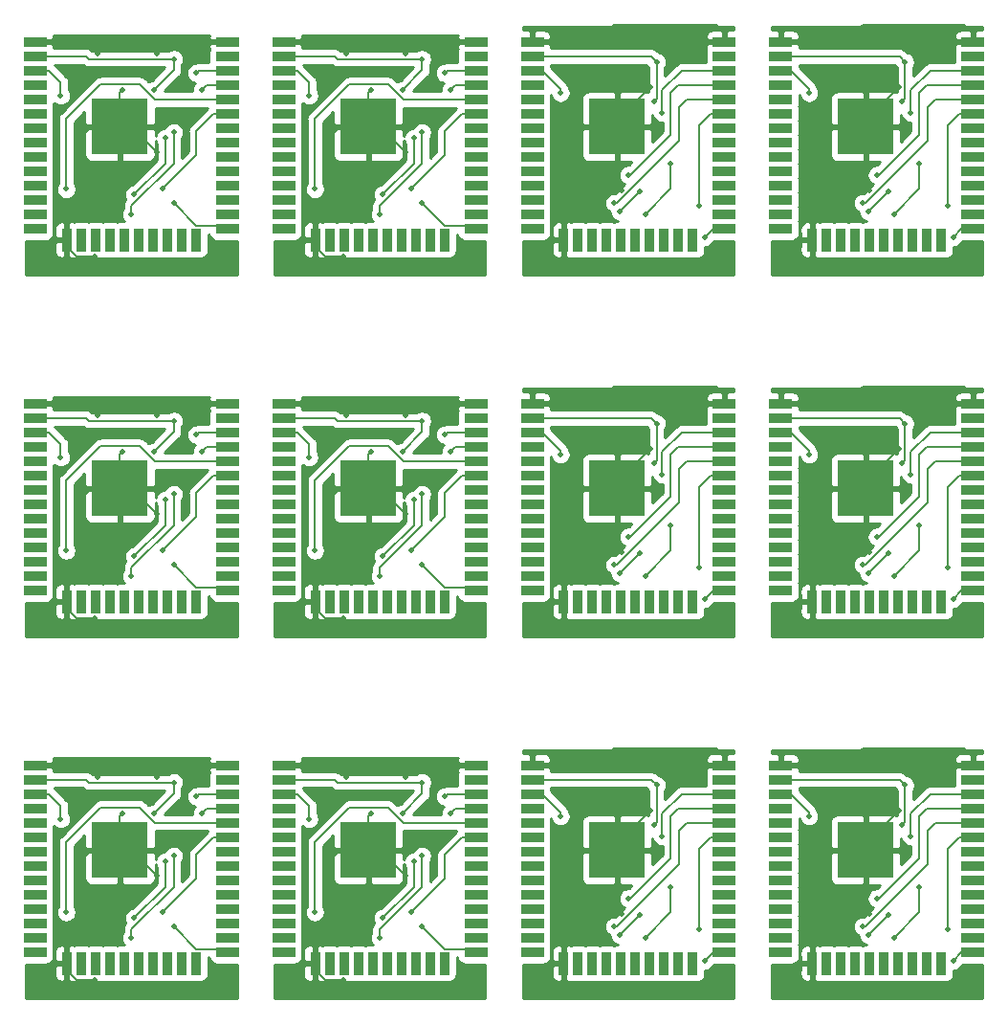
<source format=gtl>
%MOIN*%
%OFA0B0*%
%FSLAX46Y46*%
%IPPOS*%
%LPD*%
%ADD10R,0.19685039370078741X0.19685039370078741*%
%ADD11R,0.07874015748031496X0.035433070866141732*%
%ADD12R,0.035433070866141732X0.07874015748031496*%
%ADD13C,0.01968503937007874*%
%ADD14C,0.008*%
%ADD15C,0.01*%
%ADD16C,0.0039370078740157488*%
%ADD27R,0.19685039370078741X0.19685039370078741*%
%ADD28R,0.07874015748031496X0.035433070866141732*%
%ADD29R,0.035433070866141732X0.07874015748031496*%
%ADD30C,0.01968503937007874*%
%ADD31C,0.008*%
%ADD32C,0.01*%
%ADD33C,0.0039370078740157488*%
%ADD34R,0.19685039370078741X0.19685039370078741*%
%ADD35R,0.07874015748031496X0.035433070866141732*%
%ADD36R,0.035433070866141732X0.07874015748031496*%
%ADD37C,0.01968503937007874*%
%ADD38C,0.008*%
%ADD39C,0.01*%
%ADD40C,0.0039370078740157488*%
%ADD41R,0.19685039370078741X0.19685039370078741*%
%ADD42R,0.07874015748031496X0.035433070866141732*%
%ADD43R,0.035433070866141732X0.07874015748031496*%
%ADD44C,0.01968503937007874*%
%ADD45C,0.008*%
%ADD46C,0.01*%
%ADD47C,0.0039370078740157488*%
%ADD48R,0.19685039370078741X0.19685039370078741*%
%ADD49R,0.07874015748031496X0.035433070866141732*%
%ADD50R,0.035433070866141732X0.07874015748031496*%
%ADD51C,0.01968503937007874*%
%ADD52C,0.008*%
%ADD53C,0.01*%
%ADD54C,0.0039370078740157488*%
%ADD55R,0.19685039370078741X0.19685039370078741*%
%ADD56R,0.07874015748031496X0.035433070866141732*%
%ADD57R,0.035433070866141732X0.07874015748031496*%
%ADD58C,0.01968503937007874*%
%ADD59C,0.008*%
%ADD60C,0.01*%
%ADD61C,0.0039370078740157488*%
%ADD62R,0.19685039370078741X0.19685039370078741*%
%ADD63R,0.07874015748031496X0.035433070866141732*%
%ADD64R,0.035433070866141732X0.07874015748031496*%
%ADD65C,0.01968503937007874*%
%ADD66C,0.008*%
%ADD67C,0.01*%
%ADD68C,0.0039370078740157488*%
%ADD69R,0.19685039370078741X0.19685039370078741*%
%ADD70R,0.07874015748031496X0.035433070866141732*%
%ADD71R,0.035433070866141732X0.07874015748031496*%
%ADD72C,0.01968503937007874*%
%ADD73C,0.008*%
%ADD74C,0.01*%
%ADD75C,0.0039370078740157488*%
%ADD76R,0.19685039370078741X0.19685039370078741*%
%ADD77R,0.07874015748031496X0.035433070866141732*%
%ADD78R,0.035433070866141732X0.07874015748031496*%
%ADD79C,0.01968503937007874*%
%ADD80C,0.008*%
%ADD81C,0.01*%
%ADD82C,0.0039370078740157488*%
%ADD83R,0.19685039370078741X0.19685039370078741*%
%ADD84R,0.07874015748031496X0.035433070866141732*%
%ADD85R,0.035433070866141732X0.07874015748031496*%
%ADD86C,0.01968503937007874*%
%ADD87C,0.008*%
%ADD88C,0.01*%
%ADD89C,0.0039370078740157488*%
%ADD90R,0.19685039370078741X0.19685039370078741*%
%ADD91R,0.07874015748031496X0.035433070866141732*%
%ADD92R,0.035433070866141732X0.07874015748031496*%
%ADD93C,0.01968503937007874*%
%ADD94C,0.008*%
%ADD95C,0.01*%
%ADD96C,0.0039370078740157488*%
%ADD97R,0.19685039370078741X0.19685039370078741*%
%ADD98R,0.07874015748031496X0.035433070866141732*%
%ADD99R,0.035433070866141732X0.07874015748031496*%
%ADD100C,0.01968503937007874*%
%ADD101C,0.008*%
%ADD102C,0.01*%
%ADD103C,0.0039370078740157488*%
G01*
D10*
X-0003937007Y0005905511D02*
X0000354330Y0000541535D03*
D11*
X0000059055Y0000836810D03*
X0000059055Y0000786811D03*
X0000059055Y0000736811D03*
X0000059055Y0000686810D03*
X0000059055Y0000636811D03*
X0000059055Y0000586811D03*
X0000059055Y0000536810D03*
X0000059055Y0000486811D03*
X0000059055Y0000436810D03*
X0000059055Y0000386810D03*
X0000059055Y0000336811D03*
X0000059055Y0000286810D03*
X0000059055Y0000236810D03*
X0000059055Y0000186811D03*
D12*
X0000168700Y0000147440D03*
X0000218700Y0000147440D03*
X0000268700Y0000147440D03*
X0000318700Y0000147440D03*
X0000368700Y0000147440D03*
X0000418700Y0000147440D03*
X0000468700Y0000147440D03*
X0000518700Y0000147440D03*
X0000568700Y0000147440D03*
X0000618700Y0000147440D03*
D11*
X0000728346Y0000186811D03*
X0000728346Y0000236810D03*
X0000728346Y0000286810D03*
X0000728346Y0000336811D03*
X0000728346Y0000386810D03*
X0000728346Y0000436810D03*
X0000728346Y0000486811D03*
X0000728346Y0000536810D03*
X0000728346Y0000586811D03*
X0000728346Y0000636811D03*
X0000728346Y0000686810D03*
X0000728346Y0000736811D03*
X0000728346Y0000786811D03*
X0000728346Y0000836810D03*
D13*
X0000275590Y0000797244D03*
X0000482283Y0000797244D03*
X0000364173Y0000669291D03*
X0000265748Y0000088582D03*
X0000226377Y0000511811D03*
X0000482283Y0000452755D03*
X0000167322Y0000324803D03*
X0000639763Y0000669291D03*
X0000541338Y0000521653D03*
X0000393700Y0000236220D03*
X0000541338Y0000777559D03*
X0000472440Y0000669291D03*
X0000541181Y0000275590D03*
X0000501968Y0000324803D03*
X0000620078Y0000728346D03*
X0000511811Y0000501968D03*
X0000403543Y0000305118D03*
X0000147637Y0000649606D03*
D14*
X0000236023Y0000836810D02*
X0000059055Y0000836810D01*
X0000275590Y0000797244D02*
X0000236023Y0000836810D01*
X0000521850Y0000836810D02*
X0000728346Y0000836810D01*
X0000482283Y0000797244D02*
X0000521850Y0000836810D01*
X0000354330Y0000659448D02*
X0000364173Y0000669291D01*
X0000354330Y0000541535D02*
X0000354330Y0000659448D01*
X0000168700Y0000122354D02*
X0000168700Y0000147440D01*
X0000202472Y0000088582D02*
X0000168700Y0000122354D01*
X0000265748Y0000088582D02*
X0000202472Y0000088582D01*
X0000256102Y0000541535D02*
X0000354330Y0000541535D01*
X0000226377Y0000511811D02*
X0000256102Y0000541535D01*
X0000393503Y0000541535D02*
X0000354330Y0000541535D01*
X0000482283Y0000452755D02*
X0000393503Y0000541535D01*
X0000475554Y0000636811D02*
X0000728346Y0000636811D01*
X0000423231Y0000689133D02*
X0000475554Y0000636811D01*
X0000287078Y0000689133D02*
X0000423231Y0000689133D01*
X0000167322Y0000569377D02*
X0000287078Y0000689133D01*
X0000167322Y0000324803D02*
X0000167322Y0000569377D01*
X0000728346Y0000686810D02*
X0000657283Y0000686810D01*
X0000657283Y0000686810D02*
X0000639763Y0000669291D01*
X0000393700Y0000265908D02*
X0000393700Y0000236220D01*
X0000541338Y0000413546D02*
X0000393700Y0000265908D01*
X0000541338Y0000521653D02*
X0000541338Y0000413546D01*
X0000059055Y0000786811D02*
X0000236811Y0000786811D01*
X0000246220Y0000777401D02*
X0000541181Y0000777401D01*
X0000236811Y0000786811D02*
X0000246220Y0000777401D01*
X0000541181Y0000777401D02*
X0000541338Y0000777559D01*
X0000541338Y0000738188D02*
X0000541338Y0000777559D01*
X0000472440Y0000669291D02*
X0000541338Y0000738188D01*
X0000718346Y0000196811D02*
X0000728346Y0000186811D01*
X0000619960Y0000196811D02*
X0000718346Y0000196811D01*
X0000541181Y0000275590D02*
X0000619960Y0000196811D01*
X0000501968Y0000324803D02*
X0000620078Y0000442913D01*
X0000680976Y0000586811D02*
X0000728346Y0000586811D01*
X0000620078Y0000525913D02*
X0000680976Y0000586811D01*
X0000620078Y0000442913D02*
X0000620078Y0000525913D01*
X0000628543Y0000736811D02*
X0000620078Y0000728346D01*
X0000728346Y0000736811D02*
X0000628543Y0000736811D01*
X0000511811Y0000501968D02*
X0000511811Y0000413385D01*
X0000511811Y0000413385D02*
X0000403543Y0000305118D01*
X0000106425Y0000736811D02*
X0000147637Y0000695598D01*
X0000059055Y0000736811D02*
X0000106425Y0000736811D01*
X0000147637Y0000695598D02*
X0000147637Y0000649606D01*
D15*
X0000225615Y0000756796D02*
X0000230030Y0000753172D01*
X0000235068Y0000750479D01*
X0000240535Y0000748821D01*
X0000244795Y0000748401D01*
X0000244796Y0000748401D01*
X0000246220Y0000748261D01*
X0000247644Y0000748401D01*
X0000510538Y0000748401D01*
X0000465591Y0000703453D01*
X0000462277Y0000702794D01*
X0000455936Y0000700168D01*
X0000454301Y0000699075D01*
X0000444744Y0000708632D01*
X0000443836Y0000709739D01*
X0000439420Y0000713363D01*
X0000434382Y0000716056D01*
X0000428916Y0000717714D01*
X0000424656Y0000718133D01*
X0000424655Y0000718133D01*
X0000423231Y0000718274D01*
X0000421806Y0000718133D01*
X0000288502Y0000718133D01*
X0000287078Y0000718274D01*
X0000285654Y0000718133D01*
X0000285654Y0000718133D01*
X0000281393Y0000717714D01*
X0000275927Y0000716056D01*
X0000270889Y0000713363D01*
X0000266473Y0000709739D01*
X0000265565Y0000708632D01*
X0000147824Y0000590891D01*
X0000146717Y0000589983D01*
X0000145809Y0000588876D01*
X0000145809Y0000588876D01*
X0000143093Y0000585567D01*
X0000140400Y0000580529D01*
X0000138742Y0000575062D01*
X0000138182Y0000569377D01*
X0000138322Y0000567953D01*
X0000138322Y0000344116D01*
X0000136445Y0000341307D01*
X0000133819Y0000334966D01*
X0000132480Y0000328234D01*
X0000132480Y0000321371D01*
X0000133819Y0000314639D01*
X0000136445Y0000308298D01*
X0000140258Y0000302592D01*
X0000145112Y0000297739D01*
X0000150818Y0000293926D01*
X0000157159Y0000291299D01*
X0000163891Y0000289960D01*
X0000170754Y0000289960D01*
X0000177485Y0000291299D01*
X0000183826Y0000293926D01*
X0000189533Y0000297739D01*
X0000194386Y0000302592D01*
X0000198199Y0000308298D01*
X0000200826Y0000314639D01*
X0000202165Y0000321371D01*
X0000202165Y0000328234D01*
X0000200826Y0000334966D01*
X0000198199Y0000341307D01*
X0000196322Y0000344116D01*
X0000196322Y0000443110D01*
X0000230784Y0000443110D01*
X0000231267Y0000438209D01*
X0000232696Y0000433496D01*
X0000235018Y0000429153D01*
X0000238142Y0000425347D01*
X0000241949Y0000422222D01*
X0000246292Y0000419901D01*
X0000251004Y0000418471D01*
X0000255905Y0000417989D01*
X0000343080Y0000418110D01*
X0000349330Y0000424360D01*
X0000349330Y0000536535D01*
X0000237155Y0000536535D01*
X0000230905Y0000530285D01*
X0000230784Y0000443110D01*
X0000196322Y0000443110D01*
X0000196322Y0000557365D01*
X0000230851Y0000591894D01*
X0000230905Y0000552785D01*
X0000237155Y0000546535D01*
X0000349330Y0000546535D01*
X0000349330Y0000547322D01*
X0000359330Y0000547322D01*
X0000359330Y0000546535D01*
X0000471505Y0000546535D01*
X0000477755Y0000552785D01*
X0000477832Y0000607811D01*
X0000660851Y0000607811D01*
X0000660371Y0000607416D01*
X0000659462Y0000606309D01*
X0000600580Y0000547426D01*
X0000599473Y0000546518D01*
X0000598565Y0000545412D01*
X0000598565Y0000545412D01*
X0000595849Y0000542102D01*
X0000593156Y0000537064D01*
X0000592996Y0000536535D01*
X0000591564Y0000531816D01*
X0000591498Y0000531598D01*
X0000590938Y0000525913D01*
X0000591078Y0000524488D01*
X0000591078Y0000454925D01*
X0000570338Y0000434185D01*
X0000570338Y0000502340D01*
X0000572215Y0000505149D01*
X0000574842Y0000511490D01*
X0000576181Y0000518221D01*
X0000576181Y0000525085D01*
X0000574842Y0000531816D01*
X0000572215Y0000538157D01*
X0000568402Y0000543864D01*
X0000563549Y0000548717D01*
X0000557842Y0000552530D01*
X0000551501Y0000555157D01*
X0000544770Y0000556496D01*
X0000537906Y0000556496D01*
X0000531175Y0000555157D01*
X0000524834Y0000552530D01*
X0000519127Y0000548717D01*
X0000514274Y0000543864D01*
X0000510461Y0000538157D01*
X0000509903Y0000536810D01*
X0000508379Y0000536810D01*
X0000501647Y0000535472D01*
X0000495306Y0000532845D01*
X0000489600Y0000529032D01*
X0000484747Y0000524179D01*
X0000480933Y0000518472D01*
X0000478307Y0000512131D01*
X0000477784Y0000509503D01*
X0000477755Y0000530285D01*
X0000471505Y0000536535D01*
X0000359330Y0000536535D01*
X0000359330Y0000424360D01*
X0000365580Y0000418110D01*
X0000452755Y0000417989D01*
X0000457656Y0000418471D01*
X0000462369Y0000419901D01*
X0000466712Y0000422222D01*
X0000470519Y0000425347D01*
X0000473643Y0000429153D01*
X0000475964Y0000433496D01*
X0000477394Y0000438209D01*
X0000477876Y0000443110D01*
X0000477805Y0000494327D01*
X0000478307Y0000491805D01*
X0000480933Y0000485464D01*
X0000482811Y0000482655D01*
X0000482811Y0000425398D01*
X0000396693Y0000339280D01*
X0000393380Y0000338621D01*
X0000387039Y0000335995D01*
X0000381332Y0000332182D01*
X0000376479Y0000327328D01*
X0000372666Y0000321622D01*
X0000370039Y0000315281D01*
X0000368700Y0000308549D01*
X0000368700Y0000301686D01*
X0000370039Y0000294954D01*
X0000372666Y0000288613D01*
X0000373724Y0000287030D01*
X0000373095Y0000286513D01*
X0000369471Y0000282097D01*
X0000366778Y0000277060D01*
X0000365120Y0000271593D01*
X0000364814Y0000268483D01*
X0000364560Y0000265908D01*
X0000364700Y0000264484D01*
X0000364700Y0000255533D01*
X0000362823Y0000252724D01*
X0000360197Y0000246383D01*
X0000358858Y0000239652D01*
X0000358858Y0000232788D01*
X0000360197Y0000226057D01*
X0000362823Y0000219716D01*
X0000366636Y0000214009D01*
X0000368714Y0000211931D01*
X0000350984Y0000211931D01*
X0000346083Y0000211449D01*
X0000343700Y0000210726D01*
X0000341318Y0000211449D01*
X0000336417Y0000211931D01*
X0000300984Y0000211931D01*
X0000296083Y0000211449D01*
X0000293700Y0000210726D01*
X0000291318Y0000211449D01*
X0000286417Y0000211931D01*
X0000250984Y0000211931D01*
X0000246083Y0000211449D01*
X0000243700Y0000210726D01*
X0000241318Y0000211449D01*
X0000236417Y0000211931D01*
X0000200984Y0000211931D01*
X0000196083Y0000211449D01*
X0000193700Y0000210726D01*
X0000191318Y0000211449D01*
X0000186417Y0000211931D01*
X0000179950Y0000211810D01*
X0000173700Y0000205560D01*
X0000173700Y0000152440D01*
X0000174488Y0000152440D01*
X0000174488Y0000142440D01*
X0000173700Y0000142440D01*
X0000173700Y0000089320D01*
X0000179950Y0000083070D01*
X0000186417Y0000082949D01*
X0000191318Y0000083432D01*
X0000193700Y0000084155D01*
X0000196083Y0000083432D01*
X0000200984Y0000082949D01*
X0000236417Y0000082949D01*
X0000241318Y0000083432D01*
X0000243700Y0000084155D01*
X0000246083Y0000083432D01*
X0000250984Y0000082949D01*
X0000286417Y0000082949D01*
X0000291318Y0000083432D01*
X0000293700Y0000084155D01*
X0000296083Y0000083432D01*
X0000300984Y0000082949D01*
X0000336417Y0000082949D01*
X0000341318Y0000083432D01*
X0000343700Y0000084155D01*
X0000346083Y0000083432D01*
X0000350984Y0000082949D01*
X0000386417Y0000082949D01*
X0000391318Y0000083432D01*
X0000393700Y0000084155D01*
X0000396083Y0000083432D01*
X0000400984Y0000082949D01*
X0000436417Y0000082949D01*
X0000441318Y0000083432D01*
X0000443700Y0000084155D01*
X0000446083Y0000083432D01*
X0000450984Y0000082949D01*
X0000486417Y0000082949D01*
X0000491318Y0000083432D01*
X0000493700Y0000084155D01*
X0000496083Y0000083432D01*
X0000500984Y0000082949D01*
X0000536417Y0000082949D01*
X0000541318Y0000083432D01*
X0000543700Y0000084155D01*
X0000546083Y0000083432D01*
X0000550984Y0000082949D01*
X0000586417Y0000082949D01*
X0000591318Y0000083432D01*
X0000593700Y0000084155D01*
X0000596083Y0000083432D01*
X0000600984Y0000082949D01*
X0000636417Y0000082949D01*
X0000641318Y0000083432D01*
X0000646030Y0000084862D01*
X0000650373Y0000087183D01*
X0000654180Y0000090307D01*
X0000657304Y0000094114D01*
X0000659626Y0000098457D01*
X0000661055Y0000103170D01*
X0000661538Y0000108070D01*
X0000661538Y0000167811D01*
X0000663981Y0000167811D01*
X0000664338Y0000164193D01*
X0000665767Y0000159481D01*
X0000668089Y0000155137D01*
X0000671213Y0000151331D01*
X0000675019Y0000148207D01*
X0000679362Y0000145885D01*
X0000684075Y0000144456D01*
X0000688976Y0000143973D01*
X0000761417Y0000143973D01*
X0000761417Y0000025984D01*
X0000025984Y0000025984D01*
X0000025984Y0000108070D01*
X0000125863Y0000108070D01*
X0000126345Y0000103170D01*
X0000127775Y0000098457D01*
X0000130096Y0000094114D01*
X0000133221Y0000090307D01*
X0000137027Y0000087183D01*
X0000141370Y0000084862D01*
X0000146083Y0000083432D01*
X0000150984Y0000082949D01*
X0000157450Y0000083070D01*
X0000163700Y0000089320D01*
X0000163700Y0000142440D01*
X0000132234Y0000142440D01*
X0000125984Y0000136190D01*
X0000125863Y0000108070D01*
X0000025984Y0000108070D01*
X0000025984Y0000143973D01*
X0000098425Y0000143973D01*
X0000103326Y0000144456D01*
X0000108038Y0000145885D01*
X0000112381Y0000148207D01*
X0000116188Y0000151331D01*
X0000119312Y0000155137D01*
X0000121633Y0000159481D01*
X0000123063Y0000164193D01*
X0000123546Y0000169094D01*
X0000123546Y0000186811D01*
X0000125863Y0000186811D01*
X0000125984Y0000158690D01*
X0000132234Y0000152440D01*
X0000163700Y0000152440D01*
X0000163700Y0000205560D01*
X0000157450Y0000211810D01*
X0000150984Y0000211931D01*
X0000146083Y0000211449D01*
X0000141370Y0000210019D01*
X0000137027Y0000207698D01*
X0000133221Y0000204574D01*
X0000130096Y0000200767D01*
X0000127775Y0000196424D01*
X0000126345Y0000191711D01*
X0000125863Y0000186811D01*
X0000123546Y0000186811D01*
X0000123546Y0000204527D01*
X0000123063Y0000209428D01*
X0000122340Y0000211810D01*
X0000123063Y0000214193D01*
X0000123546Y0000219094D01*
X0000123546Y0000254527D01*
X0000123063Y0000259428D01*
X0000122340Y0000261811D01*
X0000123063Y0000264193D01*
X0000123546Y0000269094D01*
X0000123546Y0000304527D01*
X0000123063Y0000309428D01*
X0000122340Y0000311810D01*
X0000123063Y0000314193D01*
X0000123546Y0000319094D01*
X0000123546Y0000354527D01*
X0000123063Y0000359428D01*
X0000122340Y0000361810D01*
X0000123063Y0000364193D01*
X0000123546Y0000369094D01*
X0000123546Y0000404527D01*
X0000123063Y0000409428D01*
X0000122340Y0000411811D01*
X0000123063Y0000414193D01*
X0000123546Y0000419094D01*
X0000123546Y0000454527D01*
X0000123063Y0000459428D01*
X0000122340Y0000461810D01*
X0000123063Y0000464193D01*
X0000123546Y0000469094D01*
X0000123546Y0000504527D01*
X0000123063Y0000509428D01*
X0000122340Y0000511811D01*
X0000123063Y0000514193D01*
X0000123546Y0000519094D01*
X0000123546Y0000554527D01*
X0000123063Y0000559428D01*
X0000122340Y0000561811D01*
X0000123063Y0000564193D01*
X0000123546Y0000569094D01*
X0000123546Y0000604527D01*
X0000123063Y0000609428D01*
X0000122340Y0000611810D01*
X0000123063Y0000614193D01*
X0000123546Y0000619094D01*
X0000123546Y0000624423D01*
X0000125426Y0000622542D01*
X0000131133Y0000618729D01*
X0000137474Y0000616102D01*
X0000144206Y0000614763D01*
X0000151069Y0000614763D01*
X0000157800Y0000616102D01*
X0000164141Y0000618729D01*
X0000169848Y0000622542D01*
X0000174701Y0000627395D01*
X0000178514Y0000633102D01*
X0000181141Y0000639443D01*
X0000182480Y0000646174D01*
X0000182480Y0000653037D01*
X0000181141Y0000659769D01*
X0000178514Y0000666110D01*
X0000176637Y0000668919D01*
X0000176637Y0000694173D01*
X0000176778Y0000695598D01*
X0000176218Y0000701283D01*
X0000174559Y0000706749D01*
X0000174559Y0000706749D01*
X0000171867Y0000711787D01*
X0000171564Y0000712156D01*
X0000169151Y0000715097D01*
X0000169151Y0000715097D01*
X0000168243Y0000716203D01*
X0000167136Y0000717111D01*
X0000127938Y0000756309D01*
X0000127030Y0000757416D01*
X0000126549Y0000757811D01*
X0000224782Y0000757811D01*
X0000225615Y0000756796D01*
D16*
G36*
X0000225615Y0000756796D02*
G01*
X0000230030Y0000753172D01*
X0000235068Y0000750479D01*
X0000240535Y0000748821D01*
X0000244795Y0000748401D01*
X0000244796Y0000748401D01*
X0000246220Y0000748261D01*
X0000247644Y0000748401D01*
X0000510538Y0000748401D01*
X0000465591Y0000703453D01*
X0000462277Y0000702794D01*
X0000455936Y0000700168D01*
X0000454301Y0000699075D01*
X0000444744Y0000708632D01*
X0000443836Y0000709739D01*
X0000439420Y0000713363D01*
X0000434382Y0000716056D01*
X0000428916Y0000717714D01*
X0000424656Y0000718133D01*
X0000424655Y0000718133D01*
X0000423231Y0000718274D01*
X0000421806Y0000718133D01*
X0000288502Y0000718133D01*
X0000287078Y0000718274D01*
X0000285654Y0000718133D01*
X0000285654Y0000718133D01*
X0000281393Y0000717714D01*
X0000275927Y0000716056D01*
X0000270889Y0000713363D01*
X0000266473Y0000709739D01*
X0000265565Y0000708632D01*
X0000147824Y0000590891D01*
X0000146717Y0000589983D01*
X0000145809Y0000588876D01*
X0000145809Y0000588876D01*
X0000143093Y0000585567D01*
X0000140400Y0000580529D01*
X0000138742Y0000575062D01*
X0000138182Y0000569377D01*
X0000138322Y0000567953D01*
X0000138322Y0000344116D01*
X0000136445Y0000341307D01*
X0000133819Y0000334966D01*
X0000132480Y0000328234D01*
X0000132480Y0000321371D01*
X0000133819Y0000314639D01*
X0000136445Y0000308298D01*
X0000140258Y0000302592D01*
X0000145112Y0000297739D01*
X0000150818Y0000293926D01*
X0000157159Y0000291299D01*
X0000163891Y0000289960D01*
X0000170754Y0000289960D01*
X0000177485Y0000291299D01*
X0000183826Y0000293926D01*
X0000189533Y0000297739D01*
X0000194386Y0000302592D01*
X0000198199Y0000308298D01*
X0000200826Y0000314639D01*
X0000202165Y0000321371D01*
X0000202165Y0000328234D01*
X0000200826Y0000334966D01*
X0000198199Y0000341307D01*
X0000196322Y0000344116D01*
X0000196322Y0000443110D01*
X0000230784Y0000443110D01*
X0000231267Y0000438209D01*
X0000232696Y0000433496D01*
X0000235018Y0000429153D01*
X0000238142Y0000425347D01*
X0000241949Y0000422222D01*
X0000246292Y0000419901D01*
X0000251004Y0000418471D01*
X0000255905Y0000417989D01*
X0000343080Y0000418110D01*
X0000349330Y0000424360D01*
X0000349330Y0000536535D01*
X0000237155Y0000536535D01*
X0000230905Y0000530285D01*
X0000230784Y0000443110D01*
X0000196322Y0000443110D01*
X0000196322Y0000557365D01*
X0000230851Y0000591894D01*
X0000230905Y0000552785D01*
X0000237155Y0000546535D01*
X0000349330Y0000546535D01*
X0000349330Y0000547322D01*
X0000359330Y0000547322D01*
X0000359330Y0000546535D01*
X0000471505Y0000546535D01*
X0000477755Y0000552785D01*
X0000477832Y0000607811D01*
X0000660851Y0000607811D01*
X0000660371Y0000607416D01*
X0000659462Y0000606309D01*
X0000600580Y0000547426D01*
X0000599473Y0000546518D01*
X0000598565Y0000545412D01*
X0000598565Y0000545412D01*
X0000595849Y0000542102D01*
X0000593156Y0000537064D01*
X0000592996Y0000536535D01*
X0000591564Y0000531816D01*
X0000591498Y0000531598D01*
X0000590938Y0000525913D01*
X0000591078Y0000524488D01*
X0000591078Y0000454925D01*
X0000570338Y0000434185D01*
X0000570338Y0000502340D01*
X0000572215Y0000505149D01*
X0000574842Y0000511490D01*
X0000576181Y0000518221D01*
X0000576181Y0000525085D01*
X0000574842Y0000531816D01*
X0000572215Y0000538157D01*
X0000568402Y0000543864D01*
X0000563549Y0000548717D01*
X0000557842Y0000552530D01*
X0000551501Y0000555157D01*
X0000544770Y0000556496D01*
X0000537906Y0000556496D01*
X0000531175Y0000555157D01*
X0000524834Y0000552530D01*
X0000519127Y0000548717D01*
X0000514274Y0000543864D01*
X0000510461Y0000538157D01*
X0000509903Y0000536810D01*
X0000508379Y0000536810D01*
X0000501647Y0000535472D01*
X0000495306Y0000532845D01*
X0000489600Y0000529032D01*
X0000484747Y0000524179D01*
X0000480933Y0000518472D01*
X0000478307Y0000512131D01*
X0000477784Y0000509503D01*
X0000477755Y0000530285D01*
X0000471505Y0000536535D01*
X0000359330Y0000536535D01*
X0000359330Y0000424360D01*
X0000365580Y0000418110D01*
X0000452755Y0000417989D01*
X0000457656Y0000418471D01*
X0000462369Y0000419901D01*
X0000466712Y0000422222D01*
X0000470519Y0000425347D01*
X0000473643Y0000429153D01*
X0000475964Y0000433496D01*
X0000477394Y0000438209D01*
X0000477876Y0000443110D01*
X0000477805Y0000494327D01*
X0000478307Y0000491805D01*
X0000480933Y0000485464D01*
X0000482811Y0000482655D01*
X0000482811Y0000425398D01*
X0000396693Y0000339280D01*
X0000393380Y0000338621D01*
X0000387039Y0000335995D01*
X0000381332Y0000332182D01*
X0000376479Y0000327328D01*
X0000372666Y0000321622D01*
X0000370039Y0000315281D01*
X0000368700Y0000308549D01*
X0000368700Y0000301686D01*
X0000370039Y0000294954D01*
X0000372666Y0000288613D01*
X0000373724Y0000287030D01*
X0000373095Y0000286513D01*
X0000369471Y0000282097D01*
X0000366778Y0000277060D01*
X0000365120Y0000271593D01*
X0000364814Y0000268483D01*
X0000364560Y0000265908D01*
X0000364700Y0000264484D01*
X0000364700Y0000255533D01*
X0000362823Y0000252724D01*
X0000360197Y0000246383D01*
X0000358858Y0000239652D01*
X0000358858Y0000232788D01*
X0000360197Y0000226057D01*
X0000362823Y0000219716D01*
X0000366636Y0000214009D01*
X0000368714Y0000211931D01*
X0000350984Y0000211931D01*
X0000346083Y0000211449D01*
X0000343700Y0000210726D01*
X0000341318Y0000211449D01*
X0000336417Y0000211931D01*
X0000300984Y0000211931D01*
X0000296083Y0000211449D01*
X0000293700Y0000210726D01*
X0000291318Y0000211449D01*
X0000286417Y0000211931D01*
X0000250984Y0000211931D01*
X0000246083Y0000211449D01*
X0000243700Y0000210726D01*
X0000241318Y0000211449D01*
X0000236417Y0000211931D01*
X0000200984Y0000211931D01*
X0000196083Y0000211449D01*
X0000193700Y0000210726D01*
X0000191318Y0000211449D01*
X0000186417Y0000211931D01*
X0000179950Y0000211810D01*
X0000173700Y0000205560D01*
X0000173700Y0000152440D01*
X0000174488Y0000152440D01*
X0000174488Y0000142440D01*
X0000173700Y0000142440D01*
X0000173700Y0000089320D01*
X0000179950Y0000083070D01*
X0000186417Y0000082949D01*
X0000191318Y0000083432D01*
X0000193700Y0000084155D01*
X0000196083Y0000083432D01*
X0000200984Y0000082949D01*
X0000236417Y0000082949D01*
X0000241318Y0000083432D01*
X0000243700Y0000084155D01*
X0000246083Y0000083432D01*
X0000250984Y0000082949D01*
X0000286417Y0000082949D01*
X0000291318Y0000083432D01*
X0000293700Y0000084155D01*
X0000296083Y0000083432D01*
X0000300984Y0000082949D01*
X0000336417Y0000082949D01*
X0000341318Y0000083432D01*
X0000343700Y0000084155D01*
X0000346083Y0000083432D01*
X0000350984Y0000082949D01*
X0000386417Y0000082949D01*
X0000391318Y0000083432D01*
X0000393700Y0000084155D01*
X0000396083Y0000083432D01*
X0000400984Y0000082949D01*
X0000436417Y0000082949D01*
X0000441318Y0000083432D01*
X0000443700Y0000084155D01*
X0000446083Y0000083432D01*
X0000450984Y0000082949D01*
X0000486417Y0000082949D01*
X0000491318Y0000083432D01*
X0000493700Y0000084155D01*
X0000496083Y0000083432D01*
X0000500984Y0000082949D01*
X0000536417Y0000082949D01*
X0000541318Y0000083432D01*
X0000543700Y0000084155D01*
X0000546083Y0000083432D01*
X0000550984Y0000082949D01*
X0000586417Y0000082949D01*
X0000591318Y0000083432D01*
X0000593700Y0000084155D01*
X0000596083Y0000083432D01*
X0000600984Y0000082949D01*
X0000636417Y0000082949D01*
X0000641318Y0000083432D01*
X0000646030Y0000084862D01*
X0000650373Y0000087183D01*
X0000654180Y0000090307D01*
X0000657304Y0000094114D01*
X0000659626Y0000098457D01*
X0000661055Y0000103170D01*
X0000661538Y0000108070D01*
X0000661538Y0000167811D01*
X0000663981Y0000167811D01*
X0000664338Y0000164193D01*
X0000665767Y0000159481D01*
X0000668089Y0000155137D01*
X0000671213Y0000151331D01*
X0000675019Y0000148207D01*
X0000679362Y0000145885D01*
X0000684075Y0000144456D01*
X0000688976Y0000143973D01*
X0000761417Y0000143973D01*
X0000761417Y0000025984D01*
X0000025984Y0000025984D01*
X0000025984Y0000108070D01*
X0000125863Y0000108070D01*
X0000126345Y0000103170D01*
X0000127775Y0000098457D01*
X0000130096Y0000094114D01*
X0000133221Y0000090307D01*
X0000137027Y0000087183D01*
X0000141370Y0000084862D01*
X0000146083Y0000083432D01*
X0000150984Y0000082949D01*
X0000157450Y0000083070D01*
X0000163700Y0000089320D01*
X0000163700Y0000142440D01*
X0000132234Y0000142440D01*
X0000125984Y0000136190D01*
X0000125863Y0000108070D01*
X0000025984Y0000108070D01*
X0000025984Y0000143973D01*
X0000098425Y0000143973D01*
X0000103326Y0000144456D01*
X0000108038Y0000145885D01*
X0000112381Y0000148207D01*
X0000116188Y0000151331D01*
X0000119312Y0000155137D01*
X0000121633Y0000159481D01*
X0000123063Y0000164193D01*
X0000123546Y0000169094D01*
X0000123546Y0000186811D01*
X0000125863Y0000186811D01*
X0000125984Y0000158690D01*
X0000132234Y0000152440D01*
X0000163700Y0000152440D01*
X0000163700Y0000205560D01*
X0000157450Y0000211810D01*
X0000150984Y0000211931D01*
X0000146083Y0000211449D01*
X0000141370Y0000210019D01*
X0000137027Y0000207698D01*
X0000133221Y0000204574D01*
X0000130096Y0000200767D01*
X0000127775Y0000196424D01*
X0000126345Y0000191711D01*
X0000125863Y0000186811D01*
X0000123546Y0000186811D01*
X0000123546Y0000204527D01*
X0000123063Y0000209428D01*
X0000122340Y0000211810D01*
X0000123063Y0000214193D01*
X0000123546Y0000219094D01*
X0000123546Y0000254527D01*
X0000123063Y0000259428D01*
X0000122340Y0000261811D01*
X0000123063Y0000264193D01*
X0000123546Y0000269094D01*
X0000123546Y0000304527D01*
X0000123063Y0000309428D01*
X0000122340Y0000311810D01*
X0000123063Y0000314193D01*
X0000123546Y0000319094D01*
X0000123546Y0000354527D01*
X0000123063Y0000359428D01*
X0000122340Y0000361810D01*
X0000123063Y0000364193D01*
X0000123546Y0000369094D01*
X0000123546Y0000404527D01*
X0000123063Y0000409428D01*
X0000122340Y0000411811D01*
X0000123063Y0000414193D01*
X0000123546Y0000419094D01*
X0000123546Y0000454527D01*
X0000123063Y0000459428D01*
X0000122340Y0000461810D01*
X0000123063Y0000464193D01*
X0000123546Y0000469094D01*
X0000123546Y0000504527D01*
X0000123063Y0000509428D01*
X0000122340Y0000511811D01*
X0000123063Y0000514193D01*
X0000123546Y0000519094D01*
X0000123546Y0000554527D01*
X0000123063Y0000559428D01*
X0000122340Y0000561811D01*
X0000123063Y0000564193D01*
X0000123546Y0000569094D01*
X0000123546Y0000604527D01*
X0000123063Y0000609428D01*
X0000122340Y0000611810D01*
X0000123063Y0000614193D01*
X0000123546Y0000619094D01*
X0000123546Y0000624423D01*
X0000125426Y0000622542D01*
X0000131133Y0000618729D01*
X0000137474Y0000616102D01*
X0000144206Y0000614763D01*
X0000151069Y0000614763D01*
X0000157800Y0000616102D01*
X0000164141Y0000618729D01*
X0000169848Y0000622542D01*
X0000174701Y0000627395D01*
X0000178514Y0000633102D01*
X0000181141Y0000639443D01*
X0000182480Y0000646174D01*
X0000182480Y0000653037D01*
X0000181141Y0000659769D01*
X0000178514Y0000666110D01*
X0000176637Y0000668919D01*
X0000176637Y0000694173D01*
X0000176778Y0000695598D01*
X0000176218Y0000701283D01*
X0000174559Y0000706749D01*
X0000174559Y0000706749D01*
X0000171867Y0000711787D01*
X0000171564Y0000712156D01*
X0000169151Y0000715097D01*
X0000169151Y0000715097D01*
X0000168243Y0000716203D01*
X0000167136Y0000717111D01*
X0000127938Y0000756309D01*
X0000127030Y0000757416D01*
X0000126549Y0000757811D01*
X0000224782Y0000757811D01*
X0000225615Y0000756796D01*
G37*
D15*
X0000664338Y0000859428D02*
X0000663855Y0000854527D01*
X0000663976Y0000848061D01*
X0000670226Y0000841811D01*
X0000723346Y0000841811D01*
X0000723346Y0000842598D01*
X0000733346Y0000842598D01*
X0000733346Y0000841811D01*
X0000734133Y0000841811D01*
X0000734133Y0000831810D01*
X0000733346Y0000831810D01*
X0000733346Y0000831023D01*
X0000723346Y0000831023D01*
X0000723346Y0000831810D01*
X0000670226Y0000831810D01*
X0000663976Y0000825560D01*
X0000663855Y0000819094D01*
X0000664338Y0000814193D01*
X0000665060Y0000811811D01*
X0000664338Y0000809428D01*
X0000663855Y0000804527D01*
X0000663855Y0000769094D01*
X0000664178Y0000765811D01*
X0000629967Y0000765811D01*
X0000628543Y0000765951D01*
X0000627118Y0000765811D01*
X0000622858Y0000765391D01*
X0000617391Y0000763733D01*
X0000616211Y0000763102D01*
X0000609915Y0000761849D01*
X0000603574Y0000759223D01*
X0000597867Y0000755410D01*
X0000593014Y0000750557D01*
X0000589201Y0000744850D01*
X0000586575Y0000738509D01*
X0000585236Y0000731778D01*
X0000585236Y0000724914D01*
X0000586575Y0000718183D01*
X0000589201Y0000711842D01*
X0000593014Y0000706135D01*
X0000597867Y0000701282D01*
X0000603574Y0000697469D01*
X0000609915Y0000694842D01*
X0000615024Y0000693826D01*
X0000612699Y0000691502D01*
X0000608886Y0000685795D01*
X0000606260Y0000679454D01*
X0000604921Y0000672723D01*
X0000604921Y0000665859D01*
X0000604930Y0000665810D01*
X0000509972Y0000665810D01*
X0000560837Y0000716675D01*
X0000561943Y0000717583D01*
X0000562851Y0000718690D01*
X0000562852Y0000718690D01*
X0000565567Y0000721999D01*
X0000566732Y0000724178D01*
X0000568260Y0000727037D01*
X0000569918Y0000732503D01*
X0000570338Y0000736764D01*
X0000570338Y0000736764D01*
X0000570478Y0000738188D01*
X0000570338Y0000739613D01*
X0000570338Y0000758245D01*
X0000572215Y0000761054D01*
X0000574842Y0000767395D01*
X0000576181Y0000774127D01*
X0000576181Y0000780990D01*
X0000574842Y0000787722D01*
X0000572215Y0000794063D01*
X0000568402Y0000799769D01*
X0000563549Y0000804622D01*
X0000557842Y0000808436D01*
X0000551501Y0000811062D01*
X0000544770Y0000812401D01*
X0000537906Y0000812401D01*
X0000531175Y0000811062D01*
X0000524834Y0000808436D01*
X0000521789Y0000806401D01*
X0000258249Y0000806401D01*
X0000257416Y0000807416D01*
X0000253000Y0000811040D01*
X0000247962Y0000813733D01*
X0000242495Y0000815391D01*
X0000238235Y0000815810D01*
X0000238235Y0000815810D01*
X0000236811Y0000815951D01*
X0000235386Y0000815810D01*
X0000123222Y0000815810D01*
X0000123546Y0000819094D01*
X0000123425Y0000825560D01*
X0000117175Y0000831810D01*
X0000064055Y0000831810D01*
X0000064055Y0000831023D01*
X0000054055Y0000831023D01*
X0000054055Y0000831810D01*
X0000053267Y0000831810D01*
X0000053267Y0000841811D01*
X0000054055Y0000841811D01*
X0000054055Y0000842598D01*
X0000064055Y0000842598D01*
X0000064055Y0000841811D01*
X0000117175Y0000841811D01*
X0000123425Y0000848061D01*
X0000123546Y0000854527D01*
X0000123063Y0000859428D01*
X0000122543Y0000861141D01*
X0000664857Y0000861141D01*
X0000664338Y0000859428D01*
D16*
G36*
X0000664338Y0000859428D02*
G01*
X0000663855Y0000854527D01*
X0000663976Y0000848061D01*
X0000670226Y0000841811D01*
X0000723346Y0000841811D01*
X0000723346Y0000842598D01*
X0000733346Y0000842598D01*
X0000733346Y0000841811D01*
X0000734133Y0000841811D01*
X0000734133Y0000831810D01*
X0000733346Y0000831810D01*
X0000733346Y0000831023D01*
X0000723346Y0000831023D01*
X0000723346Y0000831810D01*
X0000670226Y0000831810D01*
X0000663976Y0000825560D01*
X0000663855Y0000819094D01*
X0000664338Y0000814193D01*
X0000665060Y0000811811D01*
X0000664338Y0000809428D01*
X0000663855Y0000804527D01*
X0000663855Y0000769094D01*
X0000664178Y0000765811D01*
X0000629967Y0000765811D01*
X0000628543Y0000765951D01*
X0000627118Y0000765811D01*
X0000622858Y0000765391D01*
X0000617391Y0000763733D01*
X0000616211Y0000763102D01*
X0000609915Y0000761849D01*
X0000603574Y0000759223D01*
X0000597867Y0000755410D01*
X0000593014Y0000750557D01*
X0000589201Y0000744850D01*
X0000586575Y0000738509D01*
X0000585236Y0000731778D01*
X0000585236Y0000724914D01*
X0000586575Y0000718183D01*
X0000589201Y0000711842D01*
X0000593014Y0000706135D01*
X0000597867Y0000701282D01*
X0000603574Y0000697469D01*
X0000609915Y0000694842D01*
X0000615024Y0000693826D01*
X0000612699Y0000691502D01*
X0000608886Y0000685795D01*
X0000606260Y0000679454D01*
X0000604921Y0000672723D01*
X0000604921Y0000665859D01*
X0000604930Y0000665810D01*
X0000509972Y0000665810D01*
X0000560837Y0000716675D01*
X0000561943Y0000717583D01*
X0000562851Y0000718690D01*
X0000562852Y0000718690D01*
X0000565567Y0000721999D01*
X0000566732Y0000724178D01*
X0000568260Y0000727037D01*
X0000569918Y0000732503D01*
X0000570338Y0000736764D01*
X0000570338Y0000736764D01*
X0000570478Y0000738188D01*
X0000570338Y0000739613D01*
X0000570338Y0000758245D01*
X0000572215Y0000761054D01*
X0000574842Y0000767395D01*
X0000576181Y0000774127D01*
X0000576181Y0000780990D01*
X0000574842Y0000787722D01*
X0000572215Y0000794063D01*
X0000568402Y0000799769D01*
X0000563549Y0000804622D01*
X0000557842Y0000808436D01*
X0000551501Y0000811062D01*
X0000544770Y0000812401D01*
X0000537906Y0000812401D01*
X0000531175Y0000811062D01*
X0000524834Y0000808436D01*
X0000521789Y0000806401D01*
X0000258249Y0000806401D01*
X0000257416Y0000807416D01*
X0000253000Y0000811040D01*
X0000247962Y0000813733D01*
X0000242495Y0000815391D01*
X0000238235Y0000815810D01*
X0000238235Y0000815810D01*
X0000236811Y0000815951D01*
X0000235386Y0000815810D01*
X0000123222Y0000815810D01*
X0000123546Y0000819094D01*
X0000123425Y0000825560D01*
X0000117175Y0000831810D01*
X0000064055Y0000831810D01*
X0000064055Y0000831023D01*
X0000054055Y0000831023D01*
X0000054055Y0000831810D01*
X0000053267Y0000831810D01*
X0000053267Y0000841811D01*
X0000054055Y0000841811D01*
X0000054055Y0000842598D01*
X0000064055Y0000842598D01*
X0000064055Y0000841811D01*
X0000117175Y0000841811D01*
X0000123425Y0000848061D01*
X0000123546Y0000854527D01*
X0000123063Y0000859428D01*
X0000122543Y0000861141D01*
X0000664857Y0000861141D01*
X0000664338Y0000859428D01*
G37*
G04 next file*
G04 #@! TF.GenerationSoftware,KiCad,Pcbnew,(5.1.10)-1*
G04 #@! TF.CreationDate,2021-06-29T15:19:49+09:00*
G04 #@! TF.ProjectId,BLE_PPG_v1.1,424c455f-5050-4475-9f76-312e312e6b69,rev?*
G04 #@! TF.SameCoordinates,Original*
G04 #@! TF.FileFunction,Copper,L1,Top*
G04 #@! TF.FilePolarity,Positive*
G04 Gerber Fmt 4.6, Leading zero omitted, Abs format (unit mm)*
G04 Created by KiCad (PCBNEW (5.1.10)-1) date 2021-06-29 15:19:49*
G01*
G04 APERTURE LIST*
G04 #@! TA.AperFunction,SMDPad,CuDef*
G04 #@! TD*
G04 #@! TA.AperFunction,SMDPad,CuDef*
G04 #@! TD*
G04 #@! TA.AperFunction,SMDPad,CuDef*
G04 #@! TD*
G04 #@! TA.AperFunction,ViaPad*
G04 #@! TD*
G04 #@! TA.AperFunction,Conductor*
G04 #@! TD*
G04 #@! TA.AperFunction,Conductor*
G04 #@! TD*
G04 #@! TA.AperFunction,Conductor*
G04 #@! TD*
G04 APERTURE END LIST*
D27*
X-0002204724Y0007165354D02*
X0002086614Y0001801377D03*
D28*
X0001791338Y0002096653D03*
X0001791338Y0002046653D03*
X0001791338Y0001996653D03*
X0001791338Y0001946653D03*
X0001791338Y0001896653D03*
X0001791338Y0001846653D03*
X0001791338Y0001796653D03*
X0001791338Y0001746653D03*
X0001791338Y0001696653D03*
X0001791338Y0001646653D03*
X0001791338Y0001596653D03*
X0001791338Y0001546653D03*
X0001791338Y0001496653D03*
X0001791338Y0001446653D03*
D29*
X0001900984Y0001407283D03*
X0001950984Y0001407283D03*
X0002000984Y0001407283D03*
X0002050984Y0001407283D03*
X0002100984Y0001407283D03*
X0002150984Y0001407283D03*
X0002200984Y0001407283D03*
X0002250984Y0001407283D03*
X0002300984Y0001407283D03*
X0002350984Y0001407283D03*
D28*
X0002460629Y0001446653D03*
X0002460629Y0001496653D03*
X0002460629Y0001546653D03*
X0002460629Y0001596653D03*
X0002460629Y0001646653D03*
X0002460629Y0001696653D03*
X0002460629Y0001746653D03*
X0002460629Y0001796653D03*
X0002460629Y0001846653D03*
X0002460629Y0001896653D03*
X0002460629Y0001946653D03*
X0002460629Y0001996653D03*
X0002460629Y0002046653D03*
X0002460629Y0002096653D03*
D30*
X0002017716Y0002096456D03*
X0001899606Y0001555118D03*
X0002204228Y0001938480D03*
X0002101377Y0001579724D03*
X0002076771Y0001535433D03*
X0002125984Y0001633858D03*
X0002224409Y0002027559D03*
X0002165354Y0001574803D03*
X0002096456Y0001505905D03*
X0002214566Y0001889763D03*
X0002391732Y0001417322D03*
X0002372047Y0001525590D03*
X0002185039Y0001496062D03*
X0002273622Y0001673228D03*
X0002244094Y0001850393D03*
X0001889763Y0001919291D03*
D31*
X0002017519Y0002096653D02*
X0002017716Y0002096456D01*
X0001791338Y0002096653D02*
X0002017519Y0002096653D01*
X0002460629Y0002096653D02*
X0002460629Y0002125984D01*
X0002460629Y0002125984D02*
X0002431102Y0002155511D01*
X0002076771Y0002155511D02*
X0002017716Y0002096456D01*
X0001900984Y0001553740D02*
X0001899606Y0001555118D01*
X0001900984Y0001407283D02*
X0001900984Y0001553740D01*
X0002431102Y0002155511D02*
X0002076771Y0002155511D01*
X0002086614Y0001801377D02*
X0002086614Y0001820866D01*
X0002086614Y0001820866D02*
X0002204228Y0001938480D01*
X0002086614Y0001594488D02*
X0002101377Y0001579724D01*
X0002086614Y0001801377D02*
X0002086614Y0001594488D01*
X0002460629Y0001896653D02*
X0002329724Y0001896653D01*
X0002329724Y0001896653D02*
X0002303149Y0001870078D01*
X0002303149Y0001870078D02*
X0002303149Y0001761811D01*
X0002086453Y0001535433D02*
X0002076771Y0001535433D01*
X0002303149Y0001752129D02*
X0002086453Y0001535433D01*
X0002303149Y0001761811D02*
X0002303149Y0001752129D01*
X0002460629Y0001946653D02*
X0002300984Y0001946653D01*
X0002300984Y0001946653D02*
X0002273622Y0001919291D01*
X0002273622Y0001919291D02*
X0002273622Y0001811023D01*
X0002133944Y0001633858D02*
X0002125984Y0001633858D01*
X0002273622Y0001773535D02*
X0002133944Y0001633858D01*
X0002273622Y0001811023D02*
X0002273622Y0001773535D01*
X0002205314Y0002046653D02*
X0002224409Y0002027559D01*
X0001791338Y0002046653D02*
X0002205314Y0002046653D01*
X0002165354Y0001574803D02*
X0002096456Y0001505905D01*
X0002224409Y0001899606D02*
X0002224409Y0002027559D01*
X0002214566Y0001889763D02*
X0002224409Y0001899606D01*
X0002421062Y0001446653D02*
X0002460629Y0001446653D01*
X0002391732Y0001417322D02*
X0002421062Y0001446653D01*
X0002372047Y0001805440D02*
X0002372047Y0001525590D01*
X0002413259Y0001846653D02*
X0002372047Y0001805440D01*
X0002460629Y0001846653D02*
X0002413259Y0001846653D01*
X0002460629Y0001996653D02*
X0002311614Y0001996653D01*
X0002311614Y0001996653D02*
X0002244094Y0001929133D01*
X0002244094Y0001929133D02*
X0002244094Y0001850393D01*
X0002244094Y0001850393D02*
X0002244094Y0001909563D01*
X0002185039Y0001496062D02*
X0002273622Y0001584645D01*
X0002273622Y0001584645D02*
X0002273622Y0001673228D01*
X0001826320Y0001996653D02*
X0001791338Y0001996653D01*
X0001889763Y0001933210D02*
X0001826320Y0001996653D01*
X0001889763Y0001919291D02*
X0001889763Y0001933210D01*
D32*
X0002190905Y0002017395D02*
X0002193532Y0002011054D01*
X0002195409Y0002008245D01*
X0002195409Y0001922607D01*
X0002194652Y0001923011D01*
X0002189940Y0001924441D01*
X0002185039Y0001924924D01*
X0002097864Y0001924803D01*
X0002091614Y0001918553D01*
X0002091614Y0001806377D01*
X0002203789Y0001806377D01*
X0002210039Y0001812627D01*
X0002210081Y0001842793D01*
X0002210590Y0001840230D01*
X0002213217Y0001833889D01*
X0002217030Y0001828182D01*
X0002221883Y0001823329D01*
X0002227590Y0001819516D01*
X0002233931Y0001816890D01*
X0002240662Y0001815551D01*
X0002244622Y0001815551D01*
X0002244622Y0001812448D01*
X0002244622Y0001812448D01*
X0002244622Y0001785547D01*
X0002210093Y0001751019D01*
X0002210039Y0001790127D01*
X0002203789Y0001796377D01*
X0002091614Y0001796377D01*
X0002091614Y0001684202D01*
X0002097864Y0001677952D01*
X0002136973Y0001677898D01*
X0002127775Y0001668700D01*
X0002122552Y0001668700D01*
X0002115821Y0001667361D01*
X0002109480Y0001664735D01*
X0002103773Y0001660922D01*
X0002098920Y0001656069D01*
X0002095107Y0001650362D01*
X0002092480Y0001644021D01*
X0002091141Y0001637289D01*
X0002091141Y0001630426D01*
X0002092480Y0001623695D01*
X0002095107Y0001617354D01*
X0002098920Y0001611647D01*
X0002103773Y0001606794D01*
X0002109480Y0001602981D01*
X0002111961Y0001601953D01*
X0002080270Y0001570262D01*
X0002080203Y0001570275D01*
X0002073339Y0001570275D01*
X0002066608Y0001568936D01*
X0002060267Y0001566310D01*
X0002054560Y0001562496D01*
X0002049707Y0001557643D01*
X0002045894Y0001551937D01*
X0002043268Y0001545596D01*
X0002041929Y0001538864D01*
X0002041929Y0001532001D01*
X0002043268Y0001525269D01*
X0002045894Y0001518928D01*
X0002049707Y0001513222D01*
X0002054560Y0001508369D01*
X0002060267Y0001504556D01*
X0002061614Y0001503998D01*
X0002061614Y0001502473D01*
X0002062953Y0001495742D01*
X0002065579Y0001489401D01*
X0002069392Y0001483694D01*
X0002074245Y0001478841D01*
X0002079952Y0001475028D01*
X0002086293Y0001472401D01*
X0002089448Y0001471774D01*
X0002083267Y0001471774D01*
X0002078366Y0001471291D01*
X0002075984Y0001470569D01*
X0002073601Y0001471291D01*
X0002068700Y0001471774D01*
X0002033267Y0001471774D01*
X0002028366Y0001471291D01*
X0002025984Y0001470569D01*
X0002023601Y0001471291D01*
X0002018700Y0001471774D01*
X0001983267Y0001471774D01*
X0001978366Y0001471291D01*
X0001975984Y0001470569D01*
X0001973601Y0001471291D01*
X0001968700Y0001471774D01*
X0001933267Y0001471774D01*
X0001928366Y0001471291D01*
X0001925984Y0001470569D01*
X0001923601Y0001471291D01*
X0001918700Y0001471774D01*
X0001912234Y0001471653D01*
X0001905984Y0001465403D01*
X0001905984Y0001412283D01*
X0001906771Y0001412283D01*
X0001906771Y0001402283D01*
X0001905984Y0001402283D01*
X0001905984Y0001349163D01*
X0001912234Y0001342913D01*
X0001918700Y0001342792D01*
X0001923601Y0001343275D01*
X0001925984Y0001343997D01*
X0001928366Y0001343275D01*
X0001933267Y0001342792D01*
X0001968700Y0001342792D01*
X0001973601Y0001343275D01*
X0001975984Y0001343997D01*
X0001978366Y0001343275D01*
X0001983267Y0001342792D01*
X0002018700Y0001342792D01*
X0002023601Y0001343275D01*
X0002025984Y0001343997D01*
X0002028366Y0001343275D01*
X0002033267Y0001342792D01*
X0002068700Y0001342792D01*
X0002073601Y0001343275D01*
X0002075984Y0001343997D01*
X0002078366Y0001343275D01*
X0002083267Y0001342792D01*
X0002118700Y0001342792D01*
X0002123601Y0001343275D01*
X0002125984Y0001343997D01*
X0002128366Y0001343275D01*
X0002133267Y0001342792D01*
X0002168700Y0001342792D01*
X0002173601Y0001343275D01*
X0002175984Y0001343997D01*
X0002178366Y0001343275D01*
X0002183267Y0001342792D01*
X0002218700Y0001342792D01*
X0002223601Y0001343275D01*
X0002225984Y0001343997D01*
X0002228366Y0001343275D01*
X0002233267Y0001342792D01*
X0002268700Y0001342792D01*
X0002273601Y0001343275D01*
X0002275984Y0001343997D01*
X0002278366Y0001343275D01*
X0002283267Y0001342792D01*
X0002318700Y0001342792D01*
X0002323601Y0001343275D01*
X0002325984Y0001343997D01*
X0002328366Y0001343275D01*
X0002333267Y0001342792D01*
X0002368700Y0001342792D01*
X0002373601Y0001343275D01*
X0002378314Y0001344704D01*
X0002382657Y0001347026D01*
X0002386463Y0001350150D01*
X0002389588Y0001353956D01*
X0002391909Y0001358300D01*
X0002393339Y0001363012D01*
X0002393821Y0001367913D01*
X0002393821Y0001382480D01*
X0002395163Y0001382480D01*
X0002401895Y0001383819D01*
X0002408236Y0001386445D01*
X0002413943Y0001390258D01*
X0002418796Y0001395112D01*
X0002422609Y0001400818D01*
X0002423850Y0001403816D01*
X0002493700Y0001403816D01*
X0002493700Y0001285826D01*
X0001758267Y0001285826D01*
X0001758267Y0001367913D01*
X0001858146Y0001367913D01*
X0001858629Y0001363012D01*
X0001860058Y0001358300D01*
X0001862380Y0001353956D01*
X0001865504Y0001350150D01*
X0001869311Y0001347026D01*
X0001873654Y0001344704D01*
X0001878366Y0001343275D01*
X0001883267Y0001342792D01*
X0001889734Y0001342913D01*
X0001895984Y0001349163D01*
X0001895984Y0001402283D01*
X0001864517Y0001402283D01*
X0001858267Y0001396033D01*
X0001858146Y0001367913D01*
X0001758267Y0001367913D01*
X0001758267Y0001403816D01*
X0001830708Y0001403816D01*
X0001835609Y0001404298D01*
X0001840322Y0001405728D01*
X0001844665Y0001408049D01*
X0001848471Y0001411173D01*
X0001851595Y0001414980D01*
X0001853917Y0001419323D01*
X0001855346Y0001424036D01*
X0001855829Y0001428936D01*
X0001855829Y0001446653D01*
X0001858146Y0001446653D01*
X0001858267Y0001418533D01*
X0001864517Y0001412283D01*
X0001895984Y0001412283D01*
X0001895984Y0001465403D01*
X0001889734Y0001471653D01*
X0001883267Y0001471774D01*
X0001878366Y0001471291D01*
X0001873654Y0001469862D01*
X0001869311Y0001467540D01*
X0001865504Y0001464416D01*
X0001862380Y0001460609D01*
X0001860058Y0001456266D01*
X0001858629Y0001451554D01*
X0001858146Y0001446653D01*
X0001855829Y0001446653D01*
X0001855829Y0001464370D01*
X0001855346Y0001469270D01*
X0001854624Y0001471653D01*
X0001855346Y0001474036D01*
X0001855829Y0001478937D01*
X0001855829Y0001514370D01*
X0001855346Y0001519270D01*
X0001854624Y0001521653D01*
X0001855346Y0001524036D01*
X0001855829Y0001528937D01*
X0001855829Y0001564370D01*
X0001855346Y0001569270D01*
X0001854624Y0001571653D01*
X0001855346Y0001574036D01*
X0001855829Y0001578936D01*
X0001855829Y0001614370D01*
X0001855346Y0001619270D01*
X0001854624Y0001621653D01*
X0001855346Y0001624036D01*
X0001855829Y0001628937D01*
X0001855829Y0001664370D01*
X0001855346Y0001669270D01*
X0001854624Y0001671653D01*
X0001855346Y0001674036D01*
X0001855829Y0001678937D01*
X0001855829Y0001702952D01*
X0001963068Y0001702952D01*
X0001963550Y0001698051D01*
X0001964980Y0001693339D01*
X0001967301Y0001688996D01*
X0001970425Y0001685189D01*
X0001974232Y0001682065D01*
X0001978575Y0001679744D01*
X0001983288Y0001678314D01*
X0001988188Y0001677831D01*
X0002075364Y0001677952D01*
X0002081614Y0001684202D01*
X0002081614Y0001796377D01*
X0001969438Y0001796377D01*
X0001963188Y0001790127D01*
X0001963068Y0001702952D01*
X0001855829Y0001702952D01*
X0001855829Y0001714370D01*
X0001855346Y0001719270D01*
X0001854624Y0001721653D01*
X0001855346Y0001724036D01*
X0001855829Y0001728936D01*
X0001855829Y0001764370D01*
X0001855346Y0001769270D01*
X0001854624Y0001771653D01*
X0001855346Y0001774036D01*
X0001855829Y0001778937D01*
X0001855829Y0001814370D01*
X0001855346Y0001819270D01*
X0001854624Y0001821653D01*
X0001855346Y0001824036D01*
X0001855829Y0001828937D01*
X0001855829Y0001864370D01*
X0001855346Y0001869270D01*
X0001854624Y0001871653D01*
X0001855346Y0001874036D01*
X0001855829Y0001878936D01*
X0001855829Y0001911293D01*
X0001856260Y0001909128D01*
X0001858886Y0001902787D01*
X0001862699Y0001897080D01*
X0001867552Y0001892227D01*
X0001873259Y0001888414D01*
X0001879600Y0001885787D01*
X0001886332Y0001884448D01*
X0001893195Y0001884448D01*
X0001899926Y0001885787D01*
X0001906267Y0001888414D01*
X0001911974Y0001892227D01*
X0001916827Y0001897080D01*
X0001918646Y0001899803D01*
X0001963068Y0001899803D01*
X0001963188Y0001812627D01*
X0001969438Y0001806377D01*
X0002081614Y0001806377D01*
X0002081614Y0001918553D01*
X0002075364Y0001924803D01*
X0001988188Y0001924924D01*
X0001983288Y0001924441D01*
X0001978575Y0001923011D01*
X0001974232Y0001920690D01*
X0001970425Y0001917566D01*
X0001967301Y0001913759D01*
X0001964980Y0001909416D01*
X0001963550Y0001904703D01*
X0001963068Y0001899803D01*
X0001918646Y0001899803D01*
X0001920640Y0001902787D01*
X0001923267Y0001909128D01*
X0001924606Y0001915859D01*
X0001924606Y0001922723D01*
X0001923267Y0001929454D01*
X0001920640Y0001935795D01*
X0001918156Y0001939512D01*
X0001916685Y0001944362D01*
X0001913993Y0001949400D01*
X0001910369Y0001953816D01*
X0001909262Y0001954724D01*
X0001855829Y0002008157D01*
X0001855829Y0002014370D01*
X0001855506Y0002017653D01*
X0002190854Y0002017653D01*
X0002190905Y0002017395D01*
G04 #@! TA.AperFunction,Conductor*
D33*
G36*
X0002190905Y0002017395D02*
G01*
X0002193532Y0002011054D01*
X0002195409Y0002008245D01*
X0002195409Y0001922607D01*
X0002194652Y0001923011D01*
X0002189940Y0001924441D01*
X0002185039Y0001924924D01*
X0002097864Y0001924803D01*
X0002091614Y0001918553D01*
X0002091614Y0001806377D01*
X0002203789Y0001806377D01*
X0002210039Y0001812627D01*
X0002210081Y0001842793D01*
X0002210590Y0001840230D01*
X0002213217Y0001833889D01*
X0002217030Y0001828182D01*
X0002221883Y0001823329D01*
X0002227590Y0001819516D01*
X0002233931Y0001816890D01*
X0002240662Y0001815551D01*
X0002244622Y0001815551D01*
X0002244622Y0001812448D01*
X0002244622Y0001812448D01*
X0002244622Y0001785547D01*
X0002210093Y0001751019D01*
X0002210039Y0001790127D01*
X0002203789Y0001796377D01*
X0002091614Y0001796377D01*
X0002091614Y0001684202D01*
X0002097864Y0001677952D01*
X0002136973Y0001677898D01*
X0002127775Y0001668700D01*
X0002122552Y0001668700D01*
X0002115821Y0001667361D01*
X0002109480Y0001664735D01*
X0002103773Y0001660922D01*
X0002098920Y0001656069D01*
X0002095107Y0001650362D01*
X0002092480Y0001644021D01*
X0002091141Y0001637289D01*
X0002091141Y0001630426D01*
X0002092480Y0001623695D01*
X0002095107Y0001617354D01*
X0002098920Y0001611647D01*
X0002103773Y0001606794D01*
X0002109480Y0001602981D01*
X0002111961Y0001601953D01*
X0002080270Y0001570262D01*
X0002080203Y0001570275D01*
X0002073339Y0001570275D01*
X0002066608Y0001568936D01*
X0002060267Y0001566310D01*
X0002054560Y0001562496D01*
X0002049707Y0001557643D01*
X0002045894Y0001551937D01*
X0002043268Y0001545596D01*
X0002041929Y0001538864D01*
X0002041929Y0001532001D01*
X0002043268Y0001525269D01*
X0002045894Y0001518928D01*
X0002049707Y0001513222D01*
X0002054560Y0001508369D01*
X0002060267Y0001504556D01*
X0002061614Y0001503998D01*
X0002061614Y0001502473D01*
X0002062953Y0001495742D01*
X0002065579Y0001489401D01*
X0002069392Y0001483694D01*
X0002074245Y0001478841D01*
X0002079952Y0001475028D01*
X0002086293Y0001472401D01*
X0002089448Y0001471774D01*
X0002083267Y0001471774D01*
X0002078366Y0001471291D01*
X0002075984Y0001470569D01*
X0002073601Y0001471291D01*
X0002068700Y0001471774D01*
X0002033267Y0001471774D01*
X0002028366Y0001471291D01*
X0002025984Y0001470569D01*
X0002023601Y0001471291D01*
X0002018700Y0001471774D01*
X0001983267Y0001471774D01*
X0001978366Y0001471291D01*
X0001975984Y0001470569D01*
X0001973601Y0001471291D01*
X0001968700Y0001471774D01*
X0001933267Y0001471774D01*
X0001928366Y0001471291D01*
X0001925984Y0001470569D01*
X0001923601Y0001471291D01*
X0001918700Y0001471774D01*
X0001912234Y0001471653D01*
X0001905984Y0001465403D01*
X0001905984Y0001412283D01*
X0001906771Y0001412283D01*
X0001906771Y0001402283D01*
X0001905984Y0001402283D01*
X0001905984Y0001349163D01*
X0001912234Y0001342913D01*
X0001918700Y0001342792D01*
X0001923601Y0001343275D01*
X0001925984Y0001343997D01*
X0001928366Y0001343275D01*
X0001933267Y0001342792D01*
X0001968700Y0001342792D01*
X0001973601Y0001343275D01*
X0001975984Y0001343997D01*
X0001978366Y0001343275D01*
X0001983267Y0001342792D01*
X0002018700Y0001342792D01*
X0002023601Y0001343275D01*
X0002025984Y0001343997D01*
X0002028366Y0001343275D01*
X0002033267Y0001342792D01*
X0002068700Y0001342792D01*
X0002073601Y0001343275D01*
X0002075984Y0001343997D01*
X0002078366Y0001343275D01*
X0002083267Y0001342792D01*
X0002118700Y0001342792D01*
X0002123601Y0001343275D01*
X0002125984Y0001343997D01*
X0002128366Y0001343275D01*
X0002133267Y0001342792D01*
X0002168700Y0001342792D01*
X0002173601Y0001343275D01*
X0002175984Y0001343997D01*
X0002178366Y0001343275D01*
X0002183267Y0001342792D01*
X0002218700Y0001342792D01*
X0002223601Y0001343275D01*
X0002225984Y0001343997D01*
X0002228366Y0001343275D01*
X0002233267Y0001342792D01*
X0002268700Y0001342792D01*
X0002273601Y0001343275D01*
X0002275984Y0001343997D01*
X0002278366Y0001343275D01*
X0002283267Y0001342792D01*
X0002318700Y0001342792D01*
X0002323601Y0001343275D01*
X0002325984Y0001343997D01*
X0002328366Y0001343275D01*
X0002333267Y0001342792D01*
X0002368700Y0001342792D01*
X0002373601Y0001343275D01*
X0002378314Y0001344704D01*
X0002382657Y0001347026D01*
X0002386463Y0001350150D01*
X0002389588Y0001353956D01*
X0002391909Y0001358300D01*
X0002393339Y0001363012D01*
X0002393821Y0001367913D01*
X0002393821Y0001382480D01*
X0002395163Y0001382480D01*
X0002401895Y0001383819D01*
X0002408236Y0001386445D01*
X0002413943Y0001390258D01*
X0002418796Y0001395112D01*
X0002422609Y0001400818D01*
X0002423850Y0001403816D01*
X0002493700Y0001403816D01*
X0002493700Y0001285826D01*
X0001758267Y0001285826D01*
X0001758267Y0001367913D01*
X0001858146Y0001367913D01*
X0001858629Y0001363012D01*
X0001860058Y0001358300D01*
X0001862380Y0001353956D01*
X0001865504Y0001350150D01*
X0001869311Y0001347026D01*
X0001873654Y0001344704D01*
X0001878366Y0001343275D01*
X0001883267Y0001342792D01*
X0001889734Y0001342913D01*
X0001895984Y0001349163D01*
X0001895984Y0001402283D01*
X0001864517Y0001402283D01*
X0001858267Y0001396033D01*
X0001858146Y0001367913D01*
X0001758267Y0001367913D01*
X0001758267Y0001403816D01*
X0001830708Y0001403816D01*
X0001835609Y0001404298D01*
X0001840322Y0001405728D01*
X0001844665Y0001408049D01*
X0001848471Y0001411173D01*
X0001851595Y0001414980D01*
X0001853917Y0001419323D01*
X0001855346Y0001424036D01*
X0001855829Y0001428936D01*
X0001855829Y0001446653D01*
X0001858146Y0001446653D01*
X0001858267Y0001418533D01*
X0001864517Y0001412283D01*
X0001895984Y0001412283D01*
X0001895984Y0001465403D01*
X0001889734Y0001471653D01*
X0001883267Y0001471774D01*
X0001878366Y0001471291D01*
X0001873654Y0001469862D01*
X0001869311Y0001467540D01*
X0001865504Y0001464416D01*
X0001862380Y0001460609D01*
X0001860058Y0001456266D01*
X0001858629Y0001451554D01*
X0001858146Y0001446653D01*
X0001855829Y0001446653D01*
X0001855829Y0001464370D01*
X0001855346Y0001469270D01*
X0001854624Y0001471653D01*
X0001855346Y0001474036D01*
X0001855829Y0001478937D01*
X0001855829Y0001514370D01*
X0001855346Y0001519270D01*
X0001854624Y0001521653D01*
X0001855346Y0001524036D01*
X0001855829Y0001528937D01*
X0001855829Y0001564370D01*
X0001855346Y0001569270D01*
X0001854624Y0001571653D01*
X0001855346Y0001574036D01*
X0001855829Y0001578936D01*
X0001855829Y0001614370D01*
X0001855346Y0001619270D01*
X0001854624Y0001621653D01*
X0001855346Y0001624036D01*
X0001855829Y0001628937D01*
X0001855829Y0001664370D01*
X0001855346Y0001669270D01*
X0001854624Y0001671653D01*
X0001855346Y0001674036D01*
X0001855829Y0001678937D01*
X0001855829Y0001702952D01*
X0001963068Y0001702952D01*
X0001963550Y0001698051D01*
X0001964980Y0001693339D01*
X0001967301Y0001688996D01*
X0001970425Y0001685189D01*
X0001974232Y0001682065D01*
X0001978575Y0001679744D01*
X0001983288Y0001678314D01*
X0001988188Y0001677831D01*
X0002075364Y0001677952D01*
X0002081614Y0001684202D01*
X0002081614Y0001796377D01*
X0001969438Y0001796377D01*
X0001963188Y0001790127D01*
X0001963068Y0001702952D01*
X0001855829Y0001702952D01*
X0001855829Y0001714370D01*
X0001855346Y0001719270D01*
X0001854624Y0001721653D01*
X0001855346Y0001724036D01*
X0001855829Y0001728936D01*
X0001855829Y0001764370D01*
X0001855346Y0001769270D01*
X0001854624Y0001771653D01*
X0001855346Y0001774036D01*
X0001855829Y0001778937D01*
X0001855829Y0001814370D01*
X0001855346Y0001819270D01*
X0001854624Y0001821653D01*
X0001855346Y0001824036D01*
X0001855829Y0001828937D01*
X0001855829Y0001864370D01*
X0001855346Y0001869270D01*
X0001854624Y0001871653D01*
X0001855346Y0001874036D01*
X0001855829Y0001878936D01*
X0001855829Y0001911293D01*
X0001856260Y0001909128D01*
X0001858886Y0001902787D01*
X0001862699Y0001897080D01*
X0001867552Y0001892227D01*
X0001873259Y0001888414D01*
X0001879600Y0001885787D01*
X0001886332Y0001884448D01*
X0001893195Y0001884448D01*
X0001899926Y0001885787D01*
X0001906267Y0001888414D01*
X0001911974Y0001892227D01*
X0001916827Y0001897080D01*
X0001918646Y0001899803D01*
X0001963068Y0001899803D01*
X0001963188Y0001812627D01*
X0001969438Y0001806377D01*
X0002081614Y0001806377D01*
X0002081614Y0001918553D01*
X0002075364Y0001924803D01*
X0001988188Y0001924924D01*
X0001983288Y0001924441D01*
X0001978575Y0001923011D01*
X0001974232Y0001920690D01*
X0001970425Y0001917566D01*
X0001967301Y0001913759D01*
X0001964980Y0001909416D01*
X0001963550Y0001904703D01*
X0001963068Y0001899803D01*
X0001918646Y0001899803D01*
X0001920640Y0001902787D01*
X0001923267Y0001909128D01*
X0001924606Y0001915859D01*
X0001924606Y0001922723D01*
X0001923267Y0001929454D01*
X0001920640Y0001935795D01*
X0001918156Y0001939512D01*
X0001916685Y0001944362D01*
X0001913993Y0001949400D01*
X0001910369Y0001953816D01*
X0001909262Y0001954724D01*
X0001855829Y0002008157D01*
X0001855829Y0002014370D01*
X0001855506Y0002017653D01*
X0002190854Y0002017653D01*
X0002190905Y0002017395D01*
G37*
G04 #@! TD.AperFunction*
D32*
X0002493700Y0002139463D02*
X0002471879Y0002139370D01*
X0002465629Y0002133120D01*
X0002465629Y0002101653D01*
X0002466417Y0002101653D01*
X0002466417Y0002091653D01*
X0002465629Y0002091653D01*
X0002465629Y0002090866D01*
X0002455629Y0002090866D01*
X0002455629Y0002091653D01*
X0002402509Y0002091653D01*
X0002396259Y0002085403D01*
X0002396138Y0002078937D01*
X0002396621Y0002074036D01*
X0002397344Y0002071653D01*
X0002396621Y0002069270D01*
X0002396138Y0002064370D01*
X0002396138Y0002028937D01*
X0002396462Y0002025653D01*
X0002313038Y0002025653D01*
X0002311614Y0002025793D01*
X0002310189Y0002025653D01*
X0002310189Y0002025653D01*
X0002305929Y0002025233D01*
X0002300462Y0002023575D01*
X0002295424Y0002020882D01*
X0002291008Y0002017258D01*
X0002290100Y0002016152D01*
X0002253409Y0001979460D01*
X0002253409Y0002008245D01*
X0002255286Y0002011054D01*
X0002257912Y0002017395D01*
X0002259251Y0002024127D01*
X0002259251Y0002030990D01*
X0002257912Y0002037722D01*
X0002255286Y0002044063D01*
X0002251473Y0002049769D01*
X0002246620Y0002054622D01*
X0002240913Y0002058436D01*
X0002234572Y0002061062D01*
X0002231258Y0002061721D01*
X0002226828Y0002066152D01*
X0002225920Y0002067258D01*
X0002221504Y0002070882D01*
X0002216466Y0002073575D01*
X0002210999Y0002075233D01*
X0002206739Y0002075653D01*
X0002206739Y0002075653D01*
X0002205314Y0002075793D01*
X0002203890Y0002075653D01*
X0001855506Y0002075653D01*
X0001855829Y0002078937D01*
X0001855708Y0002085403D01*
X0001849458Y0002091653D01*
X0001796338Y0002091653D01*
X0001796338Y0002090866D01*
X0001786338Y0002090866D01*
X0001786338Y0002091653D01*
X0001785551Y0002091653D01*
X0001785551Y0002101653D01*
X0001786338Y0002101653D01*
X0001786338Y0002133120D01*
X0001796338Y0002133120D01*
X0001796338Y0002101653D01*
X0001849458Y0002101653D01*
X0001855708Y0002107903D01*
X0001855829Y0002114370D01*
X0002396138Y0002114370D01*
X0002396259Y0002107903D01*
X0002402509Y0002101653D01*
X0002455629Y0002101653D01*
X0002455629Y0002133120D01*
X0002449379Y0002139370D01*
X0002421259Y0002139491D01*
X0002416358Y0002139008D01*
X0002411646Y0002137578D01*
X0002407303Y0002135257D01*
X0002403496Y0002132133D01*
X0002400372Y0002128326D01*
X0002398051Y0002123983D01*
X0002396621Y0002119270D01*
X0002396138Y0002114370D01*
X0001855829Y0002114370D01*
X0001855346Y0002119270D01*
X0001853917Y0002123983D01*
X0001851595Y0002128326D01*
X0001848471Y0002132133D01*
X0001844665Y0002135257D01*
X0001840322Y0002137578D01*
X0001835609Y0002139008D01*
X0001830708Y0002139491D01*
X0001802588Y0002139370D01*
X0001796338Y0002133120D01*
X0001786338Y0002133120D01*
X0001780088Y0002139370D01*
X0001758267Y0002139463D01*
X0001758267Y0002150511D01*
X0002493700Y0002150511D01*
X0002493700Y0002139463D01*
G04 #@! TA.AperFunction,Conductor*
D33*
G36*
X0002493700Y0002139463D02*
G01*
X0002471879Y0002139370D01*
X0002465629Y0002133120D01*
X0002465629Y0002101653D01*
X0002466417Y0002101653D01*
X0002466417Y0002091653D01*
X0002465629Y0002091653D01*
X0002465629Y0002090866D01*
X0002455629Y0002090866D01*
X0002455629Y0002091653D01*
X0002402509Y0002091653D01*
X0002396259Y0002085403D01*
X0002396138Y0002078937D01*
X0002396621Y0002074036D01*
X0002397344Y0002071653D01*
X0002396621Y0002069270D01*
X0002396138Y0002064370D01*
X0002396138Y0002028937D01*
X0002396462Y0002025653D01*
X0002313038Y0002025653D01*
X0002311614Y0002025793D01*
X0002310189Y0002025653D01*
X0002310189Y0002025653D01*
X0002305929Y0002025233D01*
X0002300462Y0002023575D01*
X0002295424Y0002020882D01*
X0002291008Y0002017258D01*
X0002290100Y0002016152D01*
X0002253409Y0001979460D01*
X0002253409Y0002008245D01*
X0002255286Y0002011054D01*
X0002257912Y0002017395D01*
X0002259251Y0002024127D01*
X0002259251Y0002030990D01*
X0002257912Y0002037722D01*
X0002255286Y0002044063D01*
X0002251473Y0002049769D01*
X0002246620Y0002054622D01*
X0002240913Y0002058436D01*
X0002234572Y0002061062D01*
X0002231258Y0002061721D01*
X0002226828Y0002066152D01*
X0002225920Y0002067258D01*
X0002221504Y0002070882D01*
X0002216466Y0002073575D01*
X0002210999Y0002075233D01*
X0002206739Y0002075653D01*
X0002206739Y0002075653D01*
X0002205314Y0002075793D01*
X0002203890Y0002075653D01*
X0001855506Y0002075653D01*
X0001855829Y0002078937D01*
X0001855708Y0002085403D01*
X0001849458Y0002091653D01*
X0001796338Y0002091653D01*
X0001796338Y0002090866D01*
X0001786338Y0002090866D01*
X0001786338Y0002091653D01*
X0001785551Y0002091653D01*
X0001785551Y0002101653D01*
X0001786338Y0002101653D01*
X0001786338Y0002133120D01*
X0001796338Y0002133120D01*
X0001796338Y0002101653D01*
X0001849458Y0002101653D01*
X0001855708Y0002107903D01*
X0001855829Y0002114370D01*
X0002396138Y0002114370D01*
X0002396259Y0002107903D01*
X0002402509Y0002101653D01*
X0002455629Y0002101653D01*
X0002455629Y0002133120D01*
X0002449379Y0002139370D01*
X0002421259Y0002139491D01*
X0002416358Y0002139008D01*
X0002411646Y0002137578D01*
X0002407303Y0002135257D01*
X0002403496Y0002132133D01*
X0002400372Y0002128326D01*
X0002398051Y0002123983D01*
X0002396621Y0002119270D01*
X0002396138Y0002114370D01*
X0001855829Y0002114370D01*
X0001855346Y0002119270D01*
X0001853917Y0002123983D01*
X0001851595Y0002128326D01*
X0001848471Y0002132133D01*
X0001844665Y0002135257D01*
X0001840322Y0002137578D01*
X0001835609Y0002139008D01*
X0001830708Y0002139491D01*
X0001802588Y0002139370D01*
X0001796338Y0002133120D01*
X0001786338Y0002133120D01*
X0001780088Y0002139370D01*
X0001758267Y0002139463D01*
X0001758267Y0002150511D01*
X0002493700Y0002150511D01*
X0002493700Y0002139463D01*
G37*
G04 #@! TD.AperFunction*
G04 next file*
G04 #@! TF.GenerationSoftware,KiCad,Pcbnew,(5.1.10)-1*
G04 #@! TF.CreationDate,2021-06-29T14:50:17+09:00*
G04 #@! TF.ProjectId,ble_spo2_dgmif,626c655f-7370-46f3-925f-64676d69662e,rev?*
G04 #@! TF.SameCoordinates,Original*
G04 #@! TF.FileFunction,Copper,L1,Top*
G04 #@! TF.FilePolarity,Positive*
G04 Gerber Fmt 4.6, Leading zero omitted, Abs format (unit mm)*
G04 Created by KiCad (PCBNEW (5.1.10)-1) date 2021-06-29 14:50:17*
G01*
G04 APERTURE LIST*
G04 #@! TA.AperFunction,SMDPad,CuDef*
G04 #@! TD*
G04 #@! TA.AperFunction,SMDPad,CuDef*
G04 #@! TD*
G04 #@! TA.AperFunction,SMDPad,CuDef*
G04 #@! TD*
G04 #@! TA.AperFunction,ViaPad*
G04 #@! TD*
G04 #@! TA.AperFunction,Conductor*
G04 #@! TD*
G04 #@! TA.AperFunction,Conductor*
G04 #@! TD*
G04 #@! TA.AperFunction,Conductor*
G04 #@! TD*
G04 APERTURE END LIST*
D34*
X-0003937007Y0007165354D02*
X0000354330Y0001801377D03*
D35*
X0000059055Y0002096653D03*
X0000059055Y0002046653D03*
X0000059055Y0001996653D03*
X0000059055Y0001946653D03*
X0000059055Y0001896653D03*
X0000059055Y0001846653D03*
X0000059055Y0001796653D03*
X0000059055Y0001746653D03*
X0000059055Y0001696653D03*
X0000059055Y0001646653D03*
X0000059055Y0001596653D03*
X0000059055Y0001546653D03*
X0000059055Y0001496653D03*
X0000059055Y0001446653D03*
D36*
X0000168700Y0001407283D03*
X0000218700Y0001407283D03*
X0000268700Y0001407283D03*
X0000318700Y0001407283D03*
X0000368700Y0001407283D03*
X0000418700Y0001407283D03*
X0000468700Y0001407283D03*
X0000518700Y0001407283D03*
X0000568700Y0001407283D03*
X0000618700Y0001407283D03*
D35*
X0000728346Y0001446653D03*
X0000728346Y0001496653D03*
X0000728346Y0001546653D03*
X0000728346Y0001596653D03*
X0000728346Y0001646653D03*
X0000728346Y0001696653D03*
X0000728346Y0001746653D03*
X0000728346Y0001796653D03*
X0000728346Y0001846653D03*
X0000728346Y0001896653D03*
X0000728346Y0001946653D03*
X0000728346Y0001996653D03*
X0000728346Y0002046653D03*
X0000728346Y0002096653D03*
D37*
X0000275590Y0002057086D03*
X0000482283Y0002057086D03*
X0000364173Y0001929133D03*
X0000265748Y0001348425D03*
X0000226377Y0001771653D03*
X0000482283Y0001712598D03*
X0000167322Y0001584645D03*
X0000639763Y0001929133D03*
X0000541338Y0001781496D03*
X0000393700Y0001496062D03*
X0000541338Y0002037401D03*
X0000472440Y0001929133D03*
X0000541181Y0001535433D03*
X0000501968Y0001584645D03*
X0000620078Y0001988188D03*
X0000511811Y0001761811D03*
X0000403543Y0001564960D03*
X0000147637Y0001909448D03*
D38*
X0000236023Y0002096653D02*
X0000059055Y0002096653D01*
X0000275590Y0002057086D02*
X0000236023Y0002096653D01*
X0000521850Y0002096653D02*
X0000728346Y0002096653D01*
X0000482283Y0002057086D02*
X0000521850Y0002096653D01*
X0000354330Y0001919291D02*
X0000364173Y0001929133D01*
X0000354330Y0001801377D02*
X0000354330Y0001919291D01*
X0000168700Y0001382196D02*
X0000168700Y0001407283D01*
X0000202472Y0001348425D02*
X0000168700Y0001382196D01*
X0000265748Y0001348425D02*
X0000202472Y0001348425D01*
X0000256102Y0001801377D02*
X0000354330Y0001801377D01*
X0000226377Y0001771653D02*
X0000256102Y0001801377D01*
X0000393503Y0001801377D02*
X0000354330Y0001801377D01*
X0000482283Y0001712598D02*
X0000393503Y0001801377D01*
X0000475554Y0001896653D02*
X0000728346Y0001896653D01*
X0000423231Y0001948976D02*
X0000475554Y0001896653D01*
X0000287078Y0001948976D02*
X0000423231Y0001948976D01*
X0000167322Y0001829220D02*
X0000287078Y0001948976D01*
X0000167322Y0001584645D02*
X0000167322Y0001829220D01*
X0000728346Y0001946653D02*
X0000657283Y0001946653D01*
X0000657283Y0001946653D02*
X0000639763Y0001929133D01*
X0000393700Y0001525751D02*
X0000393700Y0001496062D01*
X0000541338Y0001673388D02*
X0000393700Y0001525751D01*
X0000541338Y0001781496D02*
X0000541338Y0001673388D01*
X0000059055Y0002046653D02*
X0000236811Y0002046653D01*
X0000246220Y0002037244D02*
X0000541181Y0002037244D01*
X0000236811Y0002046653D02*
X0000246220Y0002037244D01*
X0000541181Y0002037244D02*
X0000541338Y0002037401D01*
X0000541338Y0001998031D02*
X0000541338Y0002037401D01*
X0000472440Y0001929133D02*
X0000541338Y0001998031D01*
X0000718346Y0001456653D02*
X0000728346Y0001446653D01*
X0000619960Y0001456653D02*
X0000718346Y0001456653D01*
X0000541181Y0001535433D02*
X0000619960Y0001456653D01*
X0000501968Y0001584645D02*
X0000620078Y0001702755D01*
X0000680976Y0001846653D02*
X0000728346Y0001846653D01*
X0000620078Y0001785755D02*
X0000680976Y0001846653D01*
X0000620078Y0001702755D02*
X0000620078Y0001785755D01*
X0000628543Y0001996653D02*
X0000620078Y0001988188D01*
X0000728346Y0001996653D02*
X0000628543Y0001996653D01*
X0000511811Y0001761811D02*
X0000511811Y0001673228D01*
X0000511811Y0001673228D02*
X0000403543Y0001564960D01*
X0000106425Y0001996653D02*
X0000147637Y0001955440D01*
X0000059055Y0001996653D02*
X0000106425Y0001996653D01*
X0000147637Y0001955440D02*
X0000147637Y0001909448D01*
D39*
X0000225615Y0002016638D02*
X0000230030Y0002013014D01*
X0000235068Y0002010321D01*
X0000240535Y0002008663D01*
X0000244795Y0002008244D01*
X0000244796Y0002008244D01*
X0000246220Y0002008103D01*
X0000247644Y0002008244D01*
X0000510538Y0002008244D01*
X0000465591Y0001963296D01*
X0000462277Y0001962637D01*
X0000455936Y0001960010D01*
X0000454301Y0001958918D01*
X0000444744Y0001968475D01*
X0000443836Y0001969581D01*
X0000439420Y0001973205D01*
X0000434382Y0001975898D01*
X0000428916Y0001977556D01*
X0000424656Y0001977976D01*
X0000424655Y0001977976D01*
X0000423231Y0001978116D01*
X0000421806Y0001977976D01*
X0000288502Y0001977976D01*
X0000287078Y0001978116D01*
X0000285654Y0001977976D01*
X0000285654Y0001977976D01*
X0000281393Y0001977556D01*
X0000275927Y0001975898D01*
X0000270889Y0001973205D01*
X0000266473Y0001969581D01*
X0000265565Y0001968474D01*
X0000147824Y0001850733D01*
X0000146717Y0001849825D01*
X0000145809Y0001848719D01*
X0000145809Y0001848719D01*
X0000143093Y0001845410D01*
X0000140400Y0001840372D01*
X0000138742Y0001834905D01*
X0000138182Y0001829220D01*
X0000138322Y0001827795D01*
X0000138322Y0001603958D01*
X0000136445Y0001601149D01*
X0000133819Y0001594808D01*
X0000132480Y0001588077D01*
X0000132480Y0001581213D01*
X0000133819Y0001574482D01*
X0000136445Y0001568141D01*
X0000140258Y0001562434D01*
X0000145112Y0001557581D01*
X0000150818Y0001553768D01*
X0000157159Y0001551142D01*
X0000163891Y0001549803D01*
X0000170754Y0001549803D01*
X0000177485Y0001551142D01*
X0000183826Y0001553768D01*
X0000189533Y0001557581D01*
X0000194386Y0001562434D01*
X0000198199Y0001568141D01*
X0000200826Y0001574482D01*
X0000202165Y0001581213D01*
X0000202165Y0001588077D01*
X0000200826Y0001594808D01*
X0000198199Y0001601149D01*
X0000196322Y0001603958D01*
X0000196322Y0001702952D01*
X0000230784Y0001702952D01*
X0000231267Y0001698051D01*
X0000232696Y0001693339D01*
X0000235018Y0001688996D01*
X0000238142Y0001685189D01*
X0000241949Y0001682065D01*
X0000246292Y0001679744D01*
X0000251004Y0001678314D01*
X0000255905Y0001677831D01*
X0000343080Y0001677952D01*
X0000349330Y0001684202D01*
X0000349330Y0001796377D01*
X0000237155Y0001796377D01*
X0000230905Y0001790127D01*
X0000230784Y0001702952D01*
X0000196322Y0001702952D01*
X0000196322Y0001817208D01*
X0000230851Y0001851736D01*
X0000230905Y0001812627D01*
X0000237155Y0001806377D01*
X0000349330Y0001806377D01*
X0000349330Y0001807165D01*
X0000359330Y0001807165D01*
X0000359330Y0001806377D01*
X0000471505Y0001806377D01*
X0000477755Y0001812627D01*
X0000477832Y0001867653D01*
X0000660851Y0001867653D01*
X0000660371Y0001867258D01*
X0000659462Y0001866152D01*
X0000600580Y0001807269D01*
X0000599473Y0001806361D01*
X0000598565Y0001805254D01*
X0000598565Y0001805254D01*
X0000595849Y0001801945D01*
X0000593156Y0001796907D01*
X0000592996Y0001796377D01*
X0000591564Y0001791659D01*
X0000591498Y0001791440D01*
X0000590938Y0001785755D01*
X0000591078Y0001784330D01*
X0000591078Y0001714768D01*
X0000570338Y0001694027D01*
X0000570338Y0001762182D01*
X0000572215Y0001764991D01*
X0000574842Y0001771332D01*
X0000576181Y0001778064D01*
X0000576181Y0001784927D01*
X0000574842Y0001791659D01*
X0000572215Y0001798000D01*
X0000568402Y0001803706D01*
X0000563549Y0001808559D01*
X0000557842Y0001812373D01*
X0000551501Y0001814999D01*
X0000544770Y0001816338D01*
X0000537906Y0001816338D01*
X0000531175Y0001814999D01*
X0000524834Y0001812373D01*
X0000519127Y0001808559D01*
X0000514274Y0001803706D01*
X0000510461Y0001798000D01*
X0000509903Y0001796653D01*
X0000508379Y0001796653D01*
X0000501647Y0001795314D01*
X0000495306Y0001792688D01*
X0000489600Y0001788874D01*
X0000484747Y0001784021D01*
X0000480933Y0001778315D01*
X0000478307Y0001771974D01*
X0000477784Y0001769346D01*
X0000477755Y0001790127D01*
X0000471505Y0001796377D01*
X0000359330Y0001796377D01*
X0000359330Y0001684202D01*
X0000365580Y0001677952D01*
X0000452755Y0001677831D01*
X0000457656Y0001678314D01*
X0000462369Y0001679744D01*
X0000466712Y0001682065D01*
X0000470519Y0001685189D01*
X0000473643Y0001688996D01*
X0000475964Y0001693339D01*
X0000477394Y0001698051D01*
X0000477876Y0001702952D01*
X0000477805Y0001754169D01*
X0000478307Y0001751647D01*
X0000480933Y0001745306D01*
X0000482811Y0001742497D01*
X0000482811Y0001685240D01*
X0000396693Y0001599123D01*
X0000393380Y0001598464D01*
X0000387039Y0001595837D01*
X0000381332Y0001592024D01*
X0000376479Y0001587171D01*
X0000372666Y0001581464D01*
X0000370039Y0001575123D01*
X0000368700Y0001568392D01*
X0000368700Y0001561528D01*
X0000370039Y0001554797D01*
X0000372666Y0001548456D01*
X0000373724Y0001546872D01*
X0000373095Y0001546356D01*
X0000369471Y0001541940D01*
X0000366778Y0001536902D01*
X0000365120Y0001531436D01*
X0000364814Y0001528326D01*
X0000364560Y0001525751D01*
X0000364700Y0001524326D01*
X0000364700Y0001515376D01*
X0000362823Y0001512567D01*
X0000360197Y0001506226D01*
X0000358858Y0001499494D01*
X0000358858Y0001492631D01*
X0000360197Y0001485899D01*
X0000362823Y0001479558D01*
X0000366636Y0001473852D01*
X0000368714Y0001471774D01*
X0000350984Y0001471774D01*
X0000346083Y0001471291D01*
X0000343700Y0001470569D01*
X0000341318Y0001471291D01*
X0000336417Y0001471774D01*
X0000300984Y0001471774D01*
X0000296083Y0001471291D01*
X0000293700Y0001470569D01*
X0000291318Y0001471291D01*
X0000286417Y0001471774D01*
X0000250984Y0001471774D01*
X0000246083Y0001471291D01*
X0000243700Y0001470569D01*
X0000241318Y0001471291D01*
X0000236417Y0001471774D01*
X0000200984Y0001471774D01*
X0000196083Y0001471291D01*
X0000193700Y0001470569D01*
X0000191318Y0001471291D01*
X0000186417Y0001471774D01*
X0000179950Y0001471653D01*
X0000173700Y0001465403D01*
X0000173700Y0001412283D01*
X0000174488Y0001412283D01*
X0000174488Y0001402283D01*
X0000173700Y0001402283D01*
X0000173700Y0001349163D01*
X0000179950Y0001342913D01*
X0000186417Y0001342792D01*
X0000191318Y0001343275D01*
X0000193700Y0001343997D01*
X0000196083Y0001343275D01*
X0000200984Y0001342792D01*
X0000236417Y0001342792D01*
X0000241318Y0001343275D01*
X0000243700Y0001343997D01*
X0000246083Y0001343275D01*
X0000250984Y0001342792D01*
X0000286417Y0001342792D01*
X0000291318Y0001343275D01*
X0000293700Y0001343997D01*
X0000296083Y0001343275D01*
X0000300984Y0001342792D01*
X0000336417Y0001342792D01*
X0000341318Y0001343275D01*
X0000343700Y0001343997D01*
X0000346083Y0001343275D01*
X0000350984Y0001342792D01*
X0000386417Y0001342792D01*
X0000391318Y0001343275D01*
X0000393700Y0001343997D01*
X0000396083Y0001343275D01*
X0000400984Y0001342792D01*
X0000436417Y0001342792D01*
X0000441318Y0001343275D01*
X0000443700Y0001343997D01*
X0000446083Y0001343275D01*
X0000450984Y0001342792D01*
X0000486417Y0001342792D01*
X0000491318Y0001343275D01*
X0000493700Y0001343997D01*
X0000496083Y0001343275D01*
X0000500984Y0001342792D01*
X0000536417Y0001342792D01*
X0000541318Y0001343275D01*
X0000543700Y0001343997D01*
X0000546083Y0001343275D01*
X0000550984Y0001342792D01*
X0000586417Y0001342792D01*
X0000591318Y0001343275D01*
X0000593700Y0001343997D01*
X0000596083Y0001343275D01*
X0000600984Y0001342792D01*
X0000636417Y0001342792D01*
X0000641318Y0001343275D01*
X0000646030Y0001344704D01*
X0000650373Y0001347026D01*
X0000654180Y0001350150D01*
X0000657304Y0001353956D01*
X0000659626Y0001358300D01*
X0000661055Y0001363012D01*
X0000661538Y0001367913D01*
X0000661538Y0001427653D01*
X0000663981Y0001427653D01*
X0000664338Y0001424036D01*
X0000665767Y0001419323D01*
X0000668089Y0001414980D01*
X0000671213Y0001411173D01*
X0000675019Y0001408049D01*
X0000679362Y0001405728D01*
X0000684075Y0001404298D01*
X0000688976Y0001403816D01*
X0000761417Y0001403816D01*
X0000761417Y0001285826D01*
X0000025984Y0001285826D01*
X0000025984Y0001367913D01*
X0000125863Y0001367913D01*
X0000126345Y0001363012D01*
X0000127775Y0001358300D01*
X0000130096Y0001353956D01*
X0000133221Y0001350150D01*
X0000137027Y0001347026D01*
X0000141370Y0001344704D01*
X0000146083Y0001343275D01*
X0000150984Y0001342792D01*
X0000157450Y0001342913D01*
X0000163700Y0001349163D01*
X0000163700Y0001402283D01*
X0000132234Y0001402283D01*
X0000125984Y0001396033D01*
X0000125863Y0001367913D01*
X0000025984Y0001367913D01*
X0000025984Y0001403816D01*
X0000098425Y0001403816D01*
X0000103326Y0001404298D01*
X0000108038Y0001405728D01*
X0000112381Y0001408049D01*
X0000116188Y0001411173D01*
X0000119312Y0001414980D01*
X0000121633Y0001419323D01*
X0000123063Y0001424036D01*
X0000123546Y0001428936D01*
X0000123546Y0001446653D01*
X0000125863Y0001446653D01*
X0000125984Y0001418533D01*
X0000132234Y0001412283D01*
X0000163700Y0001412283D01*
X0000163700Y0001465403D01*
X0000157450Y0001471653D01*
X0000150984Y0001471774D01*
X0000146083Y0001471291D01*
X0000141370Y0001469862D01*
X0000137027Y0001467540D01*
X0000133221Y0001464416D01*
X0000130096Y0001460609D01*
X0000127775Y0001456266D01*
X0000126345Y0001451554D01*
X0000125863Y0001446653D01*
X0000123546Y0001446653D01*
X0000123546Y0001464370D01*
X0000123063Y0001469270D01*
X0000122340Y0001471653D01*
X0000123063Y0001474036D01*
X0000123546Y0001478937D01*
X0000123546Y0001514370D01*
X0000123063Y0001519270D01*
X0000122340Y0001521653D01*
X0000123063Y0001524036D01*
X0000123546Y0001528937D01*
X0000123546Y0001564370D01*
X0000123063Y0001569270D01*
X0000122340Y0001571653D01*
X0000123063Y0001574036D01*
X0000123546Y0001578936D01*
X0000123546Y0001614370D01*
X0000123063Y0001619270D01*
X0000122340Y0001621653D01*
X0000123063Y0001624036D01*
X0000123546Y0001628937D01*
X0000123546Y0001664370D01*
X0000123063Y0001669270D01*
X0000122340Y0001671653D01*
X0000123063Y0001674036D01*
X0000123546Y0001678937D01*
X0000123546Y0001714370D01*
X0000123063Y0001719270D01*
X0000122340Y0001721653D01*
X0000123063Y0001724036D01*
X0000123546Y0001728936D01*
X0000123546Y0001764370D01*
X0000123063Y0001769270D01*
X0000122340Y0001771653D01*
X0000123063Y0001774036D01*
X0000123546Y0001778937D01*
X0000123546Y0001814370D01*
X0000123063Y0001819270D01*
X0000122340Y0001821653D01*
X0000123063Y0001824036D01*
X0000123546Y0001828937D01*
X0000123546Y0001864370D01*
X0000123063Y0001869270D01*
X0000122340Y0001871653D01*
X0000123063Y0001874036D01*
X0000123546Y0001878936D01*
X0000123546Y0001884265D01*
X0000125426Y0001882384D01*
X0000131133Y0001878571D01*
X0000137474Y0001875945D01*
X0000144206Y0001874606D01*
X0000151069Y0001874606D01*
X0000157800Y0001875945D01*
X0000164141Y0001878571D01*
X0000169848Y0001882384D01*
X0000174701Y0001887237D01*
X0000178514Y0001892944D01*
X0000181141Y0001899285D01*
X0000182480Y0001906017D01*
X0000182480Y0001912880D01*
X0000181141Y0001919612D01*
X0000178514Y0001925952D01*
X0000176637Y0001928762D01*
X0000176637Y0001954016D01*
X0000176778Y0001955440D01*
X0000176218Y0001961125D01*
X0000174559Y0001966592D01*
X0000174559Y0001966592D01*
X0000171867Y0001971630D01*
X0000171564Y0001971999D01*
X0000169151Y0001974939D01*
X0000169151Y0001974939D01*
X0000168243Y0001976046D01*
X0000167136Y0001976954D01*
X0000127938Y0002016152D01*
X0000127030Y0002017258D01*
X0000126549Y0002017653D01*
X0000224782Y0002017653D01*
X0000225615Y0002016638D01*
G04 #@! TA.AperFunction,Conductor*
D40*
G36*
X0000225615Y0002016638D02*
G01*
X0000230030Y0002013014D01*
X0000235068Y0002010321D01*
X0000240535Y0002008663D01*
X0000244795Y0002008244D01*
X0000244796Y0002008244D01*
X0000246220Y0002008103D01*
X0000247644Y0002008244D01*
X0000510538Y0002008244D01*
X0000465591Y0001963296D01*
X0000462277Y0001962637D01*
X0000455936Y0001960010D01*
X0000454301Y0001958918D01*
X0000444744Y0001968475D01*
X0000443836Y0001969581D01*
X0000439420Y0001973205D01*
X0000434382Y0001975898D01*
X0000428916Y0001977556D01*
X0000424656Y0001977976D01*
X0000424655Y0001977976D01*
X0000423231Y0001978116D01*
X0000421806Y0001977976D01*
X0000288502Y0001977976D01*
X0000287078Y0001978116D01*
X0000285654Y0001977976D01*
X0000285654Y0001977976D01*
X0000281393Y0001977556D01*
X0000275927Y0001975898D01*
X0000270889Y0001973205D01*
X0000266473Y0001969581D01*
X0000265565Y0001968474D01*
X0000147824Y0001850733D01*
X0000146717Y0001849825D01*
X0000145809Y0001848719D01*
X0000145809Y0001848719D01*
X0000143093Y0001845410D01*
X0000140400Y0001840372D01*
X0000138742Y0001834905D01*
X0000138182Y0001829220D01*
X0000138322Y0001827795D01*
X0000138322Y0001603958D01*
X0000136445Y0001601149D01*
X0000133819Y0001594808D01*
X0000132480Y0001588077D01*
X0000132480Y0001581213D01*
X0000133819Y0001574482D01*
X0000136445Y0001568141D01*
X0000140258Y0001562434D01*
X0000145112Y0001557581D01*
X0000150818Y0001553768D01*
X0000157159Y0001551142D01*
X0000163891Y0001549803D01*
X0000170754Y0001549803D01*
X0000177485Y0001551142D01*
X0000183826Y0001553768D01*
X0000189533Y0001557581D01*
X0000194386Y0001562434D01*
X0000198199Y0001568141D01*
X0000200826Y0001574482D01*
X0000202165Y0001581213D01*
X0000202165Y0001588077D01*
X0000200826Y0001594808D01*
X0000198199Y0001601149D01*
X0000196322Y0001603958D01*
X0000196322Y0001702952D01*
X0000230784Y0001702952D01*
X0000231267Y0001698051D01*
X0000232696Y0001693339D01*
X0000235018Y0001688996D01*
X0000238142Y0001685189D01*
X0000241949Y0001682065D01*
X0000246292Y0001679744D01*
X0000251004Y0001678314D01*
X0000255905Y0001677831D01*
X0000343080Y0001677952D01*
X0000349330Y0001684202D01*
X0000349330Y0001796377D01*
X0000237155Y0001796377D01*
X0000230905Y0001790127D01*
X0000230784Y0001702952D01*
X0000196322Y0001702952D01*
X0000196322Y0001817208D01*
X0000230851Y0001851736D01*
X0000230905Y0001812627D01*
X0000237155Y0001806377D01*
X0000349330Y0001806377D01*
X0000349330Y0001807165D01*
X0000359330Y0001807165D01*
X0000359330Y0001806377D01*
X0000471505Y0001806377D01*
X0000477755Y0001812627D01*
X0000477832Y0001867653D01*
X0000660851Y0001867653D01*
X0000660371Y0001867258D01*
X0000659462Y0001866152D01*
X0000600580Y0001807269D01*
X0000599473Y0001806361D01*
X0000598565Y0001805254D01*
X0000598565Y0001805254D01*
X0000595849Y0001801945D01*
X0000593156Y0001796907D01*
X0000592996Y0001796377D01*
X0000591564Y0001791659D01*
X0000591498Y0001791440D01*
X0000590938Y0001785755D01*
X0000591078Y0001784330D01*
X0000591078Y0001714768D01*
X0000570338Y0001694027D01*
X0000570338Y0001762182D01*
X0000572215Y0001764991D01*
X0000574842Y0001771332D01*
X0000576181Y0001778064D01*
X0000576181Y0001784927D01*
X0000574842Y0001791659D01*
X0000572215Y0001798000D01*
X0000568402Y0001803706D01*
X0000563549Y0001808559D01*
X0000557842Y0001812373D01*
X0000551501Y0001814999D01*
X0000544770Y0001816338D01*
X0000537906Y0001816338D01*
X0000531175Y0001814999D01*
X0000524834Y0001812373D01*
X0000519127Y0001808559D01*
X0000514274Y0001803706D01*
X0000510461Y0001798000D01*
X0000509903Y0001796653D01*
X0000508379Y0001796653D01*
X0000501647Y0001795314D01*
X0000495306Y0001792688D01*
X0000489600Y0001788874D01*
X0000484747Y0001784021D01*
X0000480933Y0001778315D01*
X0000478307Y0001771974D01*
X0000477784Y0001769346D01*
X0000477755Y0001790127D01*
X0000471505Y0001796377D01*
X0000359330Y0001796377D01*
X0000359330Y0001684202D01*
X0000365580Y0001677952D01*
X0000452755Y0001677831D01*
X0000457656Y0001678314D01*
X0000462369Y0001679744D01*
X0000466712Y0001682065D01*
X0000470519Y0001685189D01*
X0000473643Y0001688996D01*
X0000475964Y0001693339D01*
X0000477394Y0001698051D01*
X0000477876Y0001702952D01*
X0000477805Y0001754169D01*
X0000478307Y0001751647D01*
X0000480933Y0001745306D01*
X0000482811Y0001742497D01*
X0000482811Y0001685240D01*
X0000396693Y0001599123D01*
X0000393380Y0001598464D01*
X0000387039Y0001595837D01*
X0000381332Y0001592024D01*
X0000376479Y0001587171D01*
X0000372666Y0001581464D01*
X0000370039Y0001575123D01*
X0000368700Y0001568392D01*
X0000368700Y0001561528D01*
X0000370039Y0001554797D01*
X0000372666Y0001548456D01*
X0000373724Y0001546872D01*
X0000373095Y0001546356D01*
X0000369471Y0001541940D01*
X0000366778Y0001536902D01*
X0000365120Y0001531436D01*
X0000364814Y0001528326D01*
X0000364560Y0001525751D01*
X0000364700Y0001524326D01*
X0000364700Y0001515376D01*
X0000362823Y0001512567D01*
X0000360197Y0001506226D01*
X0000358858Y0001499494D01*
X0000358858Y0001492631D01*
X0000360197Y0001485899D01*
X0000362823Y0001479558D01*
X0000366636Y0001473852D01*
X0000368714Y0001471774D01*
X0000350984Y0001471774D01*
X0000346083Y0001471291D01*
X0000343700Y0001470569D01*
X0000341318Y0001471291D01*
X0000336417Y0001471774D01*
X0000300984Y0001471774D01*
X0000296083Y0001471291D01*
X0000293700Y0001470569D01*
X0000291318Y0001471291D01*
X0000286417Y0001471774D01*
X0000250984Y0001471774D01*
X0000246083Y0001471291D01*
X0000243700Y0001470569D01*
X0000241318Y0001471291D01*
X0000236417Y0001471774D01*
X0000200984Y0001471774D01*
X0000196083Y0001471291D01*
X0000193700Y0001470569D01*
X0000191318Y0001471291D01*
X0000186417Y0001471774D01*
X0000179950Y0001471653D01*
X0000173700Y0001465403D01*
X0000173700Y0001412283D01*
X0000174488Y0001412283D01*
X0000174488Y0001402283D01*
X0000173700Y0001402283D01*
X0000173700Y0001349163D01*
X0000179950Y0001342913D01*
X0000186417Y0001342792D01*
X0000191318Y0001343275D01*
X0000193700Y0001343997D01*
X0000196083Y0001343275D01*
X0000200984Y0001342792D01*
X0000236417Y0001342792D01*
X0000241318Y0001343275D01*
X0000243700Y0001343997D01*
X0000246083Y0001343275D01*
X0000250984Y0001342792D01*
X0000286417Y0001342792D01*
X0000291318Y0001343275D01*
X0000293700Y0001343997D01*
X0000296083Y0001343275D01*
X0000300984Y0001342792D01*
X0000336417Y0001342792D01*
X0000341318Y0001343275D01*
X0000343700Y0001343997D01*
X0000346083Y0001343275D01*
X0000350984Y0001342792D01*
X0000386417Y0001342792D01*
X0000391318Y0001343275D01*
X0000393700Y0001343997D01*
X0000396083Y0001343275D01*
X0000400984Y0001342792D01*
X0000436417Y0001342792D01*
X0000441318Y0001343275D01*
X0000443700Y0001343997D01*
X0000446083Y0001343275D01*
X0000450984Y0001342792D01*
X0000486417Y0001342792D01*
X0000491318Y0001343275D01*
X0000493700Y0001343997D01*
X0000496083Y0001343275D01*
X0000500984Y0001342792D01*
X0000536417Y0001342792D01*
X0000541318Y0001343275D01*
X0000543700Y0001343997D01*
X0000546083Y0001343275D01*
X0000550984Y0001342792D01*
X0000586417Y0001342792D01*
X0000591318Y0001343275D01*
X0000593700Y0001343997D01*
X0000596083Y0001343275D01*
X0000600984Y0001342792D01*
X0000636417Y0001342792D01*
X0000641318Y0001343275D01*
X0000646030Y0001344704D01*
X0000650373Y0001347026D01*
X0000654180Y0001350150D01*
X0000657304Y0001353956D01*
X0000659626Y0001358300D01*
X0000661055Y0001363012D01*
X0000661538Y0001367913D01*
X0000661538Y0001427653D01*
X0000663981Y0001427653D01*
X0000664338Y0001424036D01*
X0000665767Y0001419323D01*
X0000668089Y0001414980D01*
X0000671213Y0001411173D01*
X0000675019Y0001408049D01*
X0000679362Y0001405728D01*
X0000684075Y0001404298D01*
X0000688976Y0001403816D01*
X0000761417Y0001403816D01*
X0000761417Y0001285826D01*
X0000025984Y0001285826D01*
X0000025984Y0001367913D01*
X0000125863Y0001367913D01*
X0000126345Y0001363012D01*
X0000127775Y0001358300D01*
X0000130096Y0001353956D01*
X0000133221Y0001350150D01*
X0000137027Y0001347026D01*
X0000141370Y0001344704D01*
X0000146083Y0001343275D01*
X0000150984Y0001342792D01*
X0000157450Y0001342913D01*
X0000163700Y0001349163D01*
X0000163700Y0001402283D01*
X0000132234Y0001402283D01*
X0000125984Y0001396033D01*
X0000125863Y0001367913D01*
X0000025984Y0001367913D01*
X0000025984Y0001403816D01*
X0000098425Y0001403816D01*
X0000103326Y0001404298D01*
X0000108038Y0001405728D01*
X0000112381Y0001408049D01*
X0000116188Y0001411173D01*
X0000119312Y0001414980D01*
X0000121633Y0001419323D01*
X0000123063Y0001424036D01*
X0000123546Y0001428936D01*
X0000123546Y0001446653D01*
X0000125863Y0001446653D01*
X0000125984Y0001418533D01*
X0000132234Y0001412283D01*
X0000163700Y0001412283D01*
X0000163700Y0001465403D01*
X0000157450Y0001471653D01*
X0000150984Y0001471774D01*
X0000146083Y0001471291D01*
X0000141370Y0001469862D01*
X0000137027Y0001467540D01*
X0000133221Y0001464416D01*
X0000130096Y0001460609D01*
X0000127775Y0001456266D01*
X0000126345Y0001451554D01*
X0000125863Y0001446653D01*
X0000123546Y0001446653D01*
X0000123546Y0001464370D01*
X0000123063Y0001469270D01*
X0000122340Y0001471653D01*
X0000123063Y0001474036D01*
X0000123546Y0001478937D01*
X0000123546Y0001514370D01*
X0000123063Y0001519270D01*
X0000122340Y0001521653D01*
X0000123063Y0001524036D01*
X0000123546Y0001528937D01*
X0000123546Y0001564370D01*
X0000123063Y0001569270D01*
X0000122340Y0001571653D01*
X0000123063Y0001574036D01*
X0000123546Y0001578936D01*
X0000123546Y0001614370D01*
X0000123063Y0001619270D01*
X0000122340Y0001621653D01*
X0000123063Y0001624036D01*
X0000123546Y0001628937D01*
X0000123546Y0001664370D01*
X0000123063Y0001669270D01*
X0000122340Y0001671653D01*
X0000123063Y0001674036D01*
X0000123546Y0001678937D01*
X0000123546Y0001714370D01*
X0000123063Y0001719270D01*
X0000122340Y0001721653D01*
X0000123063Y0001724036D01*
X0000123546Y0001728936D01*
X0000123546Y0001764370D01*
X0000123063Y0001769270D01*
X0000122340Y0001771653D01*
X0000123063Y0001774036D01*
X0000123546Y0001778937D01*
X0000123546Y0001814370D01*
X0000123063Y0001819270D01*
X0000122340Y0001821653D01*
X0000123063Y0001824036D01*
X0000123546Y0001828937D01*
X0000123546Y0001864370D01*
X0000123063Y0001869270D01*
X0000122340Y0001871653D01*
X0000123063Y0001874036D01*
X0000123546Y0001878936D01*
X0000123546Y0001884265D01*
X0000125426Y0001882384D01*
X0000131133Y0001878571D01*
X0000137474Y0001875945D01*
X0000144206Y0001874606D01*
X0000151069Y0001874606D01*
X0000157800Y0001875945D01*
X0000164141Y0001878571D01*
X0000169848Y0001882384D01*
X0000174701Y0001887237D01*
X0000178514Y0001892944D01*
X0000181141Y0001899285D01*
X0000182480Y0001906017D01*
X0000182480Y0001912880D01*
X0000181141Y0001919612D01*
X0000178514Y0001925952D01*
X0000176637Y0001928762D01*
X0000176637Y0001954016D01*
X0000176778Y0001955440D01*
X0000176218Y0001961125D01*
X0000174559Y0001966592D01*
X0000174559Y0001966592D01*
X0000171867Y0001971630D01*
X0000171564Y0001971999D01*
X0000169151Y0001974939D01*
X0000169151Y0001974939D01*
X0000168243Y0001976046D01*
X0000167136Y0001976954D01*
X0000127938Y0002016152D01*
X0000127030Y0002017258D01*
X0000126549Y0002017653D01*
X0000224782Y0002017653D01*
X0000225615Y0002016638D01*
G37*
G04 #@! TD.AperFunction*
D39*
X0000664338Y0002119270D02*
X0000663855Y0002114370D01*
X0000663976Y0002107903D01*
X0000670226Y0002101653D01*
X0000723346Y0002101653D01*
X0000723346Y0002102440D01*
X0000733346Y0002102440D01*
X0000733346Y0002101653D01*
X0000734133Y0002101653D01*
X0000734133Y0002091653D01*
X0000733346Y0002091653D01*
X0000733346Y0002090866D01*
X0000723346Y0002090866D01*
X0000723346Y0002091653D01*
X0000670226Y0002091653D01*
X0000663976Y0002085403D01*
X0000663855Y0002078937D01*
X0000664338Y0002074036D01*
X0000665060Y0002071653D01*
X0000664338Y0002069270D01*
X0000663855Y0002064370D01*
X0000663855Y0002028937D01*
X0000664178Y0002025653D01*
X0000629967Y0002025653D01*
X0000628543Y0002025793D01*
X0000627118Y0002025653D01*
X0000622858Y0002025233D01*
X0000617391Y0002023575D01*
X0000616211Y0002022944D01*
X0000609915Y0002021692D01*
X0000603574Y0002019066D01*
X0000597867Y0002015252D01*
X0000593014Y0002010399D01*
X0000589201Y0002004693D01*
X0000586575Y0001998352D01*
X0000585236Y0001991620D01*
X0000585236Y0001984757D01*
X0000586575Y0001978025D01*
X0000589201Y0001971684D01*
X0000593014Y0001965978D01*
X0000597867Y0001961125D01*
X0000603574Y0001957311D01*
X0000609915Y0001954685D01*
X0000615024Y0001953669D01*
X0000612699Y0001951344D01*
X0000608886Y0001945637D01*
X0000606260Y0001939297D01*
X0000604921Y0001932565D01*
X0000604921Y0001925702D01*
X0000604930Y0001925653D01*
X0000509972Y0001925653D01*
X0000560837Y0001976518D01*
X0000561943Y0001977426D01*
X0000562851Y0001978532D01*
X0000562852Y0001978532D01*
X0000565567Y0001981842D01*
X0000566732Y0001984021D01*
X0000568260Y0001986879D01*
X0000569918Y0001992346D01*
X0000570338Y0001996606D01*
X0000570338Y0001996606D01*
X0000570478Y0001998031D01*
X0000570338Y0001999456D01*
X0000570338Y0002018088D01*
X0000572215Y0002020897D01*
X0000574842Y0002027238D01*
X0000576181Y0002033969D01*
X0000576181Y0002040833D01*
X0000574842Y0002047564D01*
X0000572215Y0002053905D01*
X0000568402Y0002059612D01*
X0000563549Y0002064465D01*
X0000557842Y0002068278D01*
X0000551501Y0002070905D01*
X0000544770Y0002072244D01*
X0000537906Y0002072244D01*
X0000531175Y0002070905D01*
X0000524834Y0002068278D01*
X0000521789Y0002066244D01*
X0000258249Y0002066244D01*
X0000257416Y0002067258D01*
X0000253000Y0002070882D01*
X0000247962Y0002073575D01*
X0000242495Y0002075233D01*
X0000238235Y0002075653D01*
X0000238235Y0002075653D01*
X0000236811Y0002075793D01*
X0000235386Y0002075653D01*
X0000123222Y0002075653D01*
X0000123546Y0002078937D01*
X0000123425Y0002085403D01*
X0000117175Y0002091653D01*
X0000064055Y0002091653D01*
X0000064055Y0002090866D01*
X0000054055Y0002090866D01*
X0000054055Y0002091653D01*
X0000053267Y0002091653D01*
X0000053267Y0002101653D01*
X0000054055Y0002101653D01*
X0000054055Y0002102440D01*
X0000064055Y0002102440D01*
X0000064055Y0002101653D01*
X0000117175Y0002101653D01*
X0000123425Y0002107903D01*
X0000123546Y0002114370D01*
X0000123063Y0002119270D01*
X0000122543Y0002120984D01*
X0000664857Y0002120984D01*
X0000664338Y0002119270D01*
G04 #@! TA.AperFunction,Conductor*
D40*
G36*
X0000664338Y0002119270D02*
G01*
X0000663855Y0002114370D01*
X0000663976Y0002107903D01*
X0000670226Y0002101653D01*
X0000723346Y0002101653D01*
X0000723346Y0002102440D01*
X0000733346Y0002102440D01*
X0000733346Y0002101653D01*
X0000734133Y0002101653D01*
X0000734133Y0002091653D01*
X0000733346Y0002091653D01*
X0000733346Y0002090866D01*
X0000723346Y0002090866D01*
X0000723346Y0002091653D01*
X0000670226Y0002091653D01*
X0000663976Y0002085403D01*
X0000663855Y0002078937D01*
X0000664338Y0002074036D01*
X0000665060Y0002071653D01*
X0000664338Y0002069270D01*
X0000663855Y0002064370D01*
X0000663855Y0002028937D01*
X0000664178Y0002025653D01*
X0000629967Y0002025653D01*
X0000628543Y0002025793D01*
X0000627118Y0002025653D01*
X0000622858Y0002025233D01*
X0000617391Y0002023575D01*
X0000616211Y0002022944D01*
X0000609915Y0002021692D01*
X0000603574Y0002019066D01*
X0000597867Y0002015252D01*
X0000593014Y0002010399D01*
X0000589201Y0002004693D01*
X0000586575Y0001998352D01*
X0000585236Y0001991620D01*
X0000585236Y0001984757D01*
X0000586575Y0001978025D01*
X0000589201Y0001971684D01*
X0000593014Y0001965978D01*
X0000597867Y0001961125D01*
X0000603574Y0001957311D01*
X0000609915Y0001954685D01*
X0000615024Y0001953669D01*
X0000612699Y0001951344D01*
X0000608886Y0001945637D01*
X0000606260Y0001939297D01*
X0000604921Y0001932565D01*
X0000604921Y0001925702D01*
X0000604930Y0001925653D01*
X0000509972Y0001925653D01*
X0000560837Y0001976518D01*
X0000561943Y0001977426D01*
X0000562851Y0001978532D01*
X0000562852Y0001978532D01*
X0000565567Y0001981842D01*
X0000566732Y0001984021D01*
X0000568260Y0001986879D01*
X0000569918Y0001992346D01*
X0000570338Y0001996606D01*
X0000570338Y0001996606D01*
X0000570478Y0001998031D01*
X0000570338Y0001999456D01*
X0000570338Y0002018088D01*
X0000572215Y0002020897D01*
X0000574842Y0002027238D01*
X0000576181Y0002033969D01*
X0000576181Y0002040833D01*
X0000574842Y0002047564D01*
X0000572215Y0002053905D01*
X0000568402Y0002059612D01*
X0000563549Y0002064465D01*
X0000557842Y0002068278D01*
X0000551501Y0002070905D01*
X0000544770Y0002072244D01*
X0000537906Y0002072244D01*
X0000531175Y0002070905D01*
X0000524834Y0002068278D01*
X0000521789Y0002066244D01*
X0000258249Y0002066244D01*
X0000257416Y0002067258D01*
X0000253000Y0002070882D01*
X0000247962Y0002073575D01*
X0000242495Y0002075233D01*
X0000238235Y0002075653D01*
X0000238235Y0002075653D01*
X0000236811Y0002075793D01*
X0000235386Y0002075653D01*
X0000123222Y0002075653D01*
X0000123546Y0002078937D01*
X0000123425Y0002085403D01*
X0000117175Y0002091653D01*
X0000064055Y0002091653D01*
X0000064055Y0002090866D01*
X0000054055Y0002090866D01*
X0000054055Y0002091653D01*
X0000053267Y0002091653D01*
X0000053267Y0002101653D01*
X0000054055Y0002101653D01*
X0000054055Y0002102440D01*
X0000064055Y0002102440D01*
X0000064055Y0002101653D01*
X0000117175Y0002101653D01*
X0000123425Y0002107903D01*
X0000123546Y0002114370D01*
X0000123063Y0002119270D01*
X0000122543Y0002120984D01*
X0000664857Y0002120984D01*
X0000664338Y0002119270D01*
G37*
G04 #@! TD.AperFunction*
G04 next file*
G04 #@! TF.GenerationSoftware,KiCad,Pcbnew,(5.1.10)-1*
G04 #@! TF.CreationDate,2021-06-29T14:50:17+09:00*
G04 #@! TF.ProjectId,ble_spo2_dgmif,626c655f-7370-46f3-925f-64676d69662e,rev?*
G04 #@! TF.SameCoordinates,Original*
G04 #@! TF.FileFunction,Copper,L1,Top*
G04 #@! TF.FilePolarity,Positive*
G04 Gerber Fmt 4.6, Leading zero omitted, Abs format (unit mm)*
G04 Created by KiCad (PCBNEW (5.1.10)-1) date 2021-06-29 14:50:17*
G01*
G04 APERTURE LIST*
G04 #@! TA.AperFunction,SMDPad,CuDef*
G04 #@! TD*
G04 #@! TA.AperFunction,SMDPad,CuDef*
G04 #@! TD*
G04 #@! TA.AperFunction,SMDPad,CuDef*
G04 #@! TD*
G04 #@! TA.AperFunction,ViaPad*
G04 #@! TD*
G04 #@! TA.AperFunction,Conductor*
G04 #@! TD*
G04 #@! TA.AperFunction,Conductor*
G04 #@! TD*
G04 #@! TA.AperFunction,Conductor*
G04 #@! TD*
G04 APERTURE END LIST*
D41*
X-0003070866Y0005905511D02*
X0001220472Y0000541535D03*
D42*
X0000925196Y0000836810D03*
X0000925196Y0000786811D03*
X0000925196Y0000736811D03*
X0000925196Y0000686810D03*
X0000925196Y0000636811D03*
X0000925196Y0000586811D03*
X0000925196Y0000536810D03*
X0000925196Y0000486811D03*
X0000925196Y0000436810D03*
X0000925196Y0000386810D03*
X0000925196Y0000336811D03*
X0000925196Y0000286810D03*
X0000925196Y0000236810D03*
X0000925196Y0000186811D03*
D43*
X0001034842Y0000147440D03*
X0001084842Y0000147440D03*
X0001134842Y0000147440D03*
X0001184842Y0000147440D03*
X0001234842Y0000147440D03*
X0001284842Y0000147440D03*
X0001334842Y0000147440D03*
X0001384842Y0000147440D03*
X0001434842Y0000147440D03*
X0001484842Y0000147440D03*
D42*
X0001594488Y0000186811D03*
X0001594488Y0000236810D03*
X0001594488Y0000286810D03*
X0001594488Y0000336811D03*
X0001594488Y0000386810D03*
X0001594488Y0000436810D03*
X0001594488Y0000486811D03*
X0001594488Y0000536810D03*
X0001594488Y0000586811D03*
X0001594488Y0000636811D03*
X0001594488Y0000686810D03*
X0001594488Y0000736811D03*
X0001594488Y0000786811D03*
X0001594488Y0000836810D03*
D44*
X0001141732Y0000797244D03*
X0001348425Y0000797244D03*
X0001230314Y0000669291D03*
X0001131889Y0000088582D03*
X0001092519Y0000511811D03*
X0001348425Y0000452755D03*
X0001033464Y0000324803D03*
X0001505905Y0000669291D03*
X0001407480Y0000521653D03*
X0001259842Y0000236220D03*
X0001407480Y0000777559D03*
X0001338582Y0000669291D03*
X0001407322Y0000275590D03*
X0001368110Y0000324803D03*
X0001486220Y0000728346D03*
X0001377952Y0000501968D03*
X0001269685Y0000305118D03*
X0001013779Y0000649606D03*
D45*
X0001102165Y0000836810D02*
X0000925196Y0000836810D01*
X0001141732Y0000797244D02*
X0001102165Y0000836810D01*
X0001387992Y0000836810D02*
X0001594488Y0000836810D01*
X0001348425Y0000797244D02*
X0001387992Y0000836810D01*
X0001220472Y0000659448D02*
X0001230314Y0000669291D01*
X0001220472Y0000541535D02*
X0001220472Y0000659448D01*
X0001034842Y0000122354D02*
X0001034842Y0000147440D01*
X0001068614Y0000088582D02*
X0001034842Y0000122354D01*
X0001131889Y0000088582D02*
X0001068614Y0000088582D01*
X0001122244Y0000541535D02*
X0001220472Y0000541535D01*
X0001092519Y0000511811D02*
X0001122244Y0000541535D01*
X0001259645Y0000541535D02*
X0001220472Y0000541535D01*
X0001348425Y0000452755D02*
X0001259645Y0000541535D01*
X0001341695Y0000636811D02*
X0001594488Y0000636811D01*
X0001289373Y0000689133D02*
X0001341695Y0000636811D01*
X0001153220Y0000689133D02*
X0001289373Y0000689133D01*
X0001033464Y0000569377D02*
X0001153220Y0000689133D01*
X0001033464Y0000324803D02*
X0001033464Y0000569377D01*
X0001594488Y0000686810D02*
X0001523425Y0000686810D01*
X0001523425Y0000686810D02*
X0001505905Y0000669291D01*
X0001259842Y0000265908D02*
X0001259842Y0000236220D01*
X0001407480Y0000413546D02*
X0001259842Y0000265908D01*
X0001407480Y0000521653D02*
X0001407480Y0000413546D01*
X0000925196Y0000786811D02*
X0001102952Y0000786811D01*
X0001112362Y0000777401D02*
X0001407322Y0000777401D01*
X0001102952Y0000786811D02*
X0001112362Y0000777401D01*
X0001407322Y0000777401D02*
X0001407480Y0000777559D01*
X0001407480Y0000738188D02*
X0001407480Y0000777559D01*
X0001338582Y0000669291D02*
X0001407480Y0000738188D01*
X0001584488Y0000196811D02*
X0001594488Y0000186811D01*
X0001486102Y0000196811D02*
X0001584488Y0000196811D01*
X0001407322Y0000275590D02*
X0001486102Y0000196811D01*
X0001368110Y0000324803D02*
X0001486220Y0000442913D01*
X0001547118Y0000586811D02*
X0001594488Y0000586811D01*
X0001486220Y0000525913D02*
X0001547118Y0000586811D01*
X0001486220Y0000442913D02*
X0001486220Y0000525913D01*
X0001494685Y0000736811D02*
X0001486220Y0000728346D01*
X0001594488Y0000736811D02*
X0001494685Y0000736811D01*
X0001377952Y0000501968D02*
X0001377952Y0000413385D01*
X0001377952Y0000413385D02*
X0001269685Y0000305118D01*
X0000972566Y0000736811D02*
X0001013779Y0000695598D01*
X0000925196Y0000736811D02*
X0000972566Y0000736811D01*
X0001013779Y0000695598D02*
X0001013779Y0000649606D01*
D46*
X0001091756Y0000756796D02*
X0001096172Y0000753172D01*
X0001101210Y0000750479D01*
X0001106677Y0000748821D01*
X0001110937Y0000748401D01*
X0001110937Y0000748401D01*
X0001112362Y0000748261D01*
X0001113786Y0000748401D01*
X0001376680Y0000748401D01*
X0001331733Y0000703453D01*
X0001328419Y0000702794D01*
X0001322078Y0000700168D01*
X0001320443Y0000699075D01*
X0001310886Y0000708632D01*
X0001309978Y0000709739D01*
X0001305562Y0000713363D01*
X0001300524Y0000716056D01*
X0001295058Y0000717714D01*
X0001290797Y0000718133D01*
X0001290797Y0000718133D01*
X0001289373Y0000718274D01*
X0001287948Y0000718133D01*
X0001154644Y0000718133D01*
X0001153220Y0000718274D01*
X0001151796Y0000718133D01*
X0001151795Y0000718133D01*
X0001147535Y0000717714D01*
X0001142068Y0000716056D01*
X0001137030Y0000713363D01*
X0001132615Y0000709739D01*
X0001131706Y0000708632D01*
X0001013965Y0000590891D01*
X0001012859Y0000589983D01*
X0001011951Y0000588876D01*
X0001011951Y0000588876D01*
X0001009235Y0000585567D01*
X0001006542Y0000580529D01*
X0001004884Y0000575062D01*
X0001004324Y0000569377D01*
X0001004464Y0000567953D01*
X0001004464Y0000344116D01*
X0001002587Y0000341307D01*
X0000999961Y0000334966D01*
X0000998622Y0000328234D01*
X0000998622Y0000321371D01*
X0000999961Y0000314639D01*
X0001002587Y0000308298D01*
X0001006400Y0000302592D01*
X0001011253Y0000297739D01*
X0001016960Y0000293926D01*
X0001023301Y0000291299D01*
X0001030032Y0000289960D01*
X0001036896Y0000289960D01*
X0001043627Y0000291299D01*
X0001049968Y0000293926D01*
X0001055675Y0000297739D01*
X0001060528Y0000302592D01*
X0001064341Y0000308298D01*
X0001066968Y0000314639D01*
X0001068307Y0000321371D01*
X0001068307Y0000328234D01*
X0001066968Y0000334966D01*
X0001064341Y0000341307D01*
X0001062464Y0000344116D01*
X0001062464Y0000443110D01*
X0001096926Y0000443110D01*
X0001097408Y0000438209D01*
X0001098838Y0000433496D01*
X0001101159Y0000429153D01*
X0001104284Y0000425347D01*
X0001108090Y0000422222D01*
X0001112433Y0000419901D01*
X0001117146Y0000418471D01*
X0001122047Y0000417989D01*
X0001209222Y0000418110D01*
X0001215472Y0000424360D01*
X0001215472Y0000536535D01*
X0001103297Y0000536535D01*
X0001097047Y0000530285D01*
X0001096926Y0000443110D01*
X0001062464Y0000443110D01*
X0001062464Y0000557365D01*
X0001096992Y0000591894D01*
X0001097047Y0000552785D01*
X0001103297Y0000546535D01*
X0001215472Y0000546535D01*
X0001215472Y0000547322D01*
X0001225472Y0000547322D01*
X0001225472Y0000546535D01*
X0001337647Y0000546535D01*
X0001343897Y0000552785D01*
X0001343973Y0000607811D01*
X0001526993Y0000607811D01*
X0001526512Y0000607416D01*
X0001525604Y0000606309D01*
X0001466721Y0000547426D01*
X0001465615Y0000546518D01*
X0001464707Y0000545412D01*
X0001464707Y0000545412D01*
X0001461991Y0000542102D01*
X0001459298Y0000537064D01*
X0001459137Y0000536535D01*
X0001457706Y0000531816D01*
X0001457640Y0000531598D01*
X0001457080Y0000525913D01*
X0001457220Y0000524488D01*
X0001457220Y0000454925D01*
X0001436480Y0000434185D01*
X0001436480Y0000502340D01*
X0001438357Y0000505149D01*
X0001440983Y0000511490D01*
X0001442322Y0000518221D01*
X0001442322Y0000525085D01*
X0001440983Y0000531816D01*
X0001438357Y0000538157D01*
X0001434544Y0000543864D01*
X0001429691Y0000548717D01*
X0001423984Y0000552530D01*
X0001417643Y0000555157D01*
X0001410912Y0000556496D01*
X0001404048Y0000556496D01*
X0001397317Y0000555157D01*
X0001390976Y0000552530D01*
X0001385269Y0000548717D01*
X0001380416Y0000543864D01*
X0001376603Y0000538157D01*
X0001376045Y0000536810D01*
X0001374521Y0000536810D01*
X0001367789Y0000535472D01*
X0001361448Y0000532845D01*
X0001355741Y0000529032D01*
X0001350888Y0000524179D01*
X0001347075Y0000518472D01*
X0001344449Y0000512131D01*
X0001343926Y0000509503D01*
X0001343897Y0000530285D01*
X0001337647Y0000536535D01*
X0001225472Y0000536535D01*
X0001225472Y0000424360D01*
X0001231722Y0000418110D01*
X0001318897Y0000417989D01*
X0001323798Y0000418471D01*
X0001328511Y0000419901D01*
X0001332854Y0000422222D01*
X0001336660Y0000425347D01*
X0001339784Y0000429153D01*
X0001342106Y0000433496D01*
X0001343535Y0000438209D01*
X0001344018Y0000443110D01*
X0001343947Y0000494327D01*
X0001344449Y0000491805D01*
X0001347075Y0000485464D01*
X0001348952Y0000482655D01*
X0001348952Y0000425398D01*
X0001262835Y0000339280D01*
X0001259521Y0000338621D01*
X0001253180Y0000335995D01*
X0001247474Y0000332182D01*
X0001242621Y0000327328D01*
X0001238807Y0000321622D01*
X0001236181Y0000315281D01*
X0001234842Y0000308549D01*
X0001234842Y0000301686D01*
X0001236181Y0000294954D01*
X0001238807Y0000288613D01*
X0001239866Y0000287030D01*
X0001239237Y0000286513D01*
X0001235613Y0000282097D01*
X0001232920Y0000277060D01*
X0001231262Y0000271593D01*
X0001230955Y0000268483D01*
X0001230702Y0000265908D01*
X0001230842Y0000264484D01*
X0001230842Y0000255533D01*
X0001228965Y0000252724D01*
X0001226338Y0000246383D01*
X0001224999Y0000239652D01*
X0001224999Y0000232788D01*
X0001226338Y0000226057D01*
X0001228965Y0000219716D01*
X0001232778Y0000214009D01*
X0001234856Y0000211931D01*
X0001217125Y0000211931D01*
X0001212225Y0000211449D01*
X0001209842Y0000210726D01*
X0001207459Y0000211449D01*
X0001202559Y0000211931D01*
X0001167125Y0000211931D01*
X0001162225Y0000211449D01*
X0001159842Y0000210726D01*
X0001157459Y0000211449D01*
X0001152559Y0000211931D01*
X0001117125Y0000211931D01*
X0001112225Y0000211449D01*
X0001109842Y0000210726D01*
X0001107459Y0000211449D01*
X0001102559Y0000211931D01*
X0001067125Y0000211931D01*
X0001062225Y0000211449D01*
X0001059842Y0000210726D01*
X0001057459Y0000211449D01*
X0001052559Y0000211931D01*
X0001046092Y0000211810D01*
X0001039842Y0000205560D01*
X0001039842Y0000152440D01*
X0001040629Y0000152440D01*
X0001040629Y0000142440D01*
X0001039842Y0000142440D01*
X0001039842Y0000089320D01*
X0001046092Y0000083070D01*
X0001052559Y0000082949D01*
X0001057459Y0000083432D01*
X0001059842Y0000084155D01*
X0001062225Y0000083432D01*
X0001067125Y0000082949D01*
X0001102559Y0000082949D01*
X0001107459Y0000083432D01*
X0001109842Y0000084155D01*
X0001112225Y0000083432D01*
X0001117125Y0000082949D01*
X0001152559Y0000082949D01*
X0001157459Y0000083432D01*
X0001159842Y0000084155D01*
X0001162225Y0000083432D01*
X0001167125Y0000082949D01*
X0001202559Y0000082949D01*
X0001207459Y0000083432D01*
X0001209842Y0000084155D01*
X0001212225Y0000083432D01*
X0001217125Y0000082949D01*
X0001252559Y0000082949D01*
X0001257459Y0000083432D01*
X0001259842Y0000084155D01*
X0001262225Y0000083432D01*
X0001267125Y0000082949D01*
X0001302559Y0000082949D01*
X0001307459Y0000083432D01*
X0001309842Y0000084155D01*
X0001312225Y0000083432D01*
X0001317125Y0000082949D01*
X0001352559Y0000082949D01*
X0001357459Y0000083432D01*
X0001359842Y0000084155D01*
X0001362225Y0000083432D01*
X0001367125Y0000082949D01*
X0001402559Y0000082949D01*
X0001407459Y0000083432D01*
X0001409842Y0000084155D01*
X0001412225Y0000083432D01*
X0001417125Y0000082949D01*
X0001452559Y0000082949D01*
X0001457459Y0000083432D01*
X0001459842Y0000084155D01*
X0001462225Y0000083432D01*
X0001467125Y0000082949D01*
X0001502559Y0000082949D01*
X0001507459Y0000083432D01*
X0001512172Y0000084862D01*
X0001516515Y0000087183D01*
X0001520322Y0000090307D01*
X0001523446Y0000094114D01*
X0001525767Y0000098457D01*
X0001527197Y0000103170D01*
X0001527680Y0000108070D01*
X0001527680Y0000167811D01*
X0001530123Y0000167811D01*
X0001530479Y0000164193D01*
X0001531909Y0000159481D01*
X0001534230Y0000155137D01*
X0001537354Y0000151331D01*
X0001541161Y0000148207D01*
X0001545504Y0000145885D01*
X0001550217Y0000144456D01*
X0001555118Y0000143973D01*
X0001627559Y0000143973D01*
X0001627559Y0000025984D01*
X0000892125Y0000025984D01*
X0000892125Y0000108070D01*
X0000992005Y0000108070D01*
X0000992487Y0000103170D01*
X0000993917Y0000098457D01*
X0000996238Y0000094114D01*
X0000999362Y0000090307D01*
X0001003169Y0000087183D01*
X0001007512Y0000084862D01*
X0001012225Y0000083432D01*
X0001017125Y0000082949D01*
X0001023592Y0000083070D01*
X0001029842Y0000089320D01*
X0001029842Y0000142440D01*
X0000998375Y0000142440D01*
X0000992125Y0000136190D01*
X0000992005Y0000108070D01*
X0000892125Y0000108070D01*
X0000892125Y0000143973D01*
X0000964566Y0000143973D01*
X0000969467Y0000144456D01*
X0000974180Y0000145885D01*
X0000978523Y0000148207D01*
X0000982330Y0000151331D01*
X0000985454Y0000155137D01*
X0000987775Y0000159481D01*
X0000989205Y0000164193D01*
X0000989687Y0000169094D01*
X0000989687Y0000186811D01*
X0000992005Y0000186811D01*
X0000992125Y0000158690D01*
X0000998375Y0000152440D01*
X0001029842Y0000152440D01*
X0001029842Y0000205560D01*
X0001023592Y0000211810D01*
X0001017125Y0000211931D01*
X0001012225Y0000211449D01*
X0001007512Y0000210019D01*
X0001003169Y0000207698D01*
X0000999362Y0000204574D01*
X0000996238Y0000200767D01*
X0000993917Y0000196424D01*
X0000992487Y0000191711D01*
X0000992005Y0000186811D01*
X0000989687Y0000186811D01*
X0000989687Y0000204527D01*
X0000989205Y0000209428D01*
X0000988482Y0000211810D01*
X0000989205Y0000214193D01*
X0000989687Y0000219094D01*
X0000989687Y0000254527D01*
X0000989205Y0000259428D01*
X0000988482Y0000261811D01*
X0000989205Y0000264193D01*
X0000989687Y0000269094D01*
X0000989687Y0000304527D01*
X0000989205Y0000309428D01*
X0000988482Y0000311810D01*
X0000989205Y0000314193D01*
X0000989687Y0000319094D01*
X0000989687Y0000354527D01*
X0000989205Y0000359428D01*
X0000988482Y0000361810D01*
X0000989205Y0000364193D01*
X0000989687Y0000369094D01*
X0000989687Y0000404527D01*
X0000989205Y0000409428D01*
X0000988482Y0000411811D01*
X0000989205Y0000414193D01*
X0000989687Y0000419094D01*
X0000989687Y0000454527D01*
X0000989205Y0000459428D01*
X0000988482Y0000461810D01*
X0000989205Y0000464193D01*
X0000989687Y0000469094D01*
X0000989687Y0000504527D01*
X0000989205Y0000509428D01*
X0000988482Y0000511811D01*
X0000989205Y0000514193D01*
X0000989687Y0000519094D01*
X0000989687Y0000554527D01*
X0000989205Y0000559428D01*
X0000988482Y0000561811D01*
X0000989205Y0000564193D01*
X0000989687Y0000569094D01*
X0000989687Y0000604527D01*
X0000989205Y0000609428D01*
X0000988482Y0000611810D01*
X0000989205Y0000614193D01*
X0000989687Y0000619094D01*
X0000989687Y0000624423D01*
X0000991568Y0000622542D01*
X0000997275Y0000618729D01*
X0001003616Y0000616102D01*
X0001010347Y0000614763D01*
X0001017211Y0000614763D01*
X0001023942Y0000616102D01*
X0001030283Y0000618729D01*
X0001035990Y0000622542D01*
X0001040843Y0000627395D01*
X0001044656Y0000633102D01*
X0001047283Y0000639443D01*
X0001048622Y0000646174D01*
X0001048622Y0000653037D01*
X0001047283Y0000659769D01*
X0001044656Y0000666110D01*
X0001042779Y0000668919D01*
X0001042779Y0000694173D01*
X0001042919Y0000695598D01*
X0001042359Y0000701283D01*
X0001040701Y0000706749D01*
X0001040701Y0000706749D01*
X0001038008Y0000711787D01*
X0001037705Y0000712156D01*
X0001035292Y0000715097D01*
X0001035292Y0000715097D01*
X0001034384Y0000716203D01*
X0001033278Y0000717111D01*
X0000994080Y0000756309D01*
X0000993172Y0000757416D01*
X0000992691Y0000757811D01*
X0001090924Y0000757811D01*
X0001091756Y0000756796D01*
G04 #@! TA.AperFunction,Conductor*
D47*
G36*
X0001091756Y0000756796D02*
G01*
X0001096172Y0000753172D01*
X0001101210Y0000750479D01*
X0001106677Y0000748821D01*
X0001110937Y0000748401D01*
X0001110937Y0000748401D01*
X0001112362Y0000748261D01*
X0001113786Y0000748401D01*
X0001376680Y0000748401D01*
X0001331733Y0000703453D01*
X0001328419Y0000702794D01*
X0001322078Y0000700168D01*
X0001320443Y0000699075D01*
X0001310886Y0000708632D01*
X0001309978Y0000709739D01*
X0001305562Y0000713363D01*
X0001300524Y0000716056D01*
X0001295058Y0000717714D01*
X0001290797Y0000718133D01*
X0001290797Y0000718133D01*
X0001289373Y0000718274D01*
X0001287948Y0000718133D01*
X0001154644Y0000718133D01*
X0001153220Y0000718274D01*
X0001151796Y0000718133D01*
X0001151795Y0000718133D01*
X0001147535Y0000717714D01*
X0001142068Y0000716056D01*
X0001137030Y0000713363D01*
X0001132615Y0000709739D01*
X0001131706Y0000708632D01*
X0001013965Y0000590891D01*
X0001012859Y0000589983D01*
X0001011951Y0000588876D01*
X0001011951Y0000588876D01*
X0001009235Y0000585567D01*
X0001006542Y0000580529D01*
X0001004884Y0000575062D01*
X0001004324Y0000569377D01*
X0001004464Y0000567953D01*
X0001004464Y0000344116D01*
X0001002587Y0000341307D01*
X0000999961Y0000334966D01*
X0000998622Y0000328234D01*
X0000998622Y0000321371D01*
X0000999961Y0000314639D01*
X0001002587Y0000308298D01*
X0001006400Y0000302592D01*
X0001011253Y0000297739D01*
X0001016960Y0000293926D01*
X0001023301Y0000291299D01*
X0001030032Y0000289960D01*
X0001036896Y0000289960D01*
X0001043627Y0000291299D01*
X0001049968Y0000293926D01*
X0001055675Y0000297739D01*
X0001060528Y0000302592D01*
X0001064341Y0000308298D01*
X0001066968Y0000314639D01*
X0001068307Y0000321371D01*
X0001068307Y0000328234D01*
X0001066968Y0000334966D01*
X0001064341Y0000341307D01*
X0001062464Y0000344116D01*
X0001062464Y0000443110D01*
X0001096926Y0000443110D01*
X0001097408Y0000438209D01*
X0001098838Y0000433496D01*
X0001101159Y0000429153D01*
X0001104284Y0000425347D01*
X0001108090Y0000422222D01*
X0001112433Y0000419901D01*
X0001117146Y0000418471D01*
X0001122047Y0000417989D01*
X0001209222Y0000418110D01*
X0001215472Y0000424360D01*
X0001215472Y0000536535D01*
X0001103297Y0000536535D01*
X0001097047Y0000530285D01*
X0001096926Y0000443110D01*
X0001062464Y0000443110D01*
X0001062464Y0000557365D01*
X0001096992Y0000591894D01*
X0001097047Y0000552785D01*
X0001103297Y0000546535D01*
X0001215472Y0000546535D01*
X0001215472Y0000547322D01*
X0001225472Y0000547322D01*
X0001225472Y0000546535D01*
X0001337647Y0000546535D01*
X0001343897Y0000552785D01*
X0001343973Y0000607811D01*
X0001526993Y0000607811D01*
X0001526512Y0000607416D01*
X0001525604Y0000606309D01*
X0001466721Y0000547426D01*
X0001465615Y0000546518D01*
X0001464707Y0000545412D01*
X0001464707Y0000545412D01*
X0001461991Y0000542102D01*
X0001459298Y0000537064D01*
X0001459137Y0000536535D01*
X0001457706Y0000531816D01*
X0001457640Y0000531598D01*
X0001457080Y0000525913D01*
X0001457220Y0000524488D01*
X0001457220Y0000454925D01*
X0001436480Y0000434185D01*
X0001436480Y0000502340D01*
X0001438357Y0000505149D01*
X0001440983Y0000511490D01*
X0001442322Y0000518221D01*
X0001442322Y0000525085D01*
X0001440983Y0000531816D01*
X0001438357Y0000538157D01*
X0001434544Y0000543864D01*
X0001429691Y0000548717D01*
X0001423984Y0000552530D01*
X0001417643Y0000555157D01*
X0001410912Y0000556496D01*
X0001404048Y0000556496D01*
X0001397317Y0000555157D01*
X0001390976Y0000552530D01*
X0001385269Y0000548717D01*
X0001380416Y0000543864D01*
X0001376603Y0000538157D01*
X0001376045Y0000536810D01*
X0001374521Y0000536810D01*
X0001367789Y0000535472D01*
X0001361448Y0000532845D01*
X0001355741Y0000529032D01*
X0001350888Y0000524179D01*
X0001347075Y0000518472D01*
X0001344449Y0000512131D01*
X0001343926Y0000509503D01*
X0001343897Y0000530285D01*
X0001337647Y0000536535D01*
X0001225472Y0000536535D01*
X0001225472Y0000424360D01*
X0001231722Y0000418110D01*
X0001318897Y0000417989D01*
X0001323798Y0000418471D01*
X0001328511Y0000419901D01*
X0001332854Y0000422222D01*
X0001336660Y0000425347D01*
X0001339784Y0000429153D01*
X0001342106Y0000433496D01*
X0001343535Y0000438209D01*
X0001344018Y0000443110D01*
X0001343947Y0000494327D01*
X0001344449Y0000491805D01*
X0001347075Y0000485464D01*
X0001348952Y0000482655D01*
X0001348952Y0000425398D01*
X0001262835Y0000339280D01*
X0001259521Y0000338621D01*
X0001253180Y0000335995D01*
X0001247474Y0000332182D01*
X0001242621Y0000327328D01*
X0001238807Y0000321622D01*
X0001236181Y0000315281D01*
X0001234842Y0000308549D01*
X0001234842Y0000301686D01*
X0001236181Y0000294954D01*
X0001238807Y0000288613D01*
X0001239866Y0000287030D01*
X0001239237Y0000286513D01*
X0001235613Y0000282097D01*
X0001232920Y0000277060D01*
X0001231262Y0000271593D01*
X0001230955Y0000268483D01*
X0001230702Y0000265908D01*
X0001230842Y0000264484D01*
X0001230842Y0000255533D01*
X0001228965Y0000252724D01*
X0001226338Y0000246383D01*
X0001224999Y0000239652D01*
X0001224999Y0000232788D01*
X0001226338Y0000226057D01*
X0001228965Y0000219716D01*
X0001232778Y0000214009D01*
X0001234856Y0000211931D01*
X0001217125Y0000211931D01*
X0001212225Y0000211449D01*
X0001209842Y0000210726D01*
X0001207459Y0000211449D01*
X0001202559Y0000211931D01*
X0001167125Y0000211931D01*
X0001162225Y0000211449D01*
X0001159842Y0000210726D01*
X0001157459Y0000211449D01*
X0001152559Y0000211931D01*
X0001117125Y0000211931D01*
X0001112225Y0000211449D01*
X0001109842Y0000210726D01*
X0001107459Y0000211449D01*
X0001102559Y0000211931D01*
X0001067125Y0000211931D01*
X0001062225Y0000211449D01*
X0001059842Y0000210726D01*
X0001057459Y0000211449D01*
X0001052559Y0000211931D01*
X0001046092Y0000211810D01*
X0001039842Y0000205560D01*
X0001039842Y0000152440D01*
X0001040629Y0000152440D01*
X0001040629Y0000142440D01*
X0001039842Y0000142440D01*
X0001039842Y0000089320D01*
X0001046092Y0000083070D01*
X0001052559Y0000082949D01*
X0001057459Y0000083432D01*
X0001059842Y0000084155D01*
X0001062225Y0000083432D01*
X0001067125Y0000082949D01*
X0001102559Y0000082949D01*
X0001107459Y0000083432D01*
X0001109842Y0000084155D01*
X0001112225Y0000083432D01*
X0001117125Y0000082949D01*
X0001152559Y0000082949D01*
X0001157459Y0000083432D01*
X0001159842Y0000084155D01*
X0001162225Y0000083432D01*
X0001167125Y0000082949D01*
X0001202559Y0000082949D01*
X0001207459Y0000083432D01*
X0001209842Y0000084155D01*
X0001212225Y0000083432D01*
X0001217125Y0000082949D01*
X0001252559Y0000082949D01*
X0001257459Y0000083432D01*
X0001259842Y0000084155D01*
X0001262225Y0000083432D01*
X0001267125Y0000082949D01*
X0001302559Y0000082949D01*
X0001307459Y0000083432D01*
X0001309842Y0000084155D01*
X0001312225Y0000083432D01*
X0001317125Y0000082949D01*
X0001352559Y0000082949D01*
X0001357459Y0000083432D01*
X0001359842Y0000084155D01*
X0001362225Y0000083432D01*
X0001367125Y0000082949D01*
X0001402559Y0000082949D01*
X0001407459Y0000083432D01*
X0001409842Y0000084155D01*
X0001412225Y0000083432D01*
X0001417125Y0000082949D01*
X0001452559Y0000082949D01*
X0001457459Y0000083432D01*
X0001459842Y0000084155D01*
X0001462225Y0000083432D01*
X0001467125Y0000082949D01*
X0001502559Y0000082949D01*
X0001507459Y0000083432D01*
X0001512172Y0000084862D01*
X0001516515Y0000087183D01*
X0001520322Y0000090307D01*
X0001523446Y0000094114D01*
X0001525767Y0000098457D01*
X0001527197Y0000103170D01*
X0001527680Y0000108070D01*
X0001527680Y0000167811D01*
X0001530123Y0000167811D01*
X0001530479Y0000164193D01*
X0001531909Y0000159481D01*
X0001534230Y0000155137D01*
X0001537354Y0000151331D01*
X0001541161Y0000148207D01*
X0001545504Y0000145885D01*
X0001550217Y0000144456D01*
X0001555118Y0000143973D01*
X0001627559Y0000143973D01*
X0001627559Y0000025984D01*
X0000892125Y0000025984D01*
X0000892125Y0000108070D01*
X0000992005Y0000108070D01*
X0000992487Y0000103170D01*
X0000993917Y0000098457D01*
X0000996238Y0000094114D01*
X0000999362Y0000090307D01*
X0001003169Y0000087183D01*
X0001007512Y0000084862D01*
X0001012225Y0000083432D01*
X0001017125Y0000082949D01*
X0001023592Y0000083070D01*
X0001029842Y0000089320D01*
X0001029842Y0000142440D01*
X0000998375Y0000142440D01*
X0000992125Y0000136190D01*
X0000992005Y0000108070D01*
X0000892125Y0000108070D01*
X0000892125Y0000143973D01*
X0000964566Y0000143973D01*
X0000969467Y0000144456D01*
X0000974180Y0000145885D01*
X0000978523Y0000148207D01*
X0000982330Y0000151331D01*
X0000985454Y0000155137D01*
X0000987775Y0000159481D01*
X0000989205Y0000164193D01*
X0000989687Y0000169094D01*
X0000989687Y0000186811D01*
X0000992005Y0000186811D01*
X0000992125Y0000158690D01*
X0000998375Y0000152440D01*
X0001029842Y0000152440D01*
X0001029842Y0000205560D01*
X0001023592Y0000211810D01*
X0001017125Y0000211931D01*
X0001012225Y0000211449D01*
X0001007512Y0000210019D01*
X0001003169Y0000207698D01*
X0000999362Y0000204574D01*
X0000996238Y0000200767D01*
X0000993917Y0000196424D01*
X0000992487Y0000191711D01*
X0000992005Y0000186811D01*
X0000989687Y0000186811D01*
X0000989687Y0000204527D01*
X0000989205Y0000209428D01*
X0000988482Y0000211810D01*
X0000989205Y0000214193D01*
X0000989687Y0000219094D01*
X0000989687Y0000254527D01*
X0000989205Y0000259428D01*
X0000988482Y0000261811D01*
X0000989205Y0000264193D01*
X0000989687Y0000269094D01*
X0000989687Y0000304527D01*
X0000989205Y0000309428D01*
X0000988482Y0000311810D01*
X0000989205Y0000314193D01*
X0000989687Y0000319094D01*
X0000989687Y0000354527D01*
X0000989205Y0000359428D01*
X0000988482Y0000361810D01*
X0000989205Y0000364193D01*
X0000989687Y0000369094D01*
X0000989687Y0000404527D01*
X0000989205Y0000409428D01*
X0000988482Y0000411811D01*
X0000989205Y0000414193D01*
X0000989687Y0000419094D01*
X0000989687Y0000454527D01*
X0000989205Y0000459428D01*
X0000988482Y0000461810D01*
X0000989205Y0000464193D01*
X0000989687Y0000469094D01*
X0000989687Y0000504527D01*
X0000989205Y0000509428D01*
X0000988482Y0000511811D01*
X0000989205Y0000514193D01*
X0000989687Y0000519094D01*
X0000989687Y0000554527D01*
X0000989205Y0000559428D01*
X0000988482Y0000561811D01*
X0000989205Y0000564193D01*
X0000989687Y0000569094D01*
X0000989687Y0000604527D01*
X0000989205Y0000609428D01*
X0000988482Y0000611810D01*
X0000989205Y0000614193D01*
X0000989687Y0000619094D01*
X0000989687Y0000624423D01*
X0000991568Y0000622542D01*
X0000997275Y0000618729D01*
X0001003616Y0000616102D01*
X0001010347Y0000614763D01*
X0001017211Y0000614763D01*
X0001023942Y0000616102D01*
X0001030283Y0000618729D01*
X0001035990Y0000622542D01*
X0001040843Y0000627395D01*
X0001044656Y0000633102D01*
X0001047283Y0000639443D01*
X0001048622Y0000646174D01*
X0001048622Y0000653037D01*
X0001047283Y0000659769D01*
X0001044656Y0000666110D01*
X0001042779Y0000668919D01*
X0001042779Y0000694173D01*
X0001042919Y0000695598D01*
X0001042359Y0000701283D01*
X0001040701Y0000706749D01*
X0001040701Y0000706749D01*
X0001038008Y0000711787D01*
X0001037705Y0000712156D01*
X0001035292Y0000715097D01*
X0001035292Y0000715097D01*
X0001034384Y0000716203D01*
X0001033278Y0000717111D01*
X0000994080Y0000756309D01*
X0000993172Y0000757416D01*
X0000992691Y0000757811D01*
X0001090924Y0000757811D01*
X0001091756Y0000756796D01*
G37*
G04 #@! TD.AperFunction*
D46*
X0001530479Y0000859428D02*
X0001529997Y0000854527D01*
X0001530118Y0000848061D01*
X0001536368Y0000841811D01*
X0001589488Y0000841811D01*
X0001589488Y0000842598D01*
X0001599488Y0000842598D01*
X0001599488Y0000841811D01*
X0001600275Y0000841811D01*
X0001600275Y0000831810D01*
X0001599488Y0000831810D01*
X0001599488Y0000831023D01*
X0001589488Y0000831023D01*
X0001589488Y0000831810D01*
X0001536368Y0000831810D01*
X0001530118Y0000825560D01*
X0001529997Y0000819094D01*
X0001530479Y0000814193D01*
X0001531202Y0000811811D01*
X0001530479Y0000809428D01*
X0001529997Y0000804527D01*
X0001529997Y0000769094D01*
X0001530320Y0000765811D01*
X0001496109Y0000765811D01*
X0001494685Y0000765951D01*
X0001493260Y0000765811D01*
X0001489000Y0000765391D01*
X0001483533Y0000763733D01*
X0001482353Y0000763102D01*
X0001476057Y0000761849D01*
X0001469716Y0000759223D01*
X0001464009Y0000755410D01*
X0001459156Y0000750557D01*
X0001455343Y0000744850D01*
X0001452716Y0000738509D01*
X0001451377Y0000731778D01*
X0001451377Y0000724914D01*
X0001452716Y0000718183D01*
X0001455343Y0000711842D01*
X0001459156Y0000706135D01*
X0001464009Y0000701282D01*
X0001469716Y0000697469D01*
X0001476057Y0000694842D01*
X0001481166Y0000693826D01*
X0001478841Y0000691502D01*
X0001475028Y0000685795D01*
X0001472401Y0000679454D01*
X0001471062Y0000672723D01*
X0001471062Y0000665859D01*
X0001471072Y0000665810D01*
X0001376114Y0000665810D01*
X0001426979Y0000716675D01*
X0001428085Y0000717583D01*
X0001428993Y0000718690D01*
X0001428993Y0000718690D01*
X0001431709Y0000721999D01*
X0001432874Y0000724178D01*
X0001434402Y0000727037D01*
X0001436060Y0000732503D01*
X0001436480Y0000736764D01*
X0001436480Y0000736764D01*
X0001436620Y0000738188D01*
X0001436480Y0000739613D01*
X0001436480Y0000758245D01*
X0001438357Y0000761054D01*
X0001440983Y0000767395D01*
X0001442322Y0000774127D01*
X0001442322Y0000780990D01*
X0001440983Y0000787722D01*
X0001438357Y0000794063D01*
X0001434544Y0000799769D01*
X0001429691Y0000804622D01*
X0001423984Y0000808436D01*
X0001417643Y0000811062D01*
X0001410912Y0000812401D01*
X0001404048Y0000812401D01*
X0001397317Y0000811062D01*
X0001390976Y0000808436D01*
X0001387931Y0000806401D01*
X0001124390Y0000806401D01*
X0001123558Y0000807416D01*
X0001119142Y0000811040D01*
X0001114104Y0000813733D01*
X0001108637Y0000815391D01*
X0001104377Y0000815810D01*
X0001104377Y0000815810D01*
X0001102952Y0000815951D01*
X0001101528Y0000815810D01*
X0000989364Y0000815810D01*
X0000989687Y0000819094D01*
X0000989566Y0000825560D01*
X0000983316Y0000831810D01*
X0000930196Y0000831810D01*
X0000930196Y0000831023D01*
X0000920196Y0000831023D01*
X0000920196Y0000831810D01*
X0000919409Y0000831810D01*
X0000919409Y0000841811D01*
X0000920196Y0000841811D01*
X0000920196Y0000842598D01*
X0000930196Y0000842598D01*
X0000930196Y0000841811D01*
X0000983316Y0000841811D01*
X0000989566Y0000848061D01*
X0000989687Y0000854527D01*
X0000989205Y0000859428D01*
X0000988685Y0000861141D01*
X0001530999Y0000861141D01*
X0001530479Y0000859428D01*
G04 #@! TA.AperFunction,Conductor*
D47*
G36*
X0001530479Y0000859428D02*
G01*
X0001529997Y0000854527D01*
X0001530118Y0000848061D01*
X0001536368Y0000841811D01*
X0001589488Y0000841811D01*
X0001589488Y0000842598D01*
X0001599488Y0000842598D01*
X0001599488Y0000841811D01*
X0001600275Y0000841811D01*
X0001600275Y0000831810D01*
X0001599488Y0000831810D01*
X0001599488Y0000831023D01*
X0001589488Y0000831023D01*
X0001589488Y0000831810D01*
X0001536368Y0000831810D01*
X0001530118Y0000825560D01*
X0001529997Y0000819094D01*
X0001530479Y0000814193D01*
X0001531202Y0000811811D01*
X0001530479Y0000809428D01*
X0001529997Y0000804527D01*
X0001529997Y0000769094D01*
X0001530320Y0000765811D01*
X0001496109Y0000765811D01*
X0001494685Y0000765951D01*
X0001493260Y0000765811D01*
X0001489000Y0000765391D01*
X0001483533Y0000763733D01*
X0001482353Y0000763102D01*
X0001476057Y0000761849D01*
X0001469716Y0000759223D01*
X0001464009Y0000755410D01*
X0001459156Y0000750557D01*
X0001455343Y0000744850D01*
X0001452716Y0000738509D01*
X0001451377Y0000731778D01*
X0001451377Y0000724914D01*
X0001452716Y0000718183D01*
X0001455343Y0000711842D01*
X0001459156Y0000706135D01*
X0001464009Y0000701282D01*
X0001469716Y0000697469D01*
X0001476057Y0000694842D01*
X0001481166Y0000693826D01*
X0001478841Y0000691502D01*
X0001475028Y0000685795D01*
X0001472401Y0000679454D01*
X0001471062Y0000672723D01*
X0001471062Y0000665859D01*
X0001471072Y0000665810D01*
X0001376114Y0000665810D01*
X0001426979Y0000716675D01*
X0001428085Y0000717583D01*
X0001428993Y0000718690D01*
X0001428993Y0000718690D01*
X0001431709Y0000721999D01*
X0001432874Y0000724178D01*
X0001434402Y0000727037D01*
X0001436060Y0000732503D01*
X0001436480Y0000736764D01*
X0001436480Y0000736764D01*
X0001436620Y0000738188D01*
X0001436480Y0000739613D01*
X0001436480Y0000758245D01*
X0001438357Y0000761054D01*
X0001440983Y0000767395D01*
X0001442322Y0000774127D01*
X0001442322Y0000780990D01*
X0001440983Y0000787722D01*
X0001438357Y0000794063D01*
X0001434544Y0000799769D01*
X0001429691Y0000804622D01*
X0001423984Y0000808436D01*
X0001417643Y0000811062D01*
X0001410912Y0000812401D01*
X0001404048Y0000812401D01*
X0001397317Y0000811062D01*
X0001390976Y0000808436D01*
X0001387931Y0000806401D01*
X0001124390Y0000806401D01*
X0001123558Y0000807416D01*
X0001119142Y0000811040D01*
X0001114104Y0000813733D01*
X0001108637Y0000815391D01*
X0001104377Y0000815810D01*
X0001104377Y0000815810D01*
X0001102952Y0000815951D01*
X0001101528Y0000815810D01*
X0000989364Y0000815810D01*
X0000989687Y0000819094D01*
X0000989566Y0000825560D01*
X0000983316Y0000831810D01*
X0000930196Y0000831810D01*
X0000930196Y0000831023D01*
X0000920196Y0000831023D01*
X0000920196Y0000831810D01*
X0000919409Y0000831810D01*
X0000919409Y0000841811D01*
X0000920196Y0000841811D01*
X0000920196Y0000842598D01*
X0000930196Y0000842598D01*
X0000930196Y0000841811D01*
X0000983316Y0000841811D01*
X0000989566Y0000848061D01*
X0000989687Y0000854527D01*
X0000989205Y0000859428D01*
X0000988685Y0000861141D01*
X0001530999Y0000861141D01*
X0001530479Y0000859428D01*
G37*
G04 #@! TD.AperFunction*
G04 next file*
G04 #@! TF.GenerationSoftware,KiCad,Pcbnew,(5.1.10)-1*
G04 #@! TF.CreationDate,2021-06-29T15:19:49+09:00*
G04 #@! TF.ProjectId,BLE_PPG_v1.1,424c455f-5050-4475-9f76-312e312e6b69,rev?*
G04 #@! TF.SameCoordinates,Original*
G04 #@! TF.FileFunction,Copper,L1,Top*
G04 #@! TF.FilePolarity,Positive*
G04 Gerber Fmt 4.6, Leading zero omitted, Abs format (unit mm)*
G04 Created by KiCad (PCBNEW (5.1.10)-1) date 2021-06-29 15:19:49*
G01*
G04 APERTURE LIST*
G04 #@! TA.AperFunction,SMDPad,CuDef*
G04 #@! TD*
G04 #@! TA.AperFunction,SMDPad,CuDef*
G04 #@! TD*
G04 #@! TA.AperFunction,SMDPad,CuDef*
G04 #@! TD*
G04 #@! TA.AperFunction,ViaPad*
G04 #@! TD*
G04 #@! TA.AperFunction,Conductor*
G04 #@! TD*
G04 #@! TA.AperFunction,Conductor*
G04 #@! TD*
G04 #@! TA.AperFunction,Conductor*
G04 #@! TD*
G04 APERTURE END LIST*
D48*
X-0002204724Y0005905511D02*
X0002086614Y0000541535D03*
D49*
X0001791338Y0000836810D03*
X0001791338Y0000786811D03*
X0001791338Y0000736811D03*
X0001791338Y0000686810D03*
X0001791338Y0000636811D03*
X0001791338Y0000586811D03*
X0001791338Y0000536810D03*
X0001791338Y0000486811D03*
X0001791338Y0000436810D03*
X0001791338Y0000386810D03*
X0001791338Y0000336811D03*
X0001791338Y0000286810D03*
X0001791338Y0000236810D03*
X0001791338Y0000186811D03*
D50*
X0001900984Y0000147440D03*
X0001950984Y0000147440D03*
X0002000984Y0000147440D03*
X0002050984Y0000147440D03*
X0002100984Y0000147440D03*
X0002150984Y0000147440D03*
X0002200984Y0000147440D03*
X0002250984Y0000147440D03*
X0002300984Y0000147440D03*
X0002350984Y0000147440D03*
D49*
X0002460629Y0000186811D03*
X0002460629Y0000236810D03*
X0002460629Y0000286810D03*
X0002460629Y0000336811D03*
X0002460629Y0000386810D03*
X0002460629Y0000436810D03*
X0002460629Y0000486811D03*
X0002460629Y0000536810D03*
X0002460629Y0000586811D03*
X0002460629Y0000636811D03*
X0002460629Y0000686810D03*
X0002460629Y0000736811D03*
X0002460629Y0000786811D03*
X0002460629Y0000836810D03*
D51*
X0002017716Y0000836614D03*
X0001899606Y0000295275D03*
X0002204228Y0000678637D03*
X0002101377Y0000319881D03*
X0002076771Y0000275590D03*
X0002125984Y0000374015D03*
X0002224409Y0000767716D03*
X0002165354Y0000314960D03*
X0002096456Y0000246062D03*
X0002214566Y0000629921D03*
X0002391732Y0000157480D03*
X0002372047Y0000265748D03*
X0002185039Y0000236220D03*
X0002273622Y0000413385D03*
X0002244094Y0000590551D03*
X0001889763Y0000659448D03*
D52*
X0002017519Y0000836810D02*
X0002017716Y0000836614D01*
X0001791338Y0000836810D02*
X0002017519Y0000836810D01*
X0002460629Y0000836810D02*
X0002460629Y0000866141D01*
X0002460629Y0000866141D02*
X0002431102Y0000895669D01*
X0002076771Y0000895669D02*
X0002017716Y0000836614D01*
X0001900984Y0000293897D02*
X0001899606Y0000295275D01*
X0001900984Y0000147440D02*
X0001900984Y0000293897D01*
X0002431102Y0000895669D02*
X0002076771Y0000895669D01*
X0002086614Y0000541535D02*
X0002086614Y0000561023D01*
X0002086614Y0000561023D02*
X0002204228Y0000678637D01*
X0002086614Y0000334645D02*
X0002101377Y0000319881D01*
X0002086614Y0000541535D02*
X0002086614Y0000334645D01*
X0002460629Y0000636811D02*
X0002329724Y0000636811D01*
X0002329724Y0000636811D02*
X0002303149Y0000610236D01*
X0002303149Y0000610236D02*
X0002303149Y0000501968D01*
X0002086453Y0000275590D02*
X0002076771Y0000275590D01*
X0002303149Y0000492286D02*
X0002086453Y0000275590D01*
X0002303149Y0000501968D02*
X0002303149Y0000492286D01*
X0002460629Y0000686810D02*
X0002300984Y0000686810D01*
X0002300984Y0000686810D02*
X0002273622Y0000659448D01*
X0002273622Y0000659448D02*
X0002273622Y0000551181D01*
X0002133944Y0000374015D02*
X0002125984Y0000374015D01*
X0002273622Y0000513692D02*
X0002133944Y0000374015D01*
X0002273622Y0000551181D02*
X0002273622Y0000513692D01*
X0002205314Y0000786811D02*
X0002224409Y0000767716D01*
X0001791338Y0000786811D02*
X0002205314Y0000786811D01*
X0002165354Y0000314960D02*
X0002096456Y0000246062D01*
X0002224409Y0000639763D02*
X0002224409Y0000767716D01*
X0002214566Y0000629921D02*
X0002224409Y0000639763D01*
X0002421062Y0000186811D02*
X0002460629Y0000186811D01*
X0002391732Y0000157480D02*
X0002421062Y0000186811D01*
X0002372047Y0000545598D02*
X0002372047Y0000265748D01*
X0002413259Y0000586811D02*
X0002372047Y0000545598D01*
X0002460629Y0000586811D02*
X0002413259Y0000586811D01*
X0002460629Y0000736811D02*
X0002311614Y0000736811D01*
X0002311614Y0000736811D02*
X0002244094Y0000669291D01*
X0002244094Y0000669291D02*
X0002244094Y0000590551D01*
X0002244094Y0000590551D02*
X0002244094Y0000649720D01*
X0002185039Y0000236220D02*
X0002273622Y0000324803D01*
X0002273622Y0000324803D02*
X0002273622Y0000413385D01*
X0001826320Y0000736811D02*
X0001791338Y0000736811D01*
X0001889763Y0000673368D02*
X0001826320Y0000736811D01*
X0001889763Y0000659448D02*
X0001889763Y0000673368D01*
D53*
X0002190905Y0000757553D02*
X0002193532Y0000751212D01*
X0002195409Y0000748403D01*
X0002195409Y0000662764D01*
X0002194652Y0000663169D01*
X0002189940Y0000664598D01*
X0002185039Y0000665081D01*
X0002097864Y0000664960D01*
X0002091614Y0000658710D01*
X0002091614Y0000546535D01*
X0002203789Y0000546535D01*
X0002210039Y0000552785D01*
X0002210081Y0000582950D01*
X0002210590Y0000580387D01*
X0002213217Y0000574047D01*
X0002217030Y0000568340D01*
X0002221883Y0000563487D01*
X0002227590Y0000559674D01*
X0002233931Y0000557047D01*
X0002240662Y0000555708D01*
X0002244622Y0000555708D01*
X0002244622Y0000552606D01*
X0002244622Y0000552605D01*
X0002244622Y0000525705D01*
X0002210093Y0000491176D01*
X0002210039Y0000530285D01*
X0002203789Y0000536535D01*
X0002091614Y0000536535D01*
X0002091614Y0000424360D01*
X0002097864Y0000418110D01*
X0002136973Y0000418055D01*
X0002127775Y0000408858D01*
X0002122552Y0000408858D01*
X0002115821Y0000407519D01*
X0002109480Y0000404892D01*
X0002103773Y0000401079D01*
X0002098920Y0000396226D01*
X0002095107Y0000390519D01*
X0002092480Y0000384178D01*
X0002091141Y0000377447D01*
X0002091141Y0000370584D01*
X0002092480Y0000363852D01*
X0002095107Y0000357511D01*
X0002098920Y0000351804D01*
X0002103773Y0000346951D01*
X0002109480Y0000343138D01*
X0002111961Y0000342110D01*
X0002080270Y0000310419D01*
X0002080203Y0000310433D01*
X0002073339Y0000310433D01*
X0002066608Y0000309094D01*
X0002060267Y0000306467D01*
X0002054560Y0000302654D01*
X0002049707Y0000297801D01*
X0002045894Y0000292094D01*
X0002043268Y0000285753D01*
X0002041929Y0000279022D01*
X0002041929Y0000272158D01*
X0002043268Y0000265427D01*
X0002045894Y0000259086D01*
X0002049707Y0000253379D01*
X0002054560Y0000248526D01*
X0002060267Y0000244713D01*
X0002061614Y0000244155D01*
X0002061614Y0000242631D01*
X0002062953Y0000235899D01*
X0002065579Y0000229558D01*
X0002069392Y0000223852D01*
X0002074245Y0000218999D01*
X0002079952Y0000215185D01*
X0002086293Y0000212559D01*
X0002089448Y0000211931D01*
X0002083267Y0000211931D01*
X0002078366Y0000211449D01*
X0002075984Y0000210726D01*
X0002073601Y0000211449D01*
X0002068700Y0000211931D01*
X0002033267Y0000211931D01*
X0002028366Y0000211449D01*
X0002025984Y0000210726D01*
X0002023601Y0000211449D01*
X0002018700Y0000211931D01*
X0001983267Y0000211931D01*
X0001978366Y0000211449D01*
X0001975984Y0000210726D01*
X0001973601Y0000211449D01*
X0001968700Y0000211931D01*
X0001933267Y0000211931D01*
X0001928366Y0000211449D01*
X0001925984Y0000210726D01*
X0001923601Y0000211449D01*
X0001918700Y0000211931D01*
X0001912234Y0000211810D01*
X0001905984Y0000205560D01*
X0001905984Y0000152440D01*
X0001906771Y0000152440D01*
X0001906771Y0000142440D01*
X0001905984Y0000142440D01*
X0001905984Y0000089320D01*
X0001912234Y0000083070D01*
X0001918700Y0000082949D01*
X0001923601Y0000083432D01*
X0001925984Y0000084155D01*
X0001928366Y0000083432D01*
X0001933267Y0000082949D01*
X0001968700Y0000082949D01*
X0001973601Y0000083432D01*
X0001975984Y0000084155D01*
X0001978366Y0000083432D01*
X0001983267Y0000082949D01*
X0002018700Y0000082949D01*
X0002023601Y0000083432D01*
X0002025984Y0000084155D01*
X0002028366Y0000083432D01*
X0002033267Y0000082949D01*
X0002068700Y0000082949D01*
X0002073601Y0000083432D01*
X0002075984Y0000084155D01*
X0002078366Y0000083432D01*
X0002083267Y0000082949D01*
X0002118700Y0000082949D01*
X0002123601Y0000083432D01*
X0002125984Y0000084155D01*
X0002128366Y0000083432D01*
X0002133267Y0000082949D01*
X0002168700Y0000082949D01*
X0002173601Y0000083432D01*
X0002175984Y0000084155D01*
X0002178366Y0000083432D01*
X0002183267Y0000082949D01*
X0002218700Y0000082949D01*
X0002223601Y0000083432D01*
X0002225984Y0000084155D01*
X0002228366Y0000083432D01*
X0002233267Y0000082949D01*
X0002268700Y0000082949D01*
X0002273601Y0000083432D01*
X0002275984Y0000084155D01*
X0002278366Y0000083432D01*
X0002283267Y0000082949D01*
X0002318700Y0000082949D01*
X0002323601Y0000083432D01*
X0002325984Y0000084155D01*
X0002328366Y0000083432D01*
X0002333267Y0000082949D01*
X0002368700Y0000082949D01*
X0002373601Y0000083432D01*
X0002378314Y0000084862D01*
X0002382657Y0000087183D01*
X0002386463Y0000090307D01*
X0002389588Y0000094114D01*
X0002391909Y0000098457D01*
X0002393339Y0000103170D01*
X0002393821Y0000108070D01*
X0002393821Y0000122637D01*
X0002395163Y0000122637D01*
X0002401895Y0000123976D01*
X0002408236Y0000126603D01*
X0002413943Y0000130416D01*
X0002418796Y0000135269D01*
X0002422609Y0000140976D01*
X0002423850Y0000143973D01*
X0002493700Y0000143973D01*
X0002493700Y0000025984D01*
X0001758267Y0000025984D01*
X0001758267Y0000108070D01*
X0001858146Y0000108070D01*
X0001858629Y0000103170D01*
X0001860058Y0000098457D01*
X0001862380Y0000094114D01*
X0001865504Y0000090307D01*
X0001869311Y0000087183D01*
X0001873654Y0000084862D01*
X0001878366Y0000083432D01*
X0001883267Y0000082949D01*
X0001889734Y0000083070D01*
X0001895984Y0000089320D01*
X0001895984Y0000142440D01*
X0001864517Y0000142440D01*
X0001858267Y0000136190D01*
X0001858146Y0000108070D01*
X0001758267Y0000108070D01*
X0001758267Y0000143973D01*
X0001830708Y0000143973D01*
X0001835609Y0000144456D01*
X0001840322Y0000145885D01*
X0001844665Y0000148207D01*
X0001848471Y0000151331D01*
X0001851595Y0000155137D01*
X0001853917Y0000159481D01*
X0001855346Y0000164193D01*
X0001855829Y0000169094D01*
X0001855829Y0000186811D01*
X0001858146Y0000186811D01*
X0001858267Y0000158690D01*
X0001864517Y0000152440D01*
X0001895984Y0000152440D01*
X0001895984Y0000205560D01*
X0001889734Y0000211810D01*
X0001883267Y0000211931D01*
X0001878366Y0000211449D01*
X0001873654Y0000210019D01*
X0001869311Y0000207698D01*
X0001865504Y0000204574D01*
X0001862380Y0000200767D01*
X0001860058Y0000196424D01*
X0001858629Y0000191711D01*
X0001858146Y0000186811D01*
X0001855829Y0000186811D01*
X0001855829Y0000204527D01*
X0001855346Y0000209428D01*
X0001854624Y0000211810D01*
X0001855346Y0000214193D01*
X0001855829Y0000219094D01*
X0001855829Y0000254527D01*
X0001855346Y0000259428D01*
X0001854624Y0000261811D01*
X0001855346Y0000264193D01*
X0001855829Y0000269094D01*
X0001855829Y0000304527D01*
X0001855346Y0000309428D01*
X0001854624Y0000311810D01*
X0001855346Y0000314193D01*
X0001855829Y0000319094D01*
X0001855829Y0000354527D01*
X0001855346Y0000359428D01*
X0001854624Y0000361810D01*
X0001855346Y0000364193D01*
X0001855829Y0000369094D01*
X0001855829Y0000404527D01*
X0001855346Y0000409428D01*
X0001854624Y0000411811D01*
X0001855346Y0000414193D01*
X0001855829Y0000419094D01*
X0001855829Y0000443110D01*
X0001963068Y0000443110D01*
X0001963550Y0000438209D01*
X0001964980Y0000433496D01*
X0001967301Y0000429153D01*
X0001970425Y0000425347D01*
X0001974232Y0000422222D01*
X0001978575Y0000419901D01*
X0001983288Y0000418471D01*
X0001988188Y0000417989D01*
X0002075364Y0000418110D01*
X0002081614Y0000424360D01*
X0002081614Y0000536535D01*
X0001969438Y0000536535D01*
X0001963188Y0000530285D01*
X0001963068Y0000443110D01*
X0001855829Y0000443110D01*
X0001855829Y0000454527D01*
X0001855346Y0000459428D01*
X0001854624Y0000461810D01*
X0001855346Y0000464193D01*
X0001855829Y0000469094D01*
X0001855829Y0000504527D01*
X0001855346Y0000509428D01*
X0001854624Y0000511811D01*
X0001855346Y0000514193D01*
X0001855829Y0000519094D01*
X0001855829Y0000554527D01*
X0001855346Y0000559428D01*
X0001854624Y0000561811D01*
X0001855346Y0000564193D01*
X0001855829Y0000569094D01*
X0001855829Y0000604527D01*
X0001855346Y0000609428D01*
X0001854624Y0000611810D01*
X0001855346Y0000614193D01*
X0001855829Y0000619094D01*
X0001855829Y0000651450D01*
X0001856260Y0000649285D01*
X0001858886Y0000642944D01*
X0001862699Y0000637237D01*
X0001867552Y0000632384D01*
X0001873259Y0000628571D01*
X0001879600Y0000625945D01*
X0001886332Y0000624606D01*
X0001893195Y0000624606D01*
X0001899926Y0000625945D01*
X0001906267Y0000628571D01*
X0001911974Y0000632384D01*
X0001916827Y0000637237D01*
X0001918646Y0000639960D01*
X0001963068Y0000639960D01*
X0001963188Y0000552785D01*
X0001969438Y0000546535D01*
X0002081614Y0000546535D01*
X0002081614Y0000658710D01*
X0002075364Y0000664960D01*
X0001988188Y0000665081D01*
X0001983288Y0000664598D01*
X0001978575Y0000663169D01*
X0001974232Y0000660847D01*
X0001970425Y0000657723D01*
X0001967301Y0000653917D01*
X0001964980Y0000649573D01*
X0001963550Y0000644861D01*
X0001963068Y0000639960D01*
X0001918646Y0000639960D01*
X0001920640Y0000642944D01*
X0001923267Y0000649285D01*
X0001924606Y0000656017D01*
X0001924606Y0000662880D01*
X0001923267Y0000669612D01*
X0001920640Y0000675952D01*
X0001918156Y0000679670D01*
X0001916685Y0000684519D01*
X0001913993Y0000689557D01*
X0001910369Y0000693973D01*
X0001909262Y0000694881D01*
X0001855829Y0000748314D01*
X0001855829Y0000754527D01*
X0001855506Y0000757811D01*
X0002190854Y0000757811D01*
X0002190905Y0000757553D01*
G04 #@! TA.AperFunction,Conductor*
D54*
G36*
X0002190905Y0000757553D02*
G01*
X0002193532Y0000751212D01*
X0002195409Y0000748403D01*
X0002195409Y0000662764D01*
X0002194652Y0000663169D01*
X0002189940Y0000664598D01*
X0002185039Y0000665081D01*
X0002097864Y0000664960D01*
X0002091614Y0000658710D01*
X0002091614Y0000546535D01*
X0002203789Y0000546535D01*
X0002210039Y0000552785D01*
X0002210081Y0000582950D01*
X0002210590Y0000580387D01*
X0002213217Y0000574047D01*
X0002217030Y0000568340D01*
X0002221883Y0000563487D01*
X0002227590Y0000559674D01*
X0002233931Y0000557047D01*
X0002240662Y0000555708D01*
X0002244622Y0000555708D01*
X0002244622Y0000552606D01*
X0002244622Y0000552605D01*
X0002244622Y0000525705D01*
X0002210093Y0000491176D01*
X0002210039Y0000530285D01*
X0002203789Y0000536535D01*
X0002091614Y0000536535D01*
X0002091614Y0000424360D01*
X0002097864Y0000418110D01*
X0002136973Y0000418055D01*
X0002127775Y0000408858D01*
X0002122552Y0000408858D01*
X0002115821Y0000407519D01*
X0002109480Y0000404892D01*
X0002103773Y0000401079D01*
X0002098920Y0000396226D01*
X0002095107Y0000390519D01*
X0002092480Y0000384178D01*
X0002091141Y0000377447D01*
X0002091141Y0000370584D01*
X0002092480Y0000363852D01*
X0002095107Y0000357511D01*
X0002098920Y0000351804D01*
X0002103773Y0000346951D01*
X0002109480Y0000343138D01*
X0002111961Y0000342110D01*
X0002080270Y0000310419D01*
X0002080203Y0000310433D01*
X0002073339Y0000310433D01*
X0002066608Y0000309094D01*
X0002060267Y0000306467D01*
X0002054560Y0000302654D01*
X0002049707Y0000297801D01*
X0002045894Y0000292094D01*
X0002043268Y0000285753D01*
X0002041929Y0000279022D01*
X0002041929Y0000272158D01*
X0002043268Y0000265427D01*
X0002045894Y0000259086D01*
X0002049707Y0000253379D01*
X0002054560Y0000248526D01*
X0002060267Y0000244713D01*
X0002061614Y0000244155D01*
X0002061614Y0000242631D01*
X0002062953Y0000235899D01*
X0002065579Y0000229558D01*
X0002069392Y0000223852D01*
X0002074245Y0000218999D01*
X0002079952Y0000215185D01*
X0002086293Y0000212559D01*
X0002089448Y0000211931D01*
X0002083267Y0000211931D01*
X0002078366Y0000211449D01*
X0002075984Y0000210726D01*
X0002073601Y0000211449D01*
X0002068700Y0000211931D01*
X0002033267Y0000211931D01*
X0002028366Y0000211449D01*
X0002025984Y0000210726D01*
X0002023601Y0000211449D01*
X0002018700Y0000211931D01*
X0001983267Y0000211931D01*
X0001978366Y0000211449D01*
X0001975984Y0000210726D01*
X0001973601Y0000211449D01*
X0001968700Y0000211931D01*
X0001933267Y0000211931D01*
X0001928366Y0000211449D01*
X0001925984Y0000210726D01*
X0001923601Y0000211449D01*
X0001918700Y0000211931D01*
X0001912234Y0000211810D01*
X0001905984Y0000205560D01*
X0001905984Y0000152440D01*
X0001906771Y0000152440D01*
X0001906771Y0000142440D01*
X0001905984Y0000142440D01*
X0001905984Y0000089320D01*
X0001912234Y0000083070D01*
X0001918700Y0000082949D01*
X0001923601Y0000083432D01*
X0001925984Y0000084155D01*
X0001928366Y0000083432D01*
X0001933267Y0000082949D01*
X0001968700Y0000082949D01*
X0001973601Y0000083432D01*
X0001975984Y0000084155D01*
X0001978366Y0000083432D01*
X0001983267Y0000082949D01*
X0002018700Y0000082949D01*
X0002023601Y0000083432D01*
X0002025984Y0000084155D01*
X0002028366Y0000083432D01*
X0002033267Y0000082949D01*
X0002068700Y0000082949D01*
X0002073601Y0000083432D01*
X0002075984Y0000084155D01*
X0002078366Y0000083432D01*
X0002083267Y0000082949D01*
X0002118700Y0000082949D01*
X0002123601Y0000083432D01*
X0002125984Y0000084155D01*
X0002128366Y0000083432D01*
X0002133267Y0000082949D01*
X0002168700Y0000082949D01*
X0002173601Y0000083432D01*
X0002175984Y0000084155D01*
X0002178366Y0000083432D01*
X0002183267Y0000082949D01*
X0002218700Y0000082949D01*
X0002223601Y0000083432D01*
X0002225984Y0000084155D01*
X0002228366Y0000083432D01*
X0002233267Y0000082949D01*
X0002268700Y0000082949D01*
X0002273601Y0000083432D01*
X0002275984Y0000084155D01*
X0002278366Y0000083432D01*
X0002283267Y0000082949D01*
X0002318700Y0000082949D01*
X0002323601Y0000083432D01*
X0002325984Y0000084155D01*
X0002328366Y0000083432D01*
X0002333267Y0000082949D01*
X0002368700Y0000082949D01*
X0002373601Y0000083432D01*
X0002378314Y0000084862D01*
X0002382657Y0000087183D01*
X0002386463Y0000090307D01*
X0002389588Y0000094114D01*
X0002391909Y0000098457D01*
X0002393339Y0000103170D01*
X0002393821Y0000108070D01*
X0002393821Y0000122637D01*
X0002395163Y0000122637D01*
X0002401895Y0000123976D01*
X0002408236Y0000126603D01*
X0002413943Y0000130416D01*
X0002418796Y0000135269D01*
X0002422609Y0000140976D01*
X0002423850Y0000143973D01*
X0002493700Y0000143973D01*
X0002493700Y0000025984D01*
X0001758267Y0000025984D01*
X0001758267Y0000108070D01*
X0001858146Y0000108070D01*
X0001858629Y0000103170D01*
X0001860058Y0000098457D01*
X0001862380Y0000094114D01*
X0001865504Y0000090307D01*
X0001869311Y0000087183D01*
X0001873654Y0000084862D01*
X0001878366Y0000083432D01*
X0001883267Y0000082949D01*
X0001889734Y0000083070D01*
X0001895984Y0000089320D01*
X0001895984Y0000142440D01*
X0001864517Y0000142440D01*
X0001858267Y0000136190D01*
X0001858146Y0000108070D01*
X0001758267Y0000108070D01*
X0001758267Y0000143973D01*
X0001830708Y0000143973D01*
X0001835609Y0000144456D01*
X0001840322Y0000145885D01*
X0001844665Y0000148207D01*
X0001848471Y0000151331D01*
X0001851595Y0000155137D01*
X0001853917Y0000159481D01*
X0001855346Y0000164193D01*
X0001855829Y0000169094D01*
X0001855829Y0000186811D01*
X0001858146Y0000186811D01*
X0001858267Y0000158690D01*
X0001864517Y0000152440D01*
X0001895984Y0000152440D01*
X0001895984Y0000205560D01*
X0001889734Y0000211810D01*
X0001883267Y0000211931D01*
X0001878366Y0000211449D01*
X0001873654Y0000210019D01*
X0001869311Y0000207698D01*
X0001865504Y0000204574D01*
X0001862380Y0000200767D01*
X0001860058Y0000196424D01*
X0001858629Y0000191711D01*
X0001858146Y0000186811D01*
X0001855829Y0000186811D01*
X0001855829Y0000204527D01*
X0001855346Y0000209428D01*
X0001854624Y0000211810D01*
X0001855346Y0000214193D01*
X0001855829Y0000219094D01*
X0001855829Y0000254527D01*
X0001855346Y0000259428D01*
X0001854624Y0000261811D01*
X0001855346Y0000264193D01*
X0001855829Y0000269094D01*
X0001855829Y0000304527D01*
X0001855346Y0000309428D01*
X0001854624Y0000311810D01*
X0001855346Y0000314193D01*
X0001855829Y0000319094D01*
X0001855829Y0000354527D01*
X0001855346Y0000359428D01*
X0001854624Y0000361810D01*
X0001855346Y0000364193D01*
X0001855829Y0000369094D01*
X0001855829Y0000404527D01*
X0001855346Y0000409428D01*
X0001854624Y0000411811D01*
X0001855346Y0000414193D01*
X0001855829Y0000419094D01*
X0001855829Y0000443110D01*
X0001963068Y0000443110D01*
X0001963550Y0000438209D01*
X0001964980Y0000433496D01*
X0001967301Y0000429153D01*
X0001970425Y0000425347D01*
X0001974232Y0000422222D01*
X0001978575Y0000419901D01*
X0001983288Y0000418471D01*
X0001988188Y0000417989D01*
X0002075364Y0000418110D01*
X0002081614Y0000424360D01*
X0002081614Y0000536535D01*
X0001969438Y0000536535D01*
X0001963188Y0000530285D01*
X0001963068Y0000443110D01*
X0001855829Y0000443110D01*
X0001855829Y0000454527D01*
X0001855346Y0000459428D01*
X0001854624Y0000461810D01*
X0001855346Y0000464193D01*
X0001855829Y0000469094D01*
X0001855829Y0000504527D01*
X0001855346Y0000509428D01*
X0001854624Y0000511811D01*
X0001855346Y0000514193D01*
X0001855829Y0000519094D01*
X0001855829Y0000554527D01*
X0001855346Y0000559428D01*
X0001854624Y0000561811D01*
X0001855346Y0000564193D01*
X0001855829Y0000569094D01*
X0001855829Y0000604527D01*
X0001855346Y0000609428D01*
X0001854624Y0000611810D01*
X0001855346Y0000614193D01*
X0001855829Y0000619094D01*
X0001855829Y0000651450D01*
X0001856260Y0000649285D01*
X0001858886Y0000642944D01*
X0001862699Y0000637237D01*
X0001867552Y0000632384D01*
X0001873259Y0000628571D01*
X0001879600Y0000625945D01*
X0001886332Y0000624606D01*
X0001893195Y0000624606D01*
X0001899926Y0000625945D01*
X0001906267Y0000628571D01*
X0001911974Y0000632384D01*
X0001916827Y0000637237D01*
X0001918646Y0000639960D01*
X0001963068Y0000639960D01*
X0001963188Y0000552785D01*
X0001969438Y0000546535D01*
X0002081614Y0000546535D01*
X0002081614Y0000658710D01*
X0002075364Y0000664960D01*
X0001988188Y0000665081D01*
X0001983288Y0000664598D01*
X0001978575Y0000663169D01*
X0001974232Y0000660847D01*
X0001970425Y0000657723D01*
X0001967301Y0000653917D01*
X0001964980Y0000649573D01*
X0001963550Y0000644861D01*
X0001963068Y0000639960D01*
X0001918646Y0000639960D01*
X0001920640Y0000642944D01*
X0001923267Y0000649285D01*
X0001924606Y0000656017D01*
X0001924606Y0000662880D01*
X0001923267Y0000669612D01*
X0001920640Y0000675952D01*
X0001918156Y0000679670D01*
X0001916685Y0000684519D01*
X0001913993Y0000689557D01*
X0001910369Y0000693973D01*
X0001909262Y0000694881D01*
X0001855829Y0000748314D01*
X0001855829Y0000754527D01*
X0001855506Y0000757811D01*
X0002190854Y0000757811D01*
X0002190905Y0000757553D01*
G37*
G04 #@! TD.AperFunction*
D53*
X0002493700Y0000879621D02*
X0002471879Y0000879527D01*
X0002465629Y0000873277D01*
X0002465629Y0000841811D01*
X0002466417Y0000841811D01*
X0002466417Y0000831810D01*
X0002465629Y0000831810D01*
X0002465629Y0000831023D01*
X0002455629Y0000831023D01*
X0002455629Y0000831810D01*
X0002402509Y0000831810D01*
X0002396259Y0000825560D01*
X0002396138Y0000819094D01*
X0002396621Y0000814193D01*
X0002397344Y0000811811D01*
X0002396621Y0000809428D01*
X0002396138Y0000804527D01*
X0002396138Y0000769094D01*
X0002396462Y0000765811D01*
X0002313038Y0000765811D01*
X0002311614Y0000765951D01*
X0002310189Y0000765811D01*
X0002310189Y0000765811D01*
X0002305929Y0000765391D01*
X0002300462Y0000763733D01*
X0002295424Y0000761040D01*
X0002291008Y0000757416D01*
X0002290100Y0000756309D01*
X0002253409Y0000719618D01*
X0002253409Y0000748403D01*
X0002255286Y0000751212D01*
X0002257912Y0000757553D01*
X0002259251Y0000764284D01*
X0002259251Y0000771148D01*
X0002257912Y0000777879D01*
X0002255286Y0000784220D01*
X0002251473Y0000789927D01*
X0002246620Y0000794780D01*
X0002240913Y0000798593D01*
X0002234572Y0000801220D01*
X0002231258Y0000801879D01*
X0002226828Y0000806309D01*
X0002225920Y0000807416D01*
X0002221504Y0000811040D01*
X0002216466Y0000813733D01*
X0002210999Y0000815391D01*
X0002206739Y0000815810D01*
X0002206739Y0000815810D01*
X0002205314Y0000815951D01*
X0002203890Y0000815810D01*
X0001855506Y0000815810D01*
X0001855829Y0000819094D01*
X0001855708Y0000825560D01*
X0001849458Y0000831810D01*
X0001796338Y0000831810D01*
X0001796338Y0000831023D01*
X0001786338Y0000831023D01*
X0001786338Y0000831810D01*
X0001785551Y0000831810D01*
X0001785551Y0000841811D01*
X0001786338Y0000841811D01*
X0001786338Y0000873277D01*
X0001796338Y0000873277D01*
X0001796338Y0000841811D01*
X0001849458Y0000841811D01*
X0001855708Y0000848061D01*
X0001855829Y0000854527D01*
X0002396138Y0000854527D01*
X0002396259Y0000848061D01*
X0002402509Y0000841811D01*
X0002455629Y0000841811D01*
X0002455629Y0000873277D01*
X0002449379Y0000879527D01*
X0002421259Y0000879648D01*
X0002416358Y0000879165D01*
X0002411646Y0000877736D01*
X0002407303Y0000875414D01*
X0002403496Y0000872290D01*
X0002400372Y0000868484D01*
X0002398051Y0000864140D01*
X0002396621Y0000859428D01*
X0002396138Y0000854527D01*
X0001855829Y0000854527D01*
X0001855346Y0000859428D01*
X0001853917Y0000864140D01*
X0001851595Y0000868484D01*
X0001848471Y0000872290D01*
X0001844665Y0000875414D01*
X0001840322Y0000877736D01*
X0001835609Y0000879165D01*
X0001830708Y0000879648D01*
X0001802588Y0000879527D01*
X0001796338Y0000873277D01*
X0001786338Y0000873277D01*
X0001780088Y0000879527D01*
X0001758267Y0000879621D01*
X0001758267Y0000890669D01*
X0002493700Y0000890669D01*
X0002493700Y0000879621D01*
G04 #@! TA.AperFunction,Conductor*
D54*
G36*
X0002493700Y0000879621D02*
G01*
X0002471879Y0000879527D01*
X0002465629Y0000873277D01*
X0002465629Y0000841811D01*
X0002466417Y0000841811D01*
X0002466417Y0000831810D01*
X0002465629Y0000831810D01*
X0002465629Y0000831023D01*
X0002455629Y0000831023D01*
X0002455629Y0000831810D01*
X0002402509Y0000831810D01*
X0002396259Y0000825560D01*
X0002396138Y0000819094D01*
X0002396621Y0000814193D01*
X0002397344Y0000811811D01*
X0002396621Y0000809428D01*
X0002396138Y0000804527D01*
X0002396138Y0000769094D01*
X0002396462Y0000765811D01*
X0002313038Y0000765811D01*
X0002311614Y0000765951D01*
X0002310189Y0000765811D01*
X0002310189Y0000765811D01*
X0002305929Y0000765391D01*
X0002300462Y0000763733D01*
X0002295424Y0000761040D01*
X0002291008Y0000757416D01*
X0002290100Y0000756309D01*
X0002253409Y0000719618D01*
X0002253409Y0000748403D01*
X0002255286Y0000751212D01*
X0002257912Y0000757553D01*
X0002259251Y0000764284D01*
X0002259251Y0000771148D01*
X0002257912Y0000777879D01*
X0002255286Y0000784220D01*
X0002251473Y0000789927D01*
X0002246620Y0000794780D01*
X0002240913Y0000798593D01*
X0002234572Y0000801220D01*
X0002231258Y0000801879D01*
X0002226828Y0000806309D01*
X0002225920Y0000807416D01*
X0002221504Y0000811040D01*
X0002216466Y0000813733D01*
X0002210999Y0000815391D01*
X0002206739Y0000815810D01*
X0002206739Y0000815810D01*
X0002205314Y0000815951D01*
X0002203890Y0000815810D01*
X0001855506Y0000815810D01*
X0001855829Y0000819094D01*
X0001855708Y0000825560D01*
X0001849458Y0000831810D01*
X0001796338Y0000831810D01*
X0001796338Y0000831023D01*
X0001786338Y0000831023D01*
X0001786338Y0000831810D01*
X0001785551Y0000831810D01*
X0001785551Y0000841811D01*
X0001786338Y0000841811D01*
X0001786338Y0000873277D01*
X0001796338Y0000873277D01*
X0001796338Y0000841811D01*
X0001849458Y0000841811D01*
X0001855708Y0000848061D01*
X0001855829Y0000854527D01*
X0002396138Y0000854527D01*
X0002396259Y0000848061D01*
X0002402509Y0000841811D01*
X0002455629Y0000841811D01*
X0002455629Y0000873277D01*
X0002449379Y0000879527D01*
X0002421259Y0000879648D01*
X0002416358Y0000879165D01*
X0002411646Y0000877736D01*
X0002407303Y0000875414D01*
X0002403496Y0000872290D01*
X0002400372Y0000868484D01*
X0002398051Y0000864140D01*
X0002396621Y0000859428D01*
X0002396138Y0000854527D01*
X0001855829Y0000854527D01*
X0001855346Y0000859428D01*
X0001853917Y0000864140D01*
X0001851595Y0000868484D01*
X0001848471Y0000872290D01*
X0001844665Y0000875414D01*
X0001840322Y0000877736D01*
X0001835609Y0000879165D01*
X0001830708Y0000879648D01*
X0001802588Y0000879527D01*
X0001796338Y0000873277D01*
X0001786338Y0000873277D01*
X0001780088Y0000879527D01*
X0001758267Y0000879621D01*
X0001758267Y0000890669D01*
X0002493700Y0000890669D01*
X0002493700Y0000879621D01*
G37*
G04 #@! TD.AperFunction*
G04 next file*
G04 #@! TF.GenerationSoftware,KiCad,Pcbnew,(5.1.10)-1*
G04 #@! TF.CreationDate,2021-06-29T15:19:49+09:00*
G04 #@! TF.ProjectId,BLE_PPG_v1.1,424c455f-5050-4475-9f76-312e312e6b69,rev?*
G04 #@! TF.SameCoordinates,Original*
G04 #@! TF.FileFunction,Copper,L1,Top*
G04 #@! TF.FilePolarity,Positive*
G04 Gerber Fmt 4.6, Leading zero omitted, Abs format (unit mm)*
G04 Created by KiCad (PCBNEW (5.1.10)-1) date 2021-06-29 15:19:49*
G01*
G04 APERTURE LIST*
G04 #@! TA.AperFunction,SMDPad,CuDef*
G04 #@! TD*
G04 #@! TA.AperFunction,SMDPad,CuDef*
G04 #@! TD*
G04 #@! TA.AperFunction,SMDPad,CuDef*
G04 #@! TD*
G04 #@! TA.AperFunction,ViaPad*
G04 #@! TD*
G04 #@! TA.AperFunction,Conductor*
G04 #@! TD*
G04 #@! TA.AperFunction,Conductor*
G04 #@! TD*
G04 #@! TA.AperFunction,Conductor*
G04 #@! TD*
G04 APERTURE END LIST*
D55*
X-0001338582Y0005905511D02*
X0002952755Y0000541535D03*
D56*
X0002657480Y0000836810D03*
X0002657480Y0000786811D03*
X0002657480Y0000736811D03*
X0002657480Y0000686810D03*
X0002657480Y0000636811D03*
X0002657480Y0000586811D03*
X0002657480Y0000536810D03*
X0002657480Y0000486811D03*
X0002657480Y0000436810D03*
X0002657480Y0000386810D03*
X0002657480Y0000336811D03*
X0002657480Y0000286810D03*
X0002657480Y0000236810D03*
X0002657480Y0000186811D03*
D57*
X0002767125Y0000147440D03*
X0002817125Y0000147440D03*
X0002867125Y0000147440D03*
X0002917125Y0000147440D03*
X0002967125Y0000147440D03*
X0003017125Y0000147440D03*
X0003067125Y0000147440D03*
X0003117125Y0000147440D03*
X0003167125Y0000147440D03*
X0003217125Y0000147440D03*
D56*
X0003326771Y0000186811D03*
X0003326771Y0000236810D03*
X0003326771Y0000286810D03*
X0003326771Y0000336811D03*
X0003326771Y0000386810D03*
X0003326771Y0000436810D03*
X0003326771Y0000486811D03*
X0003326771Y0000536810D03*
X0003326771Y0000586811D03*
X0003326771Y0000636811D03*
X0003326771Y0000686810D03*
X0003326771Y0000736811D03*
X0003326771Y0000786811D03*
X0003326771Y0000836810D03*
D58*
X0002883858Y0000836614D03*
X0002765748Y0000295275D03*
X0003070370Y0000678637D03*
X0002967519Y0000319881D03*
X0002942913Y0000275590D03*
X0002992125Y0000374015D03*
X0003090551Y0000767716D03*
X0003031496Y0000314960D03*
X0002962598Y0000246062D03*
X0003080708Y0000629921D03*
X0003257874Y0000157480D03*
X0003238188Y0000265748D03*
X0003051181Y0000236220D03*
X0003139763Y0000413385D03*
X0003110236Y0000590551D03*
X0002755905Y0000659448D03*
D59*
X0002883661Y0000836810D02*
X0002883858Y0000836614D01*
X0002657480Y0000836810D02*
X0002883661Y0000836810D01*
X0003326771Y0000836810D02*
X0003326771Y0000866141D01*
X0003326771Y0000866141D02*
X0003297244Y0000895669D01*
X0002942913Y0000895669D02*
X0002883858Y0000836614D01*
X0002767125Y0000293897D02*
X0002765748Y0000295275D01*
X0002767125Y0000147440D02*
X0002767125Y0000293897D01*
X0003297244Y0000895669D02*
X0002942913Y0000895669D01*
X0002952755Y0000541535D02*
X0002952755Y0000561023D01*
X0002952755Y0000561023D02*
X0003070370Y0000678637D01*
X0002952755Y0000334645D02*
X0002967519Y0000319881D01*
X0002952755Y0000541535D02*
X0002952755Y0000334645D01*
X0003326771Y0000636811D02*
X0003195866Y0000636811D01*
X0003195866Y0000636811D02*
X0003169291Y0000610236D01*
X0003169291Y0000610236D02*
X0003169291Y0000501968D01*
X0002952595Y0000275590D02*
X0002942913Y0000275590D01*
X0003169291Y0000492286D02*
X0002952595Y0000275590D01*
X0003169291Y0000501968D02*
X0003169291Y0000492286D01*
X0003326771Y0000686810D02*
X0003167125Y0000686810D01*
X0003167125Y0000686810D02*
X0003139763Y0000659448D01*
X0003139763Y0000659448D02*
X0003139763Y0000551181D01*
X0003000086Y0000374015D02*
X0002992125Y0000374015D01*
X0003139763Y0000513692D02*
X0003000086Y0000374015D01*
X0003139763Y0000551181D02*
X0003139763Y0000513692D01*
X0003071456Y0000786811D02*
X0003090551Y0000767716D01*
X0002657480Y0000786811D02*
X0003071456Y0000786811D01*
X0003031496Y0000314960D02*
X0002962598Y0000246062D01*
X0003090551Y0000639763D02*
X0003090551Y0000767716D01*
X0003080708Y0000629921D02*
X0003090551Y0000639763D01*
X0003287204Y0000186811D02*
X0003326771Y0000186811D01*
X0003257874Y0000157480D02*
X0003287204Y0000186811D01*
X0003238188Y0000545598D02*
X0003238188Y0000265748D01*
X0003279401Y0000586811D02*
X0003238188Y0000545598D01*
X0003326771Y0000586811D02*
X0003279401Y0000586811D01*
X0003326771Y0000736811D02*
X0003177755Y0000736811D01*
X0003177755Y0000736811D02*
X0003110236Y0000669291D01*
X0003110236Y0000669291D02*
X0003110236Y0000590551D01*
X0003110236Y0000590551D02*
X0003110236Y0000649720D01*
X0003051181Y0000236220D02*
X0003139763Y0000324803D01*
X0003139763Y0000324803D02*
X0003139763Y0000413385D01*
X0002692462Y0000736811D02*
X0002657480Y0000736811D01*
X0002755905Y0000673368D02*
X0002692462Y0000736811D01*
X0002755905Y0000659448D02*
X0002755905Y0000673368D01*
D60*
X0003057047Y0000757553D02*
X0003059674Y0000751212D01*
X0003061551Y0000748403D01*
X0003061551Y0000662764D01*
X0003060794Y0000663169D01*
X0003056081Y0000664598D01*
X0003051181Y0000665081D01*
X0002964005Y0000664960D01*
X0002957755Y0000658710D01*
X0002957755Y0000546535D01*
X0003069931Y0000546535D01*
X0003076181Y0000552785D01*
X0003076222Y0000582950D01*
X0003076732Y0000580387D01*
X0003079359Y0000574047D01*
X0003083172Y0000568340D01*
X0003088025Y0000563487D01*
X0003093732Y0000559674D01*
X0003100073Y0000557047D01*
X0003106804Y0000555708D01*
X0003110763Y0000555708D01*
X0003110763Y0000552606D01*
X0003110763Y0000552605D01*
X0003110763Y0000525705D01*
X0003076235Y0000491176D01*
X0003076181Y0000530285D01*
X0003069931Y0000536535D01*
X0002957755Y0000536535D01*
X0002957755Y0000424360D01*
X0002964005Y0000418110D01*
X0003003114Y0000418055D01*
X0002993917Y0000408858D01*
X0002988694Y0000408858D01*
X0002981962Y0000407519D01*
X0002975621Y0000404892D01*
X0002969915Y0000401079D01*
X0002965062Y0000396226D01*
X0002961248Y0000390519D01*
X0002958622Y0000384178D01*
X0002957283Y0000377447D01*
X0002957283Y0000370584D01*
X0002958622Y0000363852D01*
X0002961248Y0000357511D01*
X0002965062Y0000351804D01*
X0002969915Y0000346951D01*
X0002975621Y0000343138D01*
X0002978103Y0000342110D01*
X0002946412Y0000310419D01*
X0002946345Y0000310433D01*
X0002939481Y0000310433D01*
X0002932750Y0000309094D01*
X0002926409Y0000306467D01*
X0002920702Y0000302654D01*
X0002915849Y0000297801D01*
X0002912036Y0000292094D01*
X0002909409Y0000285753D01*
X0002908070Y0000279022D01*
X0002908070Y0000272158D01*
X0002909409Y0000265427D01*
X0002912036Y0000259086D01*
X0002915849Y0000253379D01*
X0002920702Y0000248526D01*
X0002926409Y0000244713D01*
X0002927755Y0000244155D01*
X0002927755Y0000242631D01*
X0002929094Y0000235899D01*
X0002931721Y0000229558D01*
X0002935534Y0000223852D01*
X0002940387Y0000218999D01*
X0002946094Y0000215185D01*
X0002952435Y0000212559D01*
X0002955589Y0000211931D01*
X0002949409Y0000211931D01*
X0002944508Y0000211449D01*
X0002942125Y0000210726D01*
X0002939743Y0000211449D01*
X0002934842Y0000211931D01*
X0002899409Y0000211931D01*
X0002894508Y0000211449D01*
X0002892125Y0000210726D01*
X0002889743Y0000211449D01*
X0002884842Y0000211931D01*
X0002849409Y0000211931D01*
X0002844508Y0000211449D01*
X0002842125Y0000210726D01*
X0002839743Y0000211449D01*
X0002834842Y0000211931D01*
X0002799409Y0000211931D01*
X0002794508Y0000211449D01*
X0002792125Y0000210726D01*
X0002789743Y0000211449D01*
X0002784842Y0000211931D01*
X0002778375Y0000211810D01*
X0002772125Y0000205560D01*
X0002772125Y0000152440D01*
X0002772913Y0000152440D01*
X0002772913Y0000142440D01*
X0002772125Y0000142440D01*
X0002772125Y0000089320D01*
X0002778375Y0000083070D01*
X0002784842Y0000082949D01*
X0002789743Y0000083432D01*
X0002792125Y0000084155D01*
X0002794508Y0000083432D01*
X0002799409Y0000082949D01*
X0002834842Y0000082949D01*
X0002839743Y0000083432D01*
X0002842125Y0000084155D01*
X0002844508Y0000083432D01*
X0002849409Y0000082949D01*
X0002884842Y0000082949D01*
X0002889743Y0000083432D01*
X0002892125Y0000084155D01*
X0002894508Y0000083432D01*
X0002899409Y0000082949D01*
X0002934842Y0000082949D01*
X0002939743Y0000083432D01*
X0002942125Y0000084155D01*
X0002944508Y0000083432D01*
X0002949409Y0000082949D01*
X0002984842Y0000082949D01*
X0002989743Y0000083432D01*
X0002992125Y0000084155D01*
X0002994508Y0000083432D01*
X0002999409Y0000082949D01*
X0003034842Y0000082949D01*
X0003039743Y0000083432D01*
X0003042125Y0000084155D01*
X0003044508Y0000083432D01*
X0003049409Y0000082949D01*
X0003084842Y0000082949D01*
X0003089743Y0000083432D01*
X0003092125Y0000084155D01*
X0003094508Y0000083432D01*
X0003099409Y0000082949D01*
X0003134842Y0000082949D01*
X0003139743Y0000083432D01*
X0003142125Y0000084155D01*
X0003144508Y0000083432D01*
X0003149409Y0000082949D01*
X0003184842Y0000082949D01*
X0003189743Y0000083432D01*
X0003192125Y0000084155D01*
X0003194508Y0000083432D01*
X0003199409Y0000082949D01*
X0003234842Y0000082949D01*
X0003239743Y0000083432D01*
X0003244455Y0000084862D01*
X0003248798Y0000087183D01*
X0003252605Y0000090307D01*
X0003255729Y0000094114D01*
X0003258051Y0000098457D01*
X0003259480Y0000103170D01*
X0003259963Y0000108070D01*
X0003259963Y0000122637D01*
X0003261305Y0000122637D01*
X0003268037Y0000123976D01*
X0003274378Y0000126603D01*
X0003280084Y0000130416D01*
X0003284937Y0000135269D01*
X0003288751Y0000140976D01*
X0003289992Y0000143973D01*
X0003359842Y0000143973D01*
X0003359842Y0000025984D01*
X0002624409Y0000025984D01*
X0002624409Y0000108070D01*
X0002724288Y0000108070D01*
X0002724771Y0000103170D01*
X0002726200Y0000098457D01*
X0002728522Y0000094114D01*
X0002731646Y0000090307D01*
X0002735452Y0000087183D01*
X0002739796Y0000084862D01*
X0002744508Y0000083432D01*
X0002749409Y0000082949D01*
X0002755875Y0000083070D01*
X0002762125Y0000089320D01*
X0002762125Y0000142440D01*
X0002730659Y0000142440D01*
X0002724409Y0000136190D01*
X0002724288Y0000108070D01*
X0002624409Y0000108070D01*
X0002624409Y0000143973D01*
X0002696850Y0000143973D01*
X0002701751Y0000144456D01*
X0002706463Y0000145885D01*
X0002710806Y0000148207D01*
X0002714613Y0000151331D01*
X0002717737Y0000155137D01*
X0002720059Y0000159481D01*
X0002721488Y0000164193D01*
X0002721971Y0000169094D01*
X0002721971Y0000186811D01*
X0002724288Y0000186811D01*
X0002724409Y0000158690D01*
X0002730659Y0000152440D01*
X0002762125Y0000152440D01*
X0002762125Y0000205560D01*
X0002755875Y0000211810D01*
X0002749409Y0000211931D01*
X0002744508Y0000211449D01*
X0002739796Y0000210019D01*
X0002735452Y0000207698D01*
X0002731646Y0000204574D01*
X0002728522Y0000200767D01*
X0002726200Y0000196424D01*
X0002724771Y0000191711D01*
X0002724288Y0000186811D01*
X0002721971Y0000186811D01*
X0002721971Y0000204527D01*
X0002721488Y0000209428D01*
X0002720765Y0000211810D01*
X0002721488Y0000214193D01*
X0002721971Y0000219094D01*
X0002721971Y0000254527D01*
X0002721488Y0000259428D01*
X0002720765Y0000261811D01*
X0002721488Y0000264193D01*
X0002721971Y0000269094D01*
X0002721971Y0000304527D01*
X0002721488Y0000309428D01*
X0002720765Y0000311810D01*
X0002721488Y0000314193D01*
X0002721971Y0000319094D01*
X0002721971Y0000354527D01*
X0002721488Y0000359428D01*
X0002720765Y0000361810D01*
X0002721488Y0000364193D01*
X0002721971Y0000369094D01*
X0002721971Y0000404527D01*
X0002721488Y0000409428D01*
X0002720765Y0000411811D01*
X0002721488Y0000414193D01*
X0002721971Y0000419094D01*
X0002721971Y0000443110D01*
X0002829209Y0000443110D01*
X0002829692Y0000438209D01*
X0002831121Y0000433496D01*
X0002833443Y0000429153D01*
X0002836567Y0000425347D01*
X0002840374Y0000422222D01*
X0002844717Y0000419901D01*
X0002849429Y0000418471D01*
X0002854330Y0000417989D01*
X0002941505Y0000418110D01*
X0002947755Y0000424360D01*
X0002947755Y0000536535D01*
X0002835580Y0000536535D01*
X0002829330Y0000530285D01*
X0002829209Y0000443110D01*
X0002721971Y0000443110D01*
X0002721971Y0000454527D01*
X0002721488Y0000459428D01*
X0002720765Y0000461810D01*
X0002721488Y0000464193D01*
X0002721971Y0000469094D01*
X0002721971Y0000504527D01*
X0002721488Y0000509428D01*
X0002720765Y0000511811D01*
X0002721488Y0000514193D01*
X0002721971Y0000519094D01*
X0002721971Y0000554527D01*
X0002721488Y0000559428D01*
X0002720765Y0000561811D01*
X0002721488Y0000564193D01*
X0002721971Y0000569094D01*
X0002721971Y0000604527D01*
X0002721488Y0000609428D01*
X0002720765Y0000611810D01*
X0002721488Y0000614193D01*
X0002721971Y0000619094D01*
X0002721971Y0000651450D01*
X0002722401Y0000649285D01*
X0002725028Y0000642944D01*
X0002728841Y0000637237D01*
X0002733694Y0000632384D01*
X0002739401Y0000628571D01*
X0002745742Y0000625945D01*
X0002752473Y0000624606D01*
X0002759337Y0000624606D01*
X0002766068Y0000625945D01*
X0002772409Y0000628571D01*
X0002778116Y0000632384D01*
X0002782969Y0000637237D01*
X0002784788Y0000639960D01*
X0002829209Y0000639960D01*
X0002829330Y0000552785D01*
X0002835580Y0000546535D01*
X0002947755Y0000546535D01*
X0002947755Y0000658710D01*
X0002941505Y0000664960D01*
X0002854330Y0000665081D01*
X0002849429Y0000664598D01*
X0002844717Y0000663169D01*
X0002840374Y0000660847D01*
X0002836567Y0000657723D01*
X0002833443Y0000653917D01*
X0002831121Y0000649573D01*
X0002829692Y0000644861D01*
X0002829209Y0000639960D01*
X0002784788Y0000639960D01*
X0002786782Y0000642944D01*
X0002789409Y0000649285D01*
X0002790748Y0000656017D01*
X0002790748Y0000662880D01*
X0002789409Y0000669612D01*
X0002786782Y0000675952D01*
X0002784298Y0000679670D01*
X0002782827Y0000684519D01*
X0002780134Y0000689557D01*
X0002776510Y0000693973D01*
X0002775404Y0000694881D01*
X0002721971Y0000748314D01*
X0002721971Y0000754527D01*
X0002721647Y0000757811D01*
X0003056996Y0000757811D01*
X0003057047Y0000757553D01*
G04 #@! TA.AperFunction,Conductor*
D61*
G36*
X0003057047Y0000757553D02*
G01*
X0003059674Y0000751212D01*
X0003061551Y0000748403D01*
X0003061551Y0000662764D01*
X0003060794Y0000663169D01*
X0003056081Y0000664598D01*
X0003051181Y0000665081D01*
X0002964005Y0000664960D01*
X0002957755Y0000658710D01*
X0002957755Y0000546535D01*
X0003069931Y0000546535D01*
X0003076181Y0000552785D01*
X0003076222Y0000582950D01*
X0003076732Y0000580387D01*
X0003079359Y0000574047D01*
X0003083172Y0000568340D01*
X0003088025Y0000563487D01*
X0003093732Y0000559674D01*
X0003100073Y0000557047D01*
X0003106804Y0000555708D01*
X0003110763Y0000555708D01*
X0003110763Y0000552606D01*
X0003110763Y0000552605D01*
X0003110763Y0000525705D01*
X0003076235Y0000491176D01*
X0003076181Y0000530285D01*
X0003069931Y0000536535D01*
X0002957755Y0000536535D01*
X0002957755Y0000424360D01*
X0002964005Y0000418110D01*
X0003003114Y0000418055D01*
X0002993917Y0000408858D01*
X0002988694Y0000408858D01*
X0002981962Y0000407519D01*
X0002975621Y0000404892D01*
X0002969915Y0000401079D01*
X0002965062Y0000396226D01*
X0002961248Y0000390519D01*
X0002958622Y0000384178D01*
X0002957283Y0000377447D01*
X0002957283Y0000370584D01*
X0002958622Y0000363852D01*
X0002961248Y0000357511D01*
X0002965062Y0000351804D01*
X0002969915Y0000346951D01*
X0002975621Y0000343138D01*
X0002978103Y0000342110D01*
X0002946412Y0000310419D01*
X0002946345Y0000310433D01*
X0002939481Y0000310433D01*
X0002932750Y0000309094D01*
X0002926409Y0000306467D01*
X0002920702Y0000302654D01*
X0002915849Y0000297801D01*
X0002912036Y0000292094D01*
X0002909409Y0000285753D01*
X0002908070Y0000279022D01*
X0002908070Y0000272158D01*
X0002909409Y0000265427D01*
X0002912036Y0000259086D01*
X0002915849Y0000253379D01*
X0002920702Y0000248526D01*
X0002926409Y0000244713D01*
X0002927755Y0000244155D01*
X0002927755Y0000242631D01*
X0002929094Y0000235899D01*
X0002931721Y0000229558D01*
X0002935534Y0000223852D01*
X0002940387Y0000218999D01*
X0002946094Y0000215185D01*
X0002952435Y0000212559D01*
X0002955589Y0000211931D01*
X0002949409Y0000211931D01*
X0002944508Y0000211449D01*
X0002942125Y0000210726D01*
X0002939743Y0000211449D01*
X0002934842Y0000211931D01*
X0002899409Y0000211931D01*
X0002894508Y0000211449D01*
X0002892125Y0000210726D01*
X0002889743Y0000211449D01*
X0002884842Y0000211931D01*
X0002849409Y0000211931D01*
X0002844508Y0000211449D01*
X0002842125Y0000210726D01*
X0002839743Y0000211449D01*
X0002834842Y0000211931D01*
X0002799409Y0000211931D01*
X0002794508Y0000211449D01*
X0002792125Y0000210726D01*
X0002789743Y0000211449D01*
X0002784842Y0000211931D01*
X0002778375Y0000211810D01*
X0002772125Y0000205560D01*
X0002772125Y0000152440D01*
X0002772913Y0000152440D01*
X0002772913Y0000142440D01*
X0002772125Y0000142440D01*
X0002772125Y0000089320D01*
X0002778375Y0000083070D01*
X0002784842Y0000082949D01*
X0002789743Y0000083432D01*
X0002792125Y0000084155D01*
X0002794508Y0000083432D01*
X0002799409Y0000082949D01*
X0002834842Y0000082949D01*
X0002839743Y0000083432D01*
X0002842125Y0000084155D01*
X0002844508Y0000083432D01*
X0002849409Y0000082949D01*
X0002884842Y0000082949D01*
X0002889743Y0000083432D01*
X0002892125Y0000084155D01*
X0002894508Y0000083432D01*
X0002899409Y0000082949D01*
X0002934842Y0000082949D01*
X0002939743Y0000083432D01*
X0002942125Y0000084155D01*
X0002944508Y0000083432D01*
X0002949409Y0000082949D01*
X0002984842Y0000082949D01*
X0002989743Y0000083432D01*
X0002992125Y0000084155D01*
X0002994508Y0000083432D01*
X0002999409Y0000082949D01*
X0003034842Y0000082949D01*
X0003039743Y0000083432D01*
X0003042125Y0000084155D01*
X0003044508Y0000083432D01*
X0003049409Y0000082949D01*
X0003084842Y0000082949D01*
X0003089743Y0000083432D01*
X0003092125Y0000084155D01*
X0003094508Y0000083432D01*
X0003099409Y0000082949D01*
X0003134842Y0000082949D01*
X0003139743Y0000083432D01*
X0003142125Y0000084155D01*
X0003144508Y0000083432D01*
X0003149409Y0000082949D01*
X0003184842Y0000082949D01*
X0003189743Y0000083432D01*
X0003192125Y0000084155D01*
X0003194508Y0000083432D01*
X0003199409Y0000082949D01*
X0003234842Y0000082949D01*
X0003239743Y0000083432D01*
X0003244455Y0000084862D01*
X0003248798Y0000087183D01*
X0003252605Y0000090307D01*
X0003255729Y0000094114D01*
X0003258051Y0000098457D01*
X0003259480Y0000103170D01*
X0003259963Y0000108070D01*
X0003259963Y0000122637D01*
X0003261305Y0000122637D01*
X0003268037Y0000123976D01*
X0003274378Y0000126603D01*
X0003280084Y0000130416D01*
X0003284937Y0000135269D01*
X0003288751Y0000140976D01*
X0003289992Y0000143973D01*
X0003359842Y0000143973D01*
X0003359842Y0000025984D01*
X0002624409Y0000025984D01*
X0002624409Y0000108070D01*
X0002724288Y0000108070D01*
X0002724771Y0000103170D01*
X0002726200Y0000098457D01*
X0002728522Y0000094114D01*
X0002731646Y0000090307D01*
X0002735452Y0000087183D01*
X0002739796Y0000084862D01*
X0002744508Y0000083432D01*
X0002749409Y0000082949D01*
X0002755875Y0000083070D01*
X0002762125Y0000089320D01*
X0002762125Y0000142440D01*
X0002730659Y0000142440D01*
X0002724409Y0000136190D01*
X0002724288Y0000108070D01*
X0002624409Y0000108070D01*
X0002624409Y0000143973D01*
X0002696850Y0000143973D01*
X0002701751Y0000144456D01*
X0002706463Y0000145885D01*
X0002710806Y0000148207D01*
X0002714613Y0000151331D01*
X0002717737Y0000155137D01*
X0002720059Y0000159481D01*
X0002721488Y0000164193D01*
X0002721971Y0000169094D01*
X0002721971Y0000186811D01*
X0002724288Y0000186811D01*
X0002724409Y0000158690D01*
X0002730659Y0000152440D01*
X0002762125Y0000152440D01*
X0002762125Y0000205560D01*
X0002755875Y0000211810D01*
X0002749409Y0000211931D01*
X0002744508Y0000211449D01*
X0002739796Y0000210019D01*
X0002735452Y0000207698D01*
X0002731646Y0000204574D01*
X0002728522Y0000200767D01*
X0002726200Y0000196424D01*
X0002724771Y0000191711D01*
X0002724288Y0000186811D01*
X0002721971Y0000186811D01*
X0002721971Y0000204527D01*
X0002721488Y0000209428D01*
X0002720765Y0000211810D01*
X0002721488Y0000214193D01*
X0002721971Y0000219094D01*
X0002721971Y0000254527D01*
X0002721488Y0000259428D01*
X0002720765Y0000261811D01*
X0002721488Y0000264193D01*
X0002721971Y0000269094D01*
X0002721971Y0000304527D01*
X0002721488Y0000309428D01*
X0002720765Y0000311810D01*
X0002721488Y0000314193D01*
X0002721971Y0000319094D01*
X0002721971Y0000354527D01*
X0002721488Y0000359428D01*
X0002720765Y0000361810D01*
X0002721488Y0000364193D01*
X0002721971Y0000369094D01*
X0002721971Y0000404527D01*
X0002721488Y0000409428D01*
X0002720765Y0000411811D01*
X0002721488Y0000414193D01*
X0002721971Y0000419094D01*
X0002721971Y0000443110D01*
X0002829209Y0000443110D01*
X0002829692Y0000438209D01*
X0002831121Y0000433496D01*
X0002833443Y0000429153D01*
X0002836567Y0000425347D01*
X0002840374Y0000422222D01*
X0002844717Y0000419901D01*
X0002849429Y0000418471D01*
X0002854330Y0000417989D01*
X0002941505Y0000418110D01*
X0002947755Y0000424360D01*
X0002947755Y0000536535D01*
X0002835580Y0000536535D01*
X0002829330Y0000530285D01*
X0002829209Y0000443110D01*
X0002721971Y0000443110D01*
X0002721971Y0000454527D01*
X0002721488Y0000459428D01*
X0002720765Y0000461810D01*
X0002721488Y0000464193D01*
X0002721971Y0000469094D01*
X0002721971Y0000504527D01*
X0002721488Y0000509428D01*
X0002720765Y0000511811D01*
X0002721488Y0000514193D01*
X0002721971Y0000519094D01*
X0002721971Y0000554527D01*
X0002721488Y0000559428D01*
X0002720765Y0000561811D01*
X0002721488Y0000564193D01*
X0002721971Y0000569094D01*
X0002721971Y0000604527D01*
X0002721488Y0000609428D01*
X0002720765Y0000611810D01*
X0002721488Y0000614193D01*
X0002721971Y0000619094D01*
X0002721971Y0000651450D01*
X0002722401Y0000649285D01*
X0002725028Y0000642944D01*
X0002728841Y0000637237D01*
X0002733694Y0000632384D01*
X0002739401Y0000628571D01*
X0002745742Y0000625945D01*
X0002752473Y0000624606D01*
X0002759337Y0000624606D01*
X0002766068Y0000625945D01*
X0002772409Y0000628571D01*
X0002778116Y0000632384D01*
X0002782969Y0000637237D01*
X0002784788Y0000639960D01*
X0002829209Y0000639960D01*
X0002829330Y0000552785D01*
X0002835580Y0000546535D01*
X0002947755Y0000546535D01*
X0002947755Y0000658710D01*
X0002941505Y0000664960D01*
X0002854330Y0000665081D01*
X0002849429Y0000664598D01*
X0002844717Y0000663169D01*
X0002840374Y0000660847D01*
X0002836567Y0000657723D01*
X0002833443Y0000653917D01*
X0002831121Y0000649573D01*
X0002829692Y0000644861D01*
X0002829209Y0000639960D01*
X0002784788Y0000639960D01*
X0002786782Y0000642944D01*
X0002789409Y0000649285D01*
X0002790748Y0000656017D01*
X0002790748Y0000662880D01*
X0002789409Y0000669612D01*
X0002786782Y0000675952D01*
X0002784298Y0000679670D01*
X0002782827Y0000684519D01*
X0002780134Y0000689557D01*
X0002776510Y0000693973D01*
X0002775404Y0000694881D01*
X0002721971Y0000748314D01*
X0002721971Y0000754527D01*
X0002721647Y0000757811D01*
X0003056996Y0000757811D01*
X0003057047Y0000757553D01*
G37*
G04 #@! TD.AperFunction*
D60*
X0003359842Y0000879621D02*
X0003338021Y0000879527D01*
X0003331771Y0000873277D01*
X0003331771Y0000841811D01*
X0003332559Y0000841811D01*
X0003332559Y0000831810D01*
X0003331771Y0000831810D01*
X0003331771Y0000831023D01*
X0003321771Y0000831023D01*
X0003321771Y0000831810D01*
X0003268651Y0000831810D01*
X0003262401Y0000825560D01*
X0003262280Y0000819094D01*
X0003262763Y0000814193D01*
X0003263486Y0000811811D01*
X0003262763Y0000809428D01*
X0003262280Y0000804527D01*
X0003262280Y0000769094D01*
X0003262604Y0000765811D01*
X0003179180Y0000765811D01*
X0003177755Y0000765951D01*
X0003176331Y0000765811D01*
X0003176331Y0000765811D01*
X0003172070Y0000765391D01*
X0003166604Y0000763733D01*
X0003161566Y0000761040D01*
X0003157150Y0000757416D01*
X0003156242Y0000756309D01*
X0003119551Y0000719618D01*
X0003119551Y0000748403D01*
X0003121428Y0000751212D01*
X0003124054Y0000757553D01*
X0003125393Y0000764284D01*
X0003125393Y0000771148D01*
X0003124054Y0000777879D01*
X0003121428Y0000784220D01*
X0003117615Y0000789927D01*
X0003112762Y0000794780D01*
X0003107055Y0000798593D01*
X0003100714Y0000801220D01*
X0003097400Y0000801879D01*
X0003092970Y0000806309D01*
X0003092062Y0000807416D01*
X0003087646Y0000811040D01*
X0003082608Y0000813733D01*
X0003077141Y0000815391D01*
X0003072881Y0000815810D01*
X0003072881Y0000815810D01*
X0003071456Y0000815951D01*
X0003070032Y0000815810D01*
X0002721647Y0000815810D01*
X0002721971Y0000819094D01*
X0002721850Y0000825560D01*
X0002715600Y0000831810D01*
X0002662480Y0000831810D01*
X0002662480Y0000831023D01*
X0002652480Y0000831023D01*
X0002652480Y0000831810D01*
X0002651692Y0000831810D01*
X0002651692Y0000841811D01*
X0002652480Y0000841811D01*
X0002652480Y0000873277D01*
X0002662480Y0000873277D01*
X0002662480Y0000841811D01*
X0002715600Y0000841811D01*
X0002721850Y0000848061D01*
X0002721971Y0000854527D01*
X0003262280Y0000854527D01*
X0003262401Y0000848061D01*
X0003268651Y0000841811D01*
X0003321771Y0000841811D01*
X0003321771Y0000873277D01*
X0003315521Y0000879527D01*
X0003287401Y0000879648D01*
X0003282500Y0000879165D01*
X0003277788Y0000877736D01*
X0003273445Y0000875414D01*
X0003269638Y0000872290D01*
X0003266514Y0000868484D01*
X0003264192Y0000864140D01*
X0003262763Y0000859428D01*
X0003262280Y0000854527D01*
X0002721971Y0000854527D01*
X0002721488Y0000859428D01*
X0002720059Y0000864140D01*
X0002717737Y0000868484D01*
X0002714613Y0000872290D01*
X0002710806Y0000875414D01*
X0002706463Y0000877736D01*
X0002701751Y0000879165D01*
X0002696850Y0000879648D01*
X0002668730Y0000879527D01*
X0002662480Y0000873277D01*
X0002652480Y0000873277D01*
X0002646230Y0000879527D01*
X0002624409Y0000879621D01*
X0002624409Y0000890669D01*
X0003359842Y0000890669D01*
X0003359842Y0000879621D01*
G04 #@! TA.AperFunction,Conductor*
D61*
G36*
X0003359842Y0000879621D02*
G01*
X0003338021Y0000879527D01*
X0003331771Y0000873277D01*
X0003331771Y0000841811D01*
X0003332559Y0000841811D01*
X0003332559Y0000831810D01*
X0003331771Y0000831810D01*
X0003331771Y0000831023D01*
X0003321771Y0000831023D01*
X0003321771Y0000831810D01*
X0003268651Y0000831810D01*
X0003262401Y0000825560D01*
X0003262280Y0000819094D01*
X0003262763Y0000814193D01*
X0003263486Y0000811811D01*
X0003262763Y0000809428D01*
X0003262280Y0000804527D01*
X0003262280Y0000769094D01*
X0003262604Y0000765811D01*
X0003179180Y0000765811D01*
X0003177755Y0000765951D01*
X0003176331Y0000765811D01*
X0003176331Y0000765811D01*
X0003172070Y0000765391D01*
X0003166604Y0000763733D01*
X0003161566Y0000761040D01*
X0003157150Y0000757416D01*
X0003156242Y0000756309D01*
X0003119551Y0000719618D01*
X0003119551Y0000748403D01*
X0003121428Y0000751212D01*
X0003124054Y0000757553D01*
X0003125393Y0000764284D01*
X0003125393Y0000771148D01*
X0003124054Y0000777879D01*
X0003121428Y0000784220D01*
X0003117615Y0000789927D01*
X0003112762Y0000794780D01*
X0003107055Y0000798593D01*
X0003100714Y0000801220D01*
X0003097400Y0000801879D01*
X0003092970Y0000806309D01*
X0003092062Y0000807416D01*
X0003087646Y0000811040D01*
X0003082608Y0000813733D01*
X0003077141Y0000815391D01*
X0003072881Y0000815810D01*
X0003072881Y0000815810D01*
X0003071456Y0000815951D01*
X0003070032Y0000815810D01*
X0002721647Y0000815810D01*
X0002721971Y0000819094D01*
X0002721850Y0000825560D01*
X0002715600Y0000831810D01*
X0002662480Y0000831810D01*
X0002662480Y0000831023D01*
X0002652480Y0000831023D01*
X0002652480Y0000831810D01*
X0002651692Y0000831810D01*
X0002651692Y0000841811D01*
X0002652480Y0000841811D01*
X0002652480Y0000873277D01*
X0002662480Y0000873277D01*
X0002662480Y0000841811D01*
X0002715600Y0000841811D01*
X0002721850Y0000848061D01*
X0002721971Y0000854527D01*
X0003262280Y0000854527D01*
X0003262401Y0000848061D01*
X0003268651Y0000841811D01*
X0003321771Y0000841811D01*
X0003321771Y0000873277D01*
X0003315521Y0000879527D01*
X0003287401Y0000879648D01*
X0003282500Y0000879165D01*
X0003277788Y0000877736D01*
X0003273445Y0000875414D01*
X0003269638Y0000872290D01*
X0003266514Y0000868484D01*
X0003264192Y0000864140D01*
X0003262763Y0000859428D01*
X0003262280Y0000854527D01*
X0002721971Y0000854527D01*
X0002721488Y0000859428D01*
X0002720059Y0000864140D01*
X0002717737Y0000868484D01*
X0002714613Y0000872290D01*
X0002710806Y0000875414D01*
X0002706463Y0000877736D01*
X0002701751Y0000879165D01*
X0002696850Y0000879648D01*
X0002668730Y0000879527D01*
X0002662480Y0000873277D01*
X0002652480Y0000873277D01*
X0002646230Y0000879527D01*
X0002624409Y0000879621D01*
X0002624409Y0000890669D01*
X0003359842Y0000890669D01*
X0003359842Y0000879621D01*
G37*
G04 #@! TD.AperFunction*
G04 next file*
G04 #@! TF.GenerationSoftware,KiCad,Pcbnew,(5.1.10)-1*
G04 #@! TF.CreationDate,2021-06-29T14:50:17+09:00*
G04 #@! TF.ProjectId,ble_spo2_dgmif,626c655f-7370-46f3-925f-64676d69662e,rev?*
G04 #@! TF.SameCoordinates,Original*
G04 #@! TF.FileFunction,Copper,L1,Top*
G04 #@! TF.FilePolarity,Positive*
G04 Gerber Fmt 4.6, Leading zero omitted, Abs format (unit mm)*
G04 Created by KiCad (PCBNEW (5.1.10)-1) date 2021-06-29 14:50:17*
G01*
G04 APERTURE LIST*
G04 #@! TA.AperFunction,SMDPad,CuDef*
G04 #@! TD*
G04 #@! TA.AperFunction,SMDPad,CuDef*
G04 #@! TD*
G04 #@! TA.AperFunction,SMDPad,CuDef*
G04 #@! TD*
G04 #@! TA.AperFunction,ViaPad*
G04 #@! TD*
G04 #@! TA.AperFunction,Conductor*
G04 #@! TD*
G04 #@! TA.AperFunction,Conductor*
G04 #@! TD*
G04 #@! TA.AperFunction,Conductor*
G04 #@! TD*
G04 APERTURE END LIST*
D62*
X-0003070866Y0007165354D02*
X0001220472Y0001801377D03*
D63*
X0000925196Y0002096653D03*
X0000925196Y0002046653D03*
X0000925196Y0001996653D03*
X0000925196Y0001946653D03*
X0000925196Y0001896653D03*
X0000925196Y0001846653D03*
X0000925196Y0001796653D03*
X0000925196Y0001746653D03*
X0000925196Y0001696653D03*
X0000925196Y0001646653D03*
X0000925196Y0001596653D03*
X0000925196Y0001546653D03*
X0000925196Y0001496653D03*
X0000925196Y0001446653D03*
D64*
X0001034842Y0001407283D03*
X0001084842Y0001407283D03*
X0001134842Y0001407283D03*
X0001184842Y0001407283D03*
X0001234842Y0001407283D03*
X0001284842Y0001407283D03*
X0001334842Y0001407283D03*
X0001384842Y0001407283D03*
X0001434842Y0001407283D03*
X0001484842Y0001407283D03*
D63*
X0001594488Y0001446653D03*
X0001594488Y0001496653D03*
X0001594488Y0001546653D03*
X0001594488Y0001596653D03*
X0001594488Y0001646653D03*
X0001594488Y0001696653D03*
X0001594488Y0001746653D03*
X0001594488Y0001796653D03*
X0001594488Y0001846653D03*
X0001594488Y0001896653D03*
X0001594488Y0001946653D03*
X0001594488Y0001996653D03*
X0001594488Y0002046653D03*
X0001594488Y0002096653D03*
D65*
X0001141732Y0002057086D03*
X0001348425Y0002057086D03*
X0001230314Y0001929133D03*
X0001131889Y0001348425D03*
X0001092519Y0001771653D03*
X0001348425Y0001712598D03*
X0001033464Y0001584645D03*
X0001505905Y0001929133D03*
X0001407480Y0001781496D03*
X0001259842Y0001496062D03*
X0001407480Y0002037401D03*
X0001338582Y0001929133D03*
X0001407322Y0001535433D03*
X0001368110Y0001584645D03*
X0001486220Y0001988188D03*
X0001377952Y0001761811D03*
X0001269685Y0001564960D03*
X0001013779Y0001909448D03*
D66*
X0001102165Y0002096653D02*
X0000925196Y0002096653D01*
X0001141732Y0002057086D02*
X0001102165Y0002096653D01*
X0001387992Y0002096653D02*
X0001594488Y0002096653D01*
X0001348425Y0002057086D02*
X0001387992Y0002096653D01*
X0001220472Y0001919291D02*
X0001230314Y0001929133D01*
X0001220472Y0001801377D02*
X0001220472Y0001919291D01*
X0001034842Y0001382196D02*
X0001034842Y0001407283D01*
X0001068614Y0001348425D02*
X0001034842Y0001382196D01*
X0001131889Y0001348425D02*
X0001068614Y0001348425D01*
X0001122244Y0001801377D02*
X0001220472Y0001801377D01*
X0001092519Y0001771653D02*
X0001122244Y0001801377D01*
X0001259645Y0001801377D02*
X0001220472Y0001801377D01*
X0001348425Y0001712598D02*
X0001259645Y0001801377D01*
X0001341695Y0001896653D02*
X0001594488Y0001896653D01*
X0001289373Y0001948976D02*
X0001341695Y0001896653D01*
X0001153220Y0001948976D02*
X0001289373Y0001948976D01*
X0001033464Y0001829220D02*
X0001153220Y0001948976D01*
X0001033464Y0001584645D02*
X0001033464Y0001829220D01*
X0001594488Y0001946653D02*
X0001523425Y0001946653D01*
X0001523425Y0001946653D02*
X0001505905Y0001929133D01*
X0001259842Y0001525751D02*
X0001259842Y0001496062D01*
X0001407480Y0001673388D02*
X0001259842Y0001525751D01*
X0001407480Y0001781496D02*
X0001407480Y0001673388D01*
X0000925196Y0002046653D02*
X0001102952Y0002046653D01*
X0001112362Y0002037244D02*
X0001407322Y0002037244D01*
X0001102952Y0002046653D02*
X0001112362Y0002037244D01*
X0001407322Y0002037244D02*
X0001407480Y0002037401D01*
X0001407480Y0001998031D02*
X0001407480Y0002037401D01*
X0001338582Y0001929133D02*
X0001407480Y0001998031D01*
X0001584488Y0001456653D02*
X0001594488Y0001446653D01*
X0001486102Y0001456653D02*
X0001584488Y0001456653D01*
X0001407322Y0001535433D02*
X0001486102Y0001456653D01*
X0001368110Y0001584645D02*
X0001486220Y0001702755D01*
X0001547118Y0001846653D02*
X0001594488Y0001846653D01*
X0001486220Y0001785755D02*
X0001547118Y0001846653D01*
X0001486220Y0001702755D02*
X0001486220Y0001785755D01*
X0001494685Y0001996653D02*
X0001486220Y0001988188D01*
X0001594488Y0001996653D02*
X0001494685Y0001996653D01*
X0001377952Y0001761811D02*
X0001377952Y0001673228D01*
X0001377952Y0001673228D02*
X0001269685Y0001564960D01*
X0000972566Y0001996653D02*
X0001013779Y0001955440D01*
X0000925196Y0001996653D02*
X0000972566Y0001996653D01*
X0001013779Y0001955440D02*
X0001013779Y0001909448D01*
D67*
X0001091756Y0002016638D02*
X0001096172Y0002013014D01*
X0001101210Y0002010321D01*
X0001106677Y0002008663D01*
X0001110937Y0002008244D01*
X0001110937Y0002008244D01*
X0001112362Y0002008103D01*
X0001113786Y0002008244D01*
X0001376680Y0002008244D01*
X0001331733Y0001963296D01*
X0001328419Y0001962637D01*
X0001322078Y0001960010D01*
X0001320443Y0001958918D01*
X0001310886Y0001968475D01*
X0001309978Y0001969581D01*
X0001305562Y0001973205D01*
X0001300524Y0001975898D01*
X0001295058Y0001977556D01*
X0001290797Y0001977976D01*
X0001290797Y0001977976D01*
X0001289373Y0001978116D01*
X0001287948Y0001977976D01*
X0001154644Y0001977976D01*
X0001153220Y0001978116D01*
X0001151796Y0001977976D01*
X0001151795Y0001977976D01*
X0001147535Y0001977556D01*
X0001142068Y0001975898D01*
X0001137030Y0001973205D01*
X0001132615Y0001969581D01*
X0001131706Y0001968474D01*
X0001013965Y0001850733D01*
X0001012859Y0001849825D01*
X0001011951Y0001848719D01*
X0001011951Y0001848719D01*
X0001009235Y0001845410D01*
X0001006542Y0001840372D01*
X0001004884Y0001834905D01*
X0001004324Y0001829220D01*
X0001004464Y0001827795D01*
X0001004464Y0001603958D01*
X0001002587Y0001601149D01*
X0000999961Y0001594808D01*
X0000998622Y0001588077D01*
X0000998622Y0001581213D01*
X0000999961Y0001574482D01*
X0001002587Y0001568141D01*
X0001006400Y0001562434D01*
X0001011253Y0001557581D01*
X0001016960Y0001553768D01*
X0001023301Y0001551142D01*
X0001030032Y0001549803D01*
X0001036896Y0001549803D01*
X0001043627Y0001551142D01*
X0001049968Y0001553768D01*
X0001055675Y0001557581D01*
X0001060528Y0001562434D01*
X0001064341Y0001568141D01*
X0001066968Y0001574482D01*
X0001068307Y0001581213D01*
X0001068307Y0001588077D01*
X0001066968Y0001594808D01*
X0001064341Y0001601149D01*
X0001062464Y0001603958D01*
X0001062464Y0001702952D01*
X0001096926Y0001702952D01*
X0001097408Y0001698051D01*
X0001098838Y0001693339D01*
X0001101159Y0001688996D01*
X0001104284Y0001685189D01*
X0001108090Y0001682065D01*
X0001112433Y0001679744D01*
X0001117146Y0001678314D01*
X0001122047Y0001677831D01*
X0001209222Y0001677952D01*
X0001215472Y0001684202D01*
X0001215472Y0001796377D01*
X0001103297Y0001796377D01*
X0001097047Y0001790127D01*
X0001096926Y0001702952D01*
X0001062464Y0001702952D01*
X0001062464Y0001817208D01*
X0001096992Y0001851736D01*
X0001097047Y0001812627D01*
X0001103297Y0001806377D01*
X0001215472Y0001806377D01*
X0001215472Y0001807165D01*
X0001225472Y0001807165D01*
X0001225472Y0001806377D01*
X0001337647Y0001806377D01*
X0001343897Y0001812627D01*
X0001343973Y0001867653D01*
X0001526993Y0001867653D01*
X0001526512Y0001867258D01*
X0001525604Y0001866152D01*
X0001466721Y0001807269D01*
X0001465615Y0001806361D01*
X0001464707Y0001805254D01*
X0001464707Y0001805254D01*
X0001461991Y0001801945D01*
X0001459298Y0001796907D01*
X0001459137Y0001796377D01*
X0001457706Y0001791659D01*
X0001457640Y0001791440D01*
X0001457080Y0001785755D01*
X0001457220Y0001784330D01*
X0001457220Y0001714768D01*
X0001436480Y0001694027D01*
X0001436480Y0001762182D01*
X0001438357Y0001764991D01*
X0001440983Y0001771332D01*
X0001442322Y0001778064D01*
X0001442322Y0001784927D01*
X0001440983Y0001791659D01*
X0001438357Y0001798000D01*
X0001434544Y0001803706D01*
X0001429691Y0001808559D01*
X0001423984Y0001812373D01*
X0001417643Y0001814999D01*
X0001410912Y0001816338D01*
X0001404048Y0001816338D01*
X0001397317Y0001814999D01*
X0001390976Y0001812373D01*
X0001385269Y0001808559D01*
X0001380416Y0001803706D01*
X0001376603Y0001798000D01*
X0001376045Y0001796653D01*
X0001374521Y0001796653D01*
X0001367789Y0001795314D01*
X0001361448Y0001792688D01*
X0001355741Y0001788874D01*
X0001350888Y0001784021D01*
X0001347075Y0001778315D01*
X0001344449Y0001771974D01*
X0001343926Y0001769346D01*
X0001343897Y0001790127D01*
X0001337647Y0001796377D01*
X0001225472Y0001796377D01*
X0001225472Y0001684202D01*
X0001231722Y0001677952D01*
X0001318897Y0001677831D01*
X0001323798Y0001678314D01*
X0001328511Y0001679744D01*
X0001332854Y0001682065D01*
X0001336660Y0001685189D01*
X0001339784Y0001688996D01*
X0001342106Y0001693339D01*
X0001343535Y0001698051D01*
X0001344018Y0001702952D01*
X0001343947Y0001754169D01*
X0001344449Y0001751647D01*
X0001347075Y0001745306D01*
X0001348952Y0001742497D01*
X0001348952Y0001685240D01*
X0001262835Y0001599123D01*
X0001259521Y0001598464D01*
X0001253180Y0001595837D01*
X0001247474Y0001592024D01*
X0001242621Y0001587171D01*
X0001238807Y0001581464D01*
X0001236181Y0001575123D01*
X0001234842Y0001568392D01*
X0001234842Y0001561528D01*
X0001236181Y0001554797D01*
X0001238807Y0001548456D01*
X0001239866Y0001546872D01*
X0001239237Y0001546356D01*
X0001235613Y0001541940D01*
X0001232920Y0001536902D01*
X0001231262Y0001531436D01*
X0001230955Y0001528326D01*
X0001230702Y0001525751D01*
X0001230842Y0001524326D01*
X0001230842Y0001515376D01*
X0001228965Y0001512567D01*
X0001226338Y0001506226D01*
X0001224999Y0001499494D01*
X0001224999Y0001492631D01*
X0001226338Y0001485899D01*
X0001228965Y0001479558D01*
X0001232778Y0001473852D01*
X0001234856Y0001471774D01*
X0001217125Y0001471774D01*
X0001212225Y0001471291D01*
X0001209842Y0001470569D01*
X0001207459Y0001471291D01*
X0001202559Y0001471774D01*
X0001167125Y0001471774D01*
X0001162225Y0001471291D01*
X0001159842Y0001470569D01*
X0001157459Y0001471291D01*
X0001152559Y0001471774D01*
X0001117125Y0001471774D01*
X0001112225Y0001471291D01*
X0001109842Y0001470569D01*
X0001107459Y0001471291D01*
X0001102559Y0001471774D01*
X0001067125Y0001471774D01*
X0001062225Y0001471291D01*
X0001059842Y0001470569D01*
X0001057459Y0001471291D01*
X0001052559Y0001471774D01*
X0001046092Y0001471653D01*
X0001039842Y0001465403D01*
X0001039842Y0001412283D01*
X0001040629Y0001412283D01*
X0001040629Y0001402283D01*
X0001039842Y0001402283D01*
X0001039842Y0001349163D01*
X0001046092Y0001342913D01*
X0001052559Y0001342792D01*
X0001057459Y0001343275D01*
X0001059842Y0001343997D01*
X0001062225Y0001343275D01*
X0001067125Y0001342792D01*
X0001102559Y0001342792D01*
X0001107459Y0001343275D01*
X0001109842Y0001343997D01*
X0001112225Y0001343275D01*
X0001117125Y0001342792D01*
X0001152559Y0001342792D01*
X0001157459Y0001343275D01*
X0001159842Y0001343997D01*
X0001162225Y0001343275D01*
X0001167125Y0001342792D01*
X0001202559Y0001342792D01*
X0001207459Y0001343275D01*
X0001209842Y0001343997D01*
X0001212225Y0001343275D01*
X0001217125Y0001342792D01*
X0001252559Y0001342792D01*
X0001257459Y0001343275D01*
X0001259842Y0001343997D01*
X0001262225Y0001343275D01*
X0001267125Y0001342792D01*
X0001302559Y0001342792D01*
X0001307459Y0001343275D01*
X0001309842Y0001343997D01*
X0001312225Y0001343275D01*
X0001317125Y0001342792D01*
X0001352559Y0001342792D01*
X0001357459Y0001343275D01*
X0001359842Y0001343997D01*
X0001362225Y0001343275D01*
X0001367125Y0001342792D01*
X0001402559Y0001342792D01*
X0001407459Y0001343275D01*
X0001409842Y0001343997D01*
X0001412225Y0001343275D01*
X0001417125Y0001342792D01*
X0001452559Y0001342792D01*
X0001457459Y0001343275D01*
X0001459842Y0001343997D01*
X0001462225Y0001343275D01*
X0001467125Y0001342792D01*
X0001502559Y0001342792D01*
X0001507459Y0001343275D01*
X0001512172Y0001344704D01*
X0001516515Y0001347026D01*
X0001520322Y0001350150D01*
X0001523446Y0001353956D01*
X0001525767Y0001358300D01*
X0001527197Y0001363012D01*
X0001527680Y0001367913D01*
X0001527680Y0001427653D01*
X0001530123Y0001427653D01*
X0001530479Y0001424036D01*
X0001531909Y0001419323D01*
X0001534230Y0001414980D01*
X0001537354Y0001411173D01*
X0001541161Y0001408049D01*
X0001545504Y0001405728D01*
X0001550217Y0001404298D01*
X0001555118Y0001403816D01*
X0001627559Y0001403816D01*
X0001627559Y0001285826D01*
X0000892125Y0001285826D01*
X0000892125Y0001367913D01*
X0000992005Y0001367913D01*
X0000992487Y0001363012D01*
X0000993917Y0001358300D01*
X0000996238Y0001353956D01*
X0000999362Y0001350150D01*
X0001003169Y0001347026D01*
X0001007512Y0001344704D01*
X0001012225Y0001343275D01*
X0001017125Y0001342792D01*
X0001023592Y0001342913D01*
X0001029842Y0001349163D01*
X0001029842Y0001402283D01*
X0000998375Y0001402283D01*
X0000992125Y0001396033D01*
X0000992005Y0001367913D01*
X0000892125Y0001367913D01*
X0000892125Y0001403816D01*
X0000964566Y0001403816D01*
X0000969467Y0001404298D01*
X0000974180Y0001405728D01*
X0000978523Y0001408049D01*
X0000982330Y0001411173D01*
X0000985454Y0001414980D01*
X0000987775Y0001419323D01*
X0000989205Y0001424036D01*
X0000989687Y0001428936D01*
X0000989687Y0001446653D01*
X0000992005Y0001446653D01*
X0000992125Y0001418533D01*
X0000998375Y0001412283D01*
X0001029842Y0001412283D01*
X0001029842Y0001465403D01*
X0001023592Y0001471653D01*
X0001017125Y0001471774D01*
X0001012225Y0001471291D01*
X0001007512Y0001469862D01*
X0001003169Y0001467540D01*
X0000999362Y0001464416D01*
X0000996238Y0001460609D01*
X0000993917Y0001456266D01*
X0000992487Y0001451554D01*
X0000992005Y0001446653D01*
X0000989687Y0001446653D01*
X0000989687Y0001464370D01*
X0000989205Y0001469270D01*
X0000988482Y0001471653D01*
X0000989205Y0001474036D01*
X0000989687Y0001478937D01*
X0000989687Y0001514370D01*
X0000989205Y0001519270D01*
X0000988482Y0001521653D01*
X0000989205Y0001524036D01*
X0000989687Y0001528937D01*
X0000989687Y0001564370D01*
X0000989205Y0001569270D01*
X0000988482Y0001571653D01*
X0000989205Y0001574036D01*
X0000989687Y0001578936D01*
X0000989687Y0001614370D01*
X0000989205Y0001619270D01*
X0000988482Y0001621653D01*
X0000989205Y0001624036D01*
X0000989687Y0001628937D01*
X0000989687Y0001664370D01*
X0000989205Y0001669270D01*
X0000988482Y0001671653D01*
X0000989205Y0001674036D01*
X0000989687Y0001678937D01*
X0000989687Y0001714370D01*
X0000989205Y0001719270D01*
X0000988482Y0001721653D01*
X0000989205Y0001724036D01*
X0000989687Y0001728936D01*
X0000989687Y0001764370D01*
X0000989205Y0001769270D01*
X0000988482Y0001771653D01*
X0000989205Y0001774036D01*
X0000989687Y0001778937D01*
X0000989687Y0001814370D01*
X0000989205Y0001819270D01*
X0000988482Y0001821653D01*
X0000989205Y0001824036D01*
X0000989687Y0001828937D01*
X0000989687Y0001864370D01*
X0000989205Y0001869270D01*
X0000988482Y0001871653D01*
X0000989205Y0001874036D01*
X0000989687Y0001878936D01*
X0000989687Y0001884265D01*
X0000991568Y0001882384D01*
X0000997275Y0001878571D01*
X0001003616Y0001875945D01*
X0001010347Y0001874606D01*
X0001017211Y0001874606D01*
X0001023942Y0001875945D01*
X0001030283Y0001878571D01*
X0001035990Y0001882384D01*
X0001040843Y0001887237D01*
X0001044656Y0001892944D01*
X0001047283Y0001899285D01*
X0001048622Y0001906017D01*
X0001048622Y0001912880D01*
X0001047283Y0001919612D01*
X0001044656Y0001925952D01*
X0001042779Y0001928762D01*
X0001042779Y0001954016D01*
X0001042919Y0001955440D01*
X0001042359Y0001961125D01*
X0001040701Y0001966592D01*
X0001040701Y0001966592D01*
X0001038008Y0001971630D01*
X0001037705Y0001971999D01*
X0001035292Y0001974939D01*
X0001035292Y0001974939D01*
X0001034384Y0001976046D01*
X0001033278Y0001976954D01*
X0000994080Y0002016152D01*
X0000993172Y0002017258D01*
X0000992691Y0002017653D01*
X0001090924Y0002017653D01*
X0001091756Y0002016638D01*
G04 #@! TA.AperFunction,Conductor*
D68*
G36*
X0001091756Y0002016638D02*
G01*
X0001096172Y0002013014D01*
X0001101210Y0002010321D01*
X0001106677Y0002008663D01*
X0001110937Y0002008244D01*
X0001110937Y0002008244D01*
X0001112362Y0002008103D01*
X0001113786Y0002008244D01*
X0001376680Y0002008244D01*
X0001331733Y0001963296D01*
X0001328419Y0001962637D01*
X0001322078Y0001960010D01*
X0001320443Y0001958918D01*
X0001310886Y0001968475D01*
X0001309978Y0001969581D01*
X0001305562Y0001973205D01*
X0001300524Y0001975898D01*
X0001295058Y0001977556D01*
X0001290797Y0001977976D01*
X0001290797Y0001977976D01*
X0001289373Y0001978116D01*
X0001287948Y0001977976D01*
X0001154644Y0001977976D01*
X0001153220Y0001978116D01*
X0001151796Y0001977976D01*
X0001151795Y0001977976D01*
X0001147535Y0001977556D01*
X0001142068Y0001975898D01*
X0001137030Y0001973205D01*
X0001132615Y0001969581D01*
X0001131706Y0001968474D01*
X0001013965Y0001850733D01*
X0001012859Y0001849825D01*
X0001011951Y0001848719D01*
X0001011951Y0001848719D01*
X0001009235Y0001845410D01*
X0001006542Y0001840372D01*
X0001004884Y0001834905D01*
X0001004324Y0001829220D01*
X0001004464Y0001827795D01*
X0001004464Y0001603958D01*
X0001002587Y0001601149D01*
X0000999961Y0001594808D01*
X0000998622Y0001588077D01*
X0000998622Y0001581213D01*
X0000999961Y0001574482D01*
X0001002587Y0001568141D01*
X0001006400Y0001562434D01*
X0001011253Y0001557581D01*
X0001016960Y0001553768D01*
X0001023301Y0001551142D01*
X0001030032Y0001549803D01*
X0001036896Y0001549803D01*
X0001043627Y0001551142D01*
X0001049968Y0001553768D01*
X0001055675Y0001557581D01*
X0001060528Y0001562434D01*
X0001064341Y0001568141D01*
X0001066968Y0001574482D01*
X0001068307Y0001581213D01*
X0001068307Y0001588077D01*
X0001066968Y0001594808D01*
X0001064341Y0001601149D01*
X0001062464Y0001603958D01*
X0001062464Y0001702952D01*
X0001096926Y0001702952D01*
X0001097408Y0001698051D01*
X0001098838Y0001693339D01*
X0001101159Y0001688996D01*
X0001104284Y0001685189D01*
X0001108090Y0001682065D01*
X0001112433Y0001679744D01*
X0001117146Y0001678314D01*
X0001122047Y0001677831D01*
X0001209222Y0001677952D01*
X0001215472Y0001684202D01*
X0001215472Y0001796377D01*
X0001103297Y0001796377D01*
X0001097047Y0001790127D01*
X0001096926Y0001702952D01*
X0001062464Y0001702952D01*
X0001062464Y0001817208D01*
X0001096992Y0001851736D01*
X0001097047Y0001812627D01*
X0001103297Y0001806377D01*
X0001215472Y0001806377D01*
X0001215472Y0001807165D01*
X0001225472Y0001807165D01*
X0001225472Y0001806377D01*
X0001337647Y0001806377D01*
X0001343897Y0001812627D01*
X0001343973Y0001867653D01*
X0001526993Y0001867653D01*
X0001526512Y0001867258D01*
X0001525604Y0001866152D01*
X0001466721Y0001807269D01*
X0001465615Y0001806361D01*
X0001464707Y0001805254D01*
X0001464707Y0001805254D01*
X0001461991Y0001801945D01*
X0001459298Y0001796907D01*
X0001459137Y0001796377D01*
X0001457706Y0001791659D01*
X0001457640Y0001791440D01*
X0001457080Y0001785755D01*
X0001457220Y0001784330D01*
X0001457220Y0001714768D01*
X0001436480Y0001694027D01*
X0001436480Y0001762182D01*
X0001438357Y0001764991D01*
X0001440983Y0001771332D01*
X0001442322Y0001778064D01*
X0001442322Y0001784927D01*
X0001440983Y0001791659D01*
X0001438357Y0001798000D01*
X0001434544Y0001803706D01*
X0001429691Y0001808559D01*
X0001423984Y0001812373D01*
X0001417643Y0001814999D01*
X0001410912Y0001816338D01*
X0001404048Y0001816338D01*
X0001397317Y0001814999D01*
X0001390976Y0001812373D01*
X0001385269Y0001808559D01*
X0001380416Y0001803706D01*
X00013766
... [160048 chars truncated]
</source>
